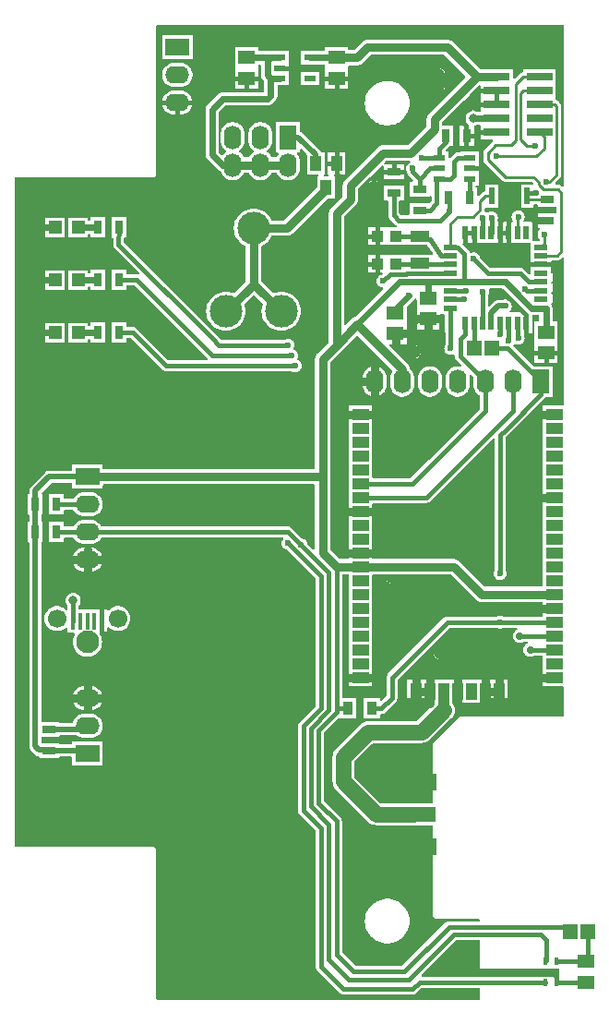
<source format=gbr>
G04 --- HEADER BEGIN --- *
%TF.GenerationSoftware,LibrePCB,LibrePCB,0.1.3*%
%TF.CreationDate,2019-12-13T00:59:46*%
%TF.ProjectId,Gfro?rli Hardware - Board,40295ca7-128f-4c1e-90ec-79de77364cdf,v2*%
%TF.Part,Single*%
%FSLAX66Y66*%
%MOMM*%
G01*
G74*
G04 --- HEADER END --- *
G04 --- APERTURE LIST BEGIN --- *
%ADD10R,1.1X1.0*%
%ADD11C,2.1*%
%ADD12R,0.45X1.5*%
%ADD13C,1.7*%
%ADD14R,0.55X1.5*%
%ADD15R,1.25X0.75*%
%ADD16R,1.6X0.7*%
%ADD17R,0.35X0.7*%
%ADD18R,4.1X1.415*%
%ADD19R,4.2X1.6*%
%ADD20R,1.5X1.3*%
%ADD21O,1.587X2.19*%
%ADD22R,1.587X2.19*%
%ADD23O,2.19X1.587*%
%ADD24R,2.19X1.587*%
%ADD25R,1.2X1.2*%
%ADD26R,0.75X1.25*%
%ADD27R,1.4X1.4*%
%ADD28R,1.0X1.4*%
%ADD29R,1.1X0.6*%
%ADD30R,1.016X1.524*%
%ADD31R,1.524X1.016*%
%ADD32R,1.3X0.47*%
%ADD33R,0.47X1.3*%
%ADD34R,2.4X0.76*%
%ADD35R,1.8X1.0*%
%ADD36R,0.95X1.3*%
%ADD37C,3.0*%
%ADD38C,0.6*%
%ADD39C,0.8*%
%ADD40C,0.7*%
%ADD41C,0.3*%
%ADD42C,0.4*%
%ADD43C,0.25*%
%ADD44C,1.4*%
%ADD45C,0.5*%
%ADD46C,1.2*%
%ADD47C,1.25*%
%ADD48C,1.415*%
%ADD49C,1.0*%
%ADD50C,1.5*%
%ADD51C,1.05*%
%ADD52C,0.0*%
G04 --- APERTURE LIST END --- *
G04 --- BOARD BEGIN --- *
D10*
X33598750Y70326254D03*
X35298750Y70326254D03*
D11*
X6985000Y33088500D03*
D12*
X7635000Y34988500D03*
D13*
X4185000Y35238500D03*
D12*
X5685000Y34988500D03*
D13*
X9785000Y35238500D03*
D12*
X8285000Y34988500D03*
X6335000Y34988500D03*
X6985000Y34988500D03*
D14*
X44095000Y73977500D03*
X47345000Y73977500D03*
D15*
X37465000Y74635000D03*
X37465000Y72685000D03*
D16*
X49530000Y2846250D03*
D17*
X49030000Y3846250D03*
X49030000Y1846250D03*
X50030000Y3846250D03*
X50030000Y1846250D03*
D18*
X36900000Y17300000D03*
D19*
X36900000Y20265000D03*
X36900000Y14335000D03*
D20*
X35242500Y61359375D03*
X35242500Y63259375D03*
D21*
X40957500Y56980000D03*
X35877500Y56980000D03*
X33337500Y56980000D03*
X46037500Y56980000D03*
D22*
X48577500Y56980000D03*
D21*
X43497500Y56980000D03*
X38417500Y56980000D03*
D20*
X52705000Y3796250D03*
X52705000Y1896250D03*
D23*
X6985000Y43180000D03*
X6985000Y45720000D03*
X6985000Y40640000D03*
D24*
X6985000Y48260000D03*
D25*
X6130000Y71120000D03*
X4030000Y71120000D03*
D26*
X2200000Y43180000D03*
X4150000Y43180000D03*
D24*
X6985000Y22860000D03*
D23*
X6985000Y27940000D03*
X6985000Y25400000D03*
D15*
X35084670Y74274324D03*
X35084670Y76224324D03*
D27*
X44059375Y60007500D03*
X42459375Y60007500D03*
D26*
X2200000Y45720000D03*
X4150000Y45720000D03*
X9865000Y71120000D03*
X7915000Y71120000D03*
D28*
X27942448Y76982572D03*
X28892448Y74782572D03*
X29842448Y76982572D03*
D26*
X42091250Y73818750D03*
X40141250Y73818750D03*
D20*
X38258750Y62708750D03*
X38258750Y64608750D03*
D29*
X42040000Y76517500D03*
X39240000Y76517500D03*
X42040000Y77467500D03*
X39240000Y77467500D03*
X39240000Y75567500D03*
X42040000Y75567500D03*
D27*
X52870000Y6508750D03*
X51270000Y6508750D03*
D30*
X37147500Y28575000D03*
D31*
X49847500Y33655000D03*
X32067500Y53975000D03*
X32067500Y38735000D03*
X49847500Y31115000D03*
X32067500Y46355000D03*
X49847500Y38735000D03*
D30*
X43497500Y28575000D03*
D31*
X32067500Y45085000D03*
X49847500Y45085000D03*
X32067500Y34925000D03*
D30*
X44767500Y28575000D03*
D31*
X49847500Y50165000D03*
X49847500Y40005000D03*
X32067500Y29845000D03*
X49847500Y47625000D03*
X32067500Y50165000D03*
X49847500Y42545000D03*
X32067500Y40005000D03*
X49847500Y53975000D03*
X49847500Y48895000D03*
X32067500Y47625000D03*
X49847500Y46355000D03*
X32067500Y48895000D03*
X49847500Y37465000D03*
D30*
X39687500Y28575000D03*
D31*
X32067500Y43815000D03*
X32067500Y41275000D03*
X32067500Y52705000D03*
D30*
X40957500Y28575000D03*
D31*
X49847500Y34925000D03*
X32067500Y33655000D03*
X49847500Y52705000D03*
X49847500Y51435000D03*
X32067500Y36195000D03*
X32067500Y31115000D03*
X32067500Y51435000D03*
X49847500Y43815000D03*
X32067500Y42545000D03*
X32067500Y37465000D03*
X49847500Y29845000D03*
D30*
X38417500Y28575000D03*
X42227500Y28575000D03*
D31*
X49847500Y36195000D03*
X49847500Y41275000D03*
X32067500Y32385000D03*
X49847500Y32385000D03*
D32*
X48600000Y66105000D03*
X48600000Y69305000D03*
X48600000Y65305000D03*
D33*
X45650000Y70655000D03*
X47250000Y70655000D03*
D32*
X40300000Y64505000D03*
D33*
X41650000Y70655000D03*
X43250000Y70655000D03*
D32*
X48600000Y63705000D03*
X40300000Y67705000D03*
D33*
X44050000Y62355000D03*
D32*
X48600000Y64505000D03*
D33*
X43250000Y62355000D03*
D32*
X40300000Y63705000D03*
X40300000Y69305000D03*
D33*
X45650000Y62355000D03*
X42450000Y62355000D03*
X44850000Y62355000D03*
X46450000Y70655000D03*
D32*
X40300000Y66905000D03*
D33*
X44850000Y70655000D03*
D32*
X48600000Y68505000D03*
X40300000Y65305000D03*
D33*
X42450000Y70655000D03*
D32*
X40300000Y68505000D03*
D33*
X47250000Y62355000D03*
D32*
X48600000Y67705000D03*
D33*
X41650000Y62355000D03*
X44050000Y70655000D03*
D32*
X48600000Y66905000D03*
D33*
X46450000Y62355000D03*
D32*
X40300000Y66105000D03*
D26*
X39823750Y79533750D03*
X41773750Y79533750D03*
D20*
X49053750Y61513125D03*
X49053750Y59613125D03*
D15*
X49212500Y73682500D03*
X49212500Y71732500D03*
D34*
X44558750Y84920000D03*
X44558750Y82380000D03*
X48468750Y79840000D03*
X48468750Y81110000D03*
X44558750Y81110000D03*
X48468750Y82380000D03*
X44558750Y79840000D03*
X48468750Y84920000D03*
X44558750Y83650000D03*
X48468750Y83650000D03*
D25*
X6130000Y61468000D03*
X4030000Y61468000D03*
D35*
X37464148Y70306716D03*
X37464148Y67806716D03*
D36*
X30913125Y27019250D03*
X33063125Y27019250D03*
D37*
X24765000Y12430000D03*
X22225000Y4810000D03*
X19685000Y12430000D03*
X22225000Y71050000D03*
X24765000Y63430000D03*
X19685000Y63430000D03*
D26*
X9865000Y66294000D03*
X7915000Y66294000D03*
D10*
X33598750Y67786246D03*
X35298750Y67786246D03*
D20*
X29845000Y86675000D03*
X29845000Y84775000D03*
D21*
X20320000Y79375000D03*
X22860000Y76835000D03*
X22860000Y79375000D03*
D22*
X25400000Y79375000D03*
D21*
X20320000Y76835000D03*
X25400000Y76835000D03*
D15*
X3492500Y23155000D03*
X3492500Y25105000D03*
D29*
X27435000Y86675000D03*
X24635000Y84775000D03*
X24635000Y85725000D03*
X24635000Y86675000D03*
X27435000Y84775000D03*
D20*
X21590000Y86675000D03*
X21590000Y84775000D03*
D25*
X6130000Y66294000D03*
X4030000Y66294000D03*
D23*
X15240000Y82550000D03*
D24*
X15240000Y87630000D03*
D23*
X15240000Y85090000D03*
D26*
X9865000Y61468000D03*
X7915000Y61468000D03*
D38*
X35242500Y23495000D03*
X45720000Y26828750D03*
D39*
X42386250Y81121250D03*
D38*
X43259375Y71993125D03*
X29527500Y23495000D03*
X26035000Y58420000D03*
X44846875Y61277500D03*
X41751776Y65326448D03*
X48180625Y74295000D03*
X39687500Y3810000D03*
X39052500Y952500D03*
X37782500Y26987500D03*
X25400000Y42148125D03*
X42426472Y68223672D03*
X32067500Y20637500D03*
X32067500Y22225000D03*
D40*
X46672500Y33655000D03*
D38*
X32702500Y20002500D03*
X32702500Y22860000D03*
X35242500Y26193750D03*
X31750000Y25717500D03*
D40*
X47625000Y32385000D03*
D38*
X38100000Y952500D03*
X29527500Y19367500D03*
X34290000Y23495000D03*
X44767500Y26828750D03*
X29051250Y21431250D03*
X30162500Y18732500D03*
X36000000Y15700000D03*
X39052980Y3175050D03*
X34396250Y14530000D03*
X38100000Y11271250D03*
X48895000Y70485000D03*
X48101250Y78581250D03*
D39*
X25400000Y73660000D03*
X24130000Y73660000D03*
D38*
X31432500Y17462500D03*
X31908750Y3810000D03*
X45640625Y60721875D03*
X25717500Y59372500D03*
X29051250Y20478750D03*
X36512500Y64849375D03*
X34131250Y66198750D03*
X44529372Y77628750D03*
X36195000Y23495000D03*
X38000000Y13100000D03*
X42862500Y26828750D03*
X37000000Y18900000D03*
X40163750Y72548750D03*
X41582576Y64502110D03*
X39211250Y84137500D03*
X39211250Y85090000D03*
X32067500Y16827500D03*
X49530000Y26828750D03*
X34290000Y26193750D03*
X37000000Y15700000D03*
X44053125Y71993125D03*
X26511250Y36830000D03*
X26511250Y38100000D03*
X44846875Y34925000D03*
X44846875Y39370000D03*
X33337500Y19367500D03*
X36195000Y26193750D03*
D39*
X5675384Y36893984D03*
D38*
X47148750Y65420875D03*
X26590625Y41989375D03*
X42227500Y82550000D03*
X43249455Y65206561D03*
X37663912Y77470976D03*
X36988750Y59690000D03*
X32702500Y16192500D03*
X43180000Y32067500D03*
X40640000Y32067500D03*
X39370000Y32067500D03*
X41910000Y32067500D03*
X29051250Y22383750D03*
X40322500Y60007500D03*
X37000000Y21500000D03*
X30797500Y24765000D03*
X31908750Y21431250D03*
X36830000Y76517500D03*
X30797500Y18097500D03*
D39*
X27622500Y80803750D03*
D38*
X38000000Y18900000D03*
X35000000Y15700000D03*
X38893750Y7302500D03*
X45323125Y63896875D03*
X34290000Y38100000D03*
X34290000Y35560000D03*
X34290000Y34290000D03*
X34290000Y36830000D03*
X34290000Y33020000D03*
X50165000Y65563750D03*
X50165000Y66516250D03*
X50165000Y64611250D03*
X36000000Y21500000D03*
X46672500Y26828750D03*
X37147500Y23495000D03*
X41910000Y26828750D03*
X35000000Y13100000D03*
X37147500Y26352500D03*
X33337500Y23495000D03*
X40322996Y4445066D03*
X38000000Y15700000D03*
X49053750Y75247500D03*
X46513750Y72072500D03*
X38100000Y9842500D03*
X34100000Y18900000D03*
X34396250Y20070000D03*
X25400000Y60325000D03*
X46513750Y60960000D03*
X38000000Y21500000D03*
X36000000Y18900000D03*
X36000000Y13100000D03*
X43815000Y26828750D03*
X47625000Y26828750D03*
D39*
X33258125Y74691875D03*
D38*
X30162500Y24130000D03*
X37000000Y13100000D03*
X35000000Y21500000D03*
X33900000Y15800000D03*
X48577500Y26828750D03*
X35000000Y18900000D03*
D41*
X38576250Y24130000D02*
X41354375Y26749375D01*
D38*
X4030000Y61468000D02*
X2540000Y61468000D01*
X44558750Y81110000D02*
X42397500Y81110000D01*
X42397500Y81110000D02*
X42386250Y81121250D01*
D42*
X43259375Y71993125D02*
X43259375Y70643750D01*
X43250000Y70655000D02*
X43259375Y70643750D01*
X29842448Y78102572D02*
X29844948Y78105072D01*
X29842448Y76982572D02*
X29842448Y76043822D01*
X29842448Y76982572D02*
X29842448Y78102572D01*
X29062448Y76982572D02*
X29051198Y76993822D01*
X29842448Y76982572D02*
X29062448Y76982572D01*
X29842448Y76043822D02*
X30003698Y75882572D01*
X44850000Y62355000D02*
X44850000Y61280625D01*
X44850000Y61280625D02*
X44846875Y61277500D01*
X9865000Y61468000D02*
X11176000Y61468000D01*
X14224000Y58420000D02*
X11176000Y61468000D01*
X14224000Y58420000D02*
X26035000Y58420000D01*
X48180625Y74295000D02*
X47307500Y74295000D01*
D43*
X48181232Y73680772D02*
X49212500Y73682500D01*
D42*
X40300000Y65305000D02*
X40321448Y65326448D01*
D43*
X48181232Y73680772D02*
X47821250Y73679844D01*
X48180625Y73681379D02*
X48181232Y73680772D01*
D42*
X40321448Y65326448D02*
X41751776Y65326448D01*
D43*
X47446406Y73679844D02*
X47345000Y73977500D01*
X47821250Y73679844D02*
X47446406Y73679844D01*
D42*
X47345000Y73977500D02*
X47307500Y74295000D01*
D38*
X4030000Y66294000D02*
X2540000Y66294000D01*
D42*
X33575625Y70326254D02*
X33575625Y71199375D01*
X33598750Y70326254D02*
X33575625Y70326254D01*
X32543750Y70326254D02*
X32543750Y70326250D01*
X32543750Y67786246D02*
X32543750Y67786250D01*
X33575625Y67786246D02*
X33575625Y66913125D01*
X33598750Y67786246D02*
X32543750Y67786246D01*
X33598750Y67786246D02*
X33575625Y67786246D01*
X33575625Y70326254D02*
X32543750Y70326254D01*
X33598750Y67786246D02*
X33575625Y70326254D01*
X48022490Y1905024D02*
X39370496Y1905024D01*
X28416250Y26987500D02*
X26828750Y25400000D01*
X45601512Y66913968D02*
X46692932Y66913968D01*
X28416250Y16033750D02*
X26828750Y17621250D01*
X28416250Y16033750D02*
X28416608Y8413852D01*
X49030000Y1846250D02*
X48994836Y1905024D01*
X36830000Y1270000D02*
X30480000Y1270000D01*
X47506536Y66100364D02*
X46692932Y66913968D01*
X28416250Y39132726D02*
X25400000Y42148125D01*
X28416608Y8413852D02*
X28416608Y3333392D01*
X37465024Y1905024D02*
X36830000Y1270000D01*
X28416250Y32862022D02*
X28416250Y39131875D01*
X48022490Y1905024D02*
X48994836Y1905024D01*
X28416608Y3333392D02*
X30480000Y1270000D01*
X26828750Y17621250D02*
X26828750Y25400000D01*
X47506536Y66100364D02*
X48600000Y66105000D01*
X28416250Y26987500D02*
X28416608Y32861664D01*
X28416250Y39131875D02*
X28416250Y39132726D01*
X45601512Y66913968D02*
X43736176Y66913968D01*
X28416608Y32861664D02*
X28416250Y32862022D01*
X43736176Y66913968D02*
X42426472Y68223672D01*
X6985000Y45720000D02*
X4150000Y45720000D01*
X39370496Y1905024D02*
X37465024Y1905024D01*
D39*
X32067500Y29845000D02*
X30956250Y29845000D01*
X32067500Y29845000D02*
X33178750Y29845000D01*
D42*
X49847500Y33655000D02*
X46672500Y33655000D01*
X8294792Y33877696D02*
X9207616Y33877696D01*
X8294792Y34988500D02*
X8294792Y36655856D01*
X8285000Y34988500D02*
X8294792Y34988500D01*
X8294792Y34988500D02*
X8294792Y33877696D01*
X8285000Y34988500D02*
X8294792Y34988500D01*
X15240000Y82550000D02*
X13652500Y82550000D01*
X15240000Y82550000D02*
X15240000Y80962500D01*
X15240000Y82550000D02*
X16827500Y82550000D01*
D39*
X6985000Y27940000D02*
X5080000Y27940000D01*
X6985000Y27940000D02*
X6985000Y29210000D01*
X6985000Y27940000D02*
X6985000Y26987500D01*
X6985000Y27940000D02*
X8890000Y27940000D01*
D42*
X44558750Y83650000D02*
X44558750Y82600000D01*
X44558750Y83650000D02*
X43032500Y83650000D01*
X44558750Y82380000D02*
X43032500Y82380000D01*
X43032500Y82380000D02*
X43497500Y82391250D01*
X44558750Y82380000D02*
X44558750Y82600000D01*
X43032500Y83650000D02*
X43497500Y83661250D01*
X49847500Y32385000D02*
X47625000Y32385000D01*
D38*
X6130000Y61468000D02*
X7620000Y61468000D01*
X7915000Y61468000D02*
X7620000Y61468000D01*
D42*
X42873750Y79840000D02*
X43338750Y79851250D01*
X44558750Y79840000D02*
X42873750Y79840000D01*
D38*
X4030000Y71120000D02*
X2540000Y71120000D01*
D39*
X49847500Y53975000D02*
X48577500Y53975000D01*
D43*
X48895000Y69600000D02*
X48895000Y70485000D01*
X48101250Y78581250D02*
X47307500Y78581250D01*
X47307500Y78581250D02*
X46751875Y79136875D01*
X48600000Y69305000D02*
X48895000Y69600000D01*
X48468750Y83650000D02*
X46978750Y83650000D01*
X46751875Y79136875D02*
X46751875Y82550000D01*
X46751875Y83423125D02*
X46978750Y83650000D01*
X46751875Y82550000D02*
X46751875Y83423125D01*
D44*
X24130000Y73660000D02*
X23336250Y73660000D01*
X24130000Y73660000D02*
X25400000Y73660000D01*
D42*
X42040000Y76517500D02*
X43180000Y76517500D01*
D39*
X33337500Y56980000D02*
X32237500Y56980000D01*
X32237500Y56980000D02*
X32226250Y56991250D01*
X33337500Y56980000D02*
X33337500Y55403750D01*
X33337500Y56980000D02*
X33337500Y58578750D01*
D42*
X42091250Y73818750D02*
X42091250Y75542500D01*
X42040000Y75567500D02*
X42091250Y75542500D01*
D39*
X49847500Y29845000D02*
X48577500Y29845000D01*
X31750000Y40005000D02*
X32067500Y40005000D01*
D45*
X6985000Y22860000D02*
X6690000Y23155000D01*
D43*
X43021250Y72707500D02*
X43021250Y73501250D01*
D39*
X36671250Y77946250D02*
X38814375Y80089375D01*
D45*
X2540000Y23177500D02*
X3175000Y23177500D01*
D42*
X40300000Y69305000D02*
X40946875Y69305000D01*
D39*
X31115392Y73660928D02*
X29845376Y72390912D01*
D42*
X29845000Y16668750D02*
X28178125Y18335625D01*
D38*
X42956250Y66105000D02*
X45337500Y66105000D01*
D39*
X28575000Y43180000D02*
X28575000Y41275000D01*
X42703750Y84931250D02*
X40005000Y87630000D01*
X31750000Y86677500D02*
X32702500Y87630000D01*
D42*
X40163750Y6985000D02*
X36036250Y2857500D01*
D39*
X28575000Y41275000D02*
X29845000Y40005000D01*
D45*
X3492500Y48260000D02*
X6985000Y48260000D01*
D39*
X35877500Y58102500D02*
X31750000Y62230000D01*
D42*
X29845000Y27019250D02*
X29845000Y26670000D01*
X40946875Y69305000D02*
X41592500Y68659375D01*
D38*
X48600000Y63705000D02*
X49053750Y63705000D01*
D39*
X38814375Y81041875D02*
X42703750Y84931250D01*
X32702500Y87630000D02*
X40005000Y87630000D01*
X43122500Y37465000D02*
X40587500Y40000000D01*
D38*
X38258750Y66099882D02*
X38259232Y66100364D01*
D39*
X42703750Y84931250D02*
X44558750Y84920000D01*
D42*
X41592500Y68659375D02*
X41592500Y66119375D01*
D45*
X2200000Y45720000D02*
X2200000Y43202500D01*
D42*
X48895000Y6985000D02*
X40163750Y6985000D01*
X29845000Y27019250D02*
X29845000Y40005000D01*
D38*
X38258750Y64608750D02*
X38258750Y66099882D01*
X38259232Y66100364D02*
X40300000Y66105000D01*
D42*
X29845000Y26670000D02*
X28178125Y25003125D01*
D39*
X49847500Y37465000D02*
X43122500Y37465000D01*
D45*
X2200000Y23517500D02*
X2540000Y23177500D01*
X2200000Y46967500D02*
X3492500Y48260000D01*
D39*
X6985000Y48260000D02*
X28575000Y48260000D01*
D45*
X3175000Y23177500D02*
X3492500Y23155000D01*
D43*
X40957500Y72072500D02*
X40322500Y71437500D01*
D39*
X31115392Y74930944D02*
X31115392Y73660928D01*
X31750000Y62230000D02*
X31750000Y62230384D01*
X29845376Y60325760D02*
X31750000Y62230000D01*
X40587500Y40000000D02*
X35587500Y40000000D01*
D42*
X29845000Y16668750D02*
X29845000Y7620000D01*
D45*
X2200000Y45720000D02*
X2200000Y46967500D01*
D39*
X35582500Y40005000D02*
X35587500Y40000000D01*
D43*
X40322500Y71278750D02*
X40300000Y69305000D01*
X43497500Y73977500D02*
X44132500Y73977500D01*
D38*
X38259232Y66100364D02*
X35624616Y66105000D01*
X41592500Y66119375D02*
X40300000Y66105000D01*
X35624616Y66105000D02*
X31750000Y62230000D01*
X47737500Y63705000D02*
X46672500Y64770000D01*
D42*
X28178125Y18335625D02*
X28178125Y25003125D01*
D38*
X27435000Y86675000D02*
X30165000Y86675000D01*
D39*
X29845376Y72390912D02*
X29845376Y60325760D01*
X38814375Y81041875D02*
X38814375Y80089375D01*
D43*
X42386250Y72072500D02*
X40957500Y72072500D01*
D45*
X2200000Y43180000D02*
X2200000Y43202500D01*
D39*
X34131250Y77946250D02*
X32385408Y76200960D01*
D43*
X43021250Y73501250D02*
X43497500Y73977500D01*
D38*
X41592500Y66119375D02*
X42956250Y66105000D01*
D42*
X31432500Y2857500D02*
X29845000Y4445000D01*
D39*
X29845000Y40005000D02*
X31750000Y40005000D01*
D38*
X49053750Y63705000D02*
X49053750Y63182500D01*
D39*
X32385408Y76200960D02*
X31115392Y74930944D01*
D38*
X45337500Y66105000D02*
X46672500Y64770000D01*
D42*
X51270000Y6508750D02*
X51276250Y6985000D01*
D43*
X40322500Y71437500D02*
X40322500Y71278750D01*
D39*
X28575000Y48260000D02*
X28575000Y59055000D01*
X34131250Y77946250D02*
X36671250Y77946250D01*
D38*
X35625000Y66105000D02*
X35624616Y66105000D01*
X48600000Y63705000D02*
X47737500Y63705000D01*
D39*
X35877500Y56980000D02*
X35877500Y58102500D01*
D43*
X43021250Y72707500D02*
X42386250Y72072500D01*
D39*
X28575000Y48260000D02*
X28575000Y43180000D01*
X32067500Y40005000D02*
X35582500Y40005000D01*
D38*
X35624616Y66105000D02*
X35625000Y66105000D01*
D43*
X44095000Y73977500D02*
X44132500Y73977500D01*
D38*
X49053750Y61513125D02*
X49053750Y63182500D01*
D42*
X30913125Y27019250D02*
X29845000Y27019250D01*
X48895000Y6985000D02*
X51276250Y6985000D01*
D45*
X3492500Y23155000D02*
X6690000Y23155000D01*
D38*
X30165000Y86675000D02*
X29845000Y86675000D01*
D42*
X36036250Y2857500D02*
X31432500Y2857500D01*
D39*
X31750000Y86677500D02*
X29845000Y86675000D01*
D42*
X29845000Y4445000D02*
X29845000Y7620000D01*
D45*
X2200000Y43180000D02*
X2200000Y23517500D01*
D39*
X29845376Y60325760D02*
X28575000Y59055000D01*
D42*
X25717500Y59372500D02*
X18415000Y59372500D01*
X9865000Y66294000D02*
X11493500Y66294000D01*
X18415000Y59372500D02*
X11493500Y66294000D01*
X45650000Y62355000D02*
X45650000Y60731250D01*
X45650000Y60731250D02*
X45640625Y60721875D01*
X36195456Y66834592D02*
X34766688Y66834592D01*
D43*
X48895000Y78343125D02*
X48895000Y79454375D01*
D42*
X40300000Y66905000D02*
X39060625Y66905000D01*
D43*
X48468750Y79840000D02*
X48480000Y79851250D01*
X48895000Y79454375D02*
X48480000Y79851250D01*
X48180625Y77628750D02*
X48895000Y78343125D01*
X48468750Y79840000D02*
X48480000Y79851250D01*
X48468750Y79840000D02*
X48480000Y79851250D01*
D42*
X34766688Y66834592D02*
X34131250Y66198750D01*
X37076250Y66905000D02*
X36265864Y66905000D01*
D43*
X44529372Y77628750D02*
X48180625Y77628750D01*
D38*
X35242500Y63259375D02*
X35242500Y63579375D01*
D42*
X36265864Y66905000D02*
X36195456Y66834592D01*
D43*
X48468750Y79840000D02*
X48480000Y79851250D01*
D38*
X36512500Y64849375D02*
X35242500Y63579375D01*
D42*
X39060625Y66905000D02*
X37076250Y66905000D01*
X44850000Y70655000D02*
X44850000Y69615000D01*
X45650000Y70655000D02*
X45650000Y69602500D01*
X45550000Y70655000D02*
X45650000Y70655000D01*
X45650000Y70655000D02*
X45650000Y71685000D01*
X44850000Y70655000D02*
X44850000Y71678750D01*
X44850000Y71678750D02*
X44926250Y71755000D01*
X45650000Y71685000D02*
X45720000Y71755000D01*
X45650000Y69602500D02*
X45720000Y69532500D01*
X44850000Y69615000D02*
X44767500Y69532500D01*
X44850000Y70655000D02*
X45550000Y70655000D01*
D43*
X50482500Y71596250D02*
X50482500Y68897500D01*
X48418750Y75247500D02*
X48418750Y74993500D01*
X48468750Y84920000D02*
X46978750Y84920000D01*
X50090000Y68505000D02*
X50482500Y68897500D01*
X47941546Y75724704D02*
X48418750Y75247500D01*
X47546224Y75724704D02*
X47941546Y75724704D01*
X45323696Y75724704D02*
X47546224Y75724704D01*
X44450000Y78660625D02*
X43735625Y77946250D01*
X50482500Y71596250D02*
X50482500Y74295000D01*
X48418750Y74993500D02*
X48799750Y74612500D01*
X45878750Y78660625D02*
X44450000Y78660625D01*
X46978750Y84920000D02*
X46275625Y84216875D01*
X46275625Y79057500D02*
X46275625Y84216875D01*
X46275625Y79057500D02*
X45878750Y78660625D01*
X50165000Y74612500D02*
X48799750Y74612500D01*
X50482500Y74295000D02*
X50165000Y74612500D01*
X48600000Y68505000D02*
X48736250Y68421250D01*
X43735625Y77946250D02*
X43735625Y77311250D01*
X45323696Y75724704D02*
X43735625Y77311250D01*
X48600000Y68505000D02*
X50090000Y68505000D01*
D42*
X40163342Y72548750D02*
X39370496Y71755904D01*
X40163750Y72548750D02*
X40163342Y72548750D01*
X39370496Y71755904D02*
X35560448Y71755904D01*
X35084670Y72231682D02*
X35560448Y71755904D01*
X40300000Y64505000D02*
X41581024Y64505000D01*
X35084670Y74274324D02*
X35084670Y72231682D01*
X41581024Y64505000D02*
X41582576Y64502110D01*
X40141250Y73818750D02*
X40163750Y73818750D01*
X40163750Y72548750D02*
X40163750Y73818750D01*
D39*
X32067500Y41275000D02*
X33337500Y41275000D01*
X32067500Y41275000D02*
X30956250Y41275000D01*
D46*
X39211250Y85090000D02*
X39211250Y84137500D01*
X39211250Y84137500D02*
X38893750Y83343750D01*
D42*
X35298750Y70326254D02*
X35341409Y70306716D01*
X38417980Y70009626D02*
X39446356Y68505000D01*
X37464148Y70306716D02*
X35341409Y70306716D01*
X40300000Y68505000D02*
X39446356Y68505000D01*
X38417980Y70009626D02*
X37464148Y70306716D01*
D39*
X49847500Y46355000D02*
X48736250Y46355000D01*
X22225000Y71050000D02*
X22225000Y65870000D01*
X25329424Y71050000D02*
X28892448Y74612572D01*
X19685000Y63430000D02*
X22225000Y65870000D01*
X22225000Y71050000D02*
X25329424Y71050000D01*
X28892448Y74782572D02*
X28892448Y74612572D01*
X24765000Y63430000D02*
X22225000Y65870000D01*
D42*
X44053125Y71993125D02*
X44053125Y70643750D01*
X44050000Y70655000D02*
X44053125Y70643750D01*
X33678788Y76224324D02*
X33655424Y76200960D01*
X35084670Y76224324D02*
X36013340Y76224324D01*
X35084670Y76224324D02*
X35084670Y76995198D01*
X35084670Y76224324D02*
X33678788Y76224324D01*
X36013340Y76224324D02*
X36036704Y76200960D01*
X38395000Y72685000D02*
X39052500Y73342500D01*
X40955000Y77467500D02*
X40640000Y77152500D01*
X37465000Y72685000D02*
X38395000Y72685000D01*
X40325000Y75567500D02*
X40640000Y75882500D01*
X39052500Y75565000D02*
X39329856Y75565000D01*
X39329856Y75565000D02*
X39240000Y75567500D01*
X42040000Y77467500D02*
X40955000Y77467500D01*
X39052500Y73342500D02*
X39052500Y75565000D01*
X40640000Y77152500D02*
X40640000Y75882500D01*
X39240000Y75567500D02*
X40325000Y75567500D01*
D47*
X26511250Y36830000D02*
X26511250Y36036250D01*
X26511250Y38100000D02*
X26511250Y36830000D01*
D42*
X42450000Y70655000D02*
X42450000Y69596250D01*
X42450000Y69596250D02*
X42386250Y69532500D01*
X41650000Y69633750D02*
X41751250Y69532500D01*
X42450000Y70655000D02*
X41762500Y70655000D01*
X41762500Y70655000D02*
X41650000Y70655000D01*
X41650000Y70655000D02*
X41650000Y69633750D01*
X42450000Y62355000D02*
X42465625Y60013750D01*
X42459375Y60007500D02*
X42465625Y60013750D01*
X48577500Y55800625D02*
X45323125Y52546250D01*
X33063125Y27019250D02*
X33968000Y26983000D01*
X48577500Y56980000D02*
X48577500Y56991250D01*
X48577500Y56980000D02*
X48577500Y55800625D01*
X49847500Y34925000D02*
X44846875Y34925000D01*
X44059375Y60007500D02*
X45561250Y60007500D01*
X44926250Y34925000D02*
X44846875Y34925000D01*
X40005000Y34925000D02*
X44926250Y34925000D01*
X34925000Y29845000D02*
X40005000Y34925000D01*
X45323125Y52546250D02*
X44846875Y52070000D01*
X44846875Y52070000D02*
X44846875Y39370000D01*
X33968000Y26983000D02*
X34925000Y27940000D01*
X45561250Y60007500D02*
X48577500Y56991250D01*
X34925000Y27940000D02*
X34925000Y29845000D01*
X5675384Y34988500D02*
X5675384Y36893984D01*
X5685000Y34988500D02*
X5675384Y34988500D01*
X47148750Y65420875D02*
X47307500Y65325625D01*
X4150000Y43180000D02*
X4127500Y43180000D01*
X29130625Y39449375D02*
X26590625Y41989375D01*
X48577500Y6270625D02*
X42941875Y6270625D01*
X49053750Y3870000D02*
X49053750Y5794375D01*
X26590625Y41989375D02*
X25400000Y43180000D01*
X27463750Y18018125D02*
X27463750Y25161875D01*
X30956250Y2143125D02*
X29130625Y3968750D01*
X6985000Y43180000D02*
X4127500Y43180000D01*
X29130625Y16351250D02*
X29130625Y12303125D01*
X42941875Y6270625D02*
X40640000Y6270625D01*
X49053750Y5794375D02*
X48577500Y6270625D01*
X40640000Y6270625D02*
X36512500Y2143125D01*
X49030000Y3846250D02*
X49053750Y3870000D01*
X29130625Y32940625D02*
X29130625Y39449375D01*
X29130625Y26828750D02*
X29130625Y32940625D01*
X29130625Y26828750D02*
X27463750Y25161875D01*
X25400000Y43180000D02*
X6985000Y43180000D01*
X29130625Y16351250D02*
X27463750Y18018125D01*
X36512500Y2143125D02*
X30956250Y2143125D01*
X48600000Y65305000D02*
X47307500Y65325625D01*
X29130625Y3968750D02*
X29130625Y12303125D01*
D38*
X42068750Y82073750D02*
X41910000Y82073750D01*
X42545000Y83026250D02*
X42703750Y83185000D01*
X42545000Y82708750D02*
X42545000Y83026250D01*
X42545000Y82708750D02*
X42545000Y82232500D01*
X41910000Y82073750D02*
X41751250Y82232500D01*
X41751250Y82550000D02*
X42227500Y83026250D01*
X41592500Y82232500D02*
X41433750Y82073750D01*
X41751250Y82232500D02*
X41592500Y82232500D01*
X42227500Y82550000D02*
X41751250Y82550000D01*
X42227500Y82232500D02*
X42068750Y82073750D01*
X42545000Y82232500D02*
X42227500Y82232500D01*
X42227500Y83026250D02*
X42545000Y82708750D01*
D42*
X39240000Y77467500D02*
X37663912Y77470976D01*
X43250000Y65177616D02*
X43249455Y65206561D01*
X39823750Y79533750D02*
X39846250Y78899242D01*
X39240000Y78292992D02*
X39846250Y78899242D01*
X43250000Y62355000D02*
X43250000Y63668125D01*
X43250000Y63668125D02*
X43250000Y65177616D01*
X39240000Y77467500D02*
X39240000Y78292992D01*
D48*
X33496250Y17303750D02*
X30480000Y20320000D01*
X37623750Y24844375D02*
X39687500Y26828750D01*
D49*
X39687500Y28575000D02*
X39687500Y26828750D01*
D48*
X33496250Y17303750D02*
X36900000Y17303750D01*
X37623750Y24844375D02*
X32781875Y24844375D01*
X30480000Y20320000D02*
X30480000Y22542500D01*
X36900000Y17300000D02*
X36900000Y17303750D01*
X30480000Y22542500D02*
X32385000Y24447500D01*
X32781875Y24844375D02*
X32385000Y24447500D01*
D46*
X36988750Y59690000D02*
X36353750Y59690000D01*
D42*
X21590000Y84775000D02*
X21590000Y83820000D01*
X20322500Y84775000D02*
X20320000Y84772500D01*
X21590000Y84775000D02*
X20322500Y84775000D01*
X22540000Y84775000D02*
X22542500Y84772500D01*
X21590000Y84775000D02*
X22540000Y84775000D01*
D46*
X43180000Y32067500D02*
X41910000Y32067500D01*
X43180000Y32067500D02*
X44132500Y32067500D01*
X40640000Y32067500D02*
X39370000Y32067500D01*
X41910000Y32067500D02*
X40640000Y32067500D01*
D42*
X46037500Y56980000D02*
X46037500Y54292500D01*
X40300000Y62570000D02*
X40322500Y60007500D01*
X32067500Y46355000D02*
X36830000Y46355000D01*
X38100000Y46355000D02*
X36830000Y46355000D01*
X46037500Y54292500D02*
X38100000Y46355000D01*
X40300000Y63705000D02*
X40300000Y62570000D01*
D39*
X37150000Y62708750D02*
X37147500Y62706250D01*
X39367500Y62708750D02*
X39370000Y62706250D01*
X38258750Y62708750D02*
X39367500Y62708750D01*
X38258750Y62708750D02*
X38258750Y61753750D01*
X38258750Y62708750D02*
X37150000Y62708750D01*
D42*
X36830000Y76517500D02*
X36830000Y76200000D01*
X39240000Y76517500D02*
X39370000Y76517500D01*
D45*
X25400320Y79376000D02*
X25400000Y79375000D01*
X27942448Y76982572D02*
X27942448Y77786384D01*
D42*
X38417500Y76517500D02*
X39370000Y76517500D01*
X37465000Y74635000D02*
X37465000Y75565000D01*
D45*
X26352832Y79376000D02*
X25400320Y79376000D01*
D42*
X37465000Y75565000D02*
X38417500Y76517500D01*
X36830000Y76200000D02*
X37465000Y75565000D01*
D45*
X27942448Y77786384D02*
X26352832Y79376000D01*
D39*
X32067500Y53975000D02*
X30956250Y53975000D01*
X32067500Y53975000D02*
X33337500Y53975000D01*
D50*
X27622500Y80803750D02*
X29368750Y81280000D01*
D42*
X24635000Y85725000D02*
X26035000Y85725000D01*
D39*
X35245000Y61356875D02*
X36433125Y61356875D01*
X35245000Y61356875D02*
X35321875Y61280000D01*
X35321875Y61280000D02*
X35321875Y60245625D01*
X35242500Y61359375D02*
X35245000Y61356875D01*
D42*
X37464996Y67786246D02*
X37542120Y67705000D01*
X40300000Y67705000D02*
X37542120Y67705000D01*
X35298750Y67786246D02*
X37464996Y67786246D01*
X37542120Y67705000D02*
X37464148Y67806716D01*
X48600000Y67705000D02*
X49611250Y67705000D01*
X48600000Y67705000D02*
X47543750Y67705000D01*
X47543750Y67705000D02*
X47466250Y67627500D01*
X49611250Y67705000D02*
X49688750Y67627500D01*
D39*
X38417500Y28575000D02*
X37147500Y28575000D01*
X37147500Y28575000D02*
X37147500Y27463750D01*
X38417500Y28575000D02*
X38417500Y27463750D01*
X38417500Y28575000D02*
X38417500Y29686250D01*
X37147500Y28575000D02*
X37147500Y29686250D01*
D42*
X52705000Y3846250D02*
X52863750Y3846250D01*
X52705000Y3796250D02*
X52705000Y3846250D01*
X52870000Y6508750D02*
X52863750Y3846250D01*
X50030000Y3846250D02*
X52705000Y3846250D01*
X49053750Y59613125D02*
X49053750Y58578750D01*
X49053750Y59613125D02*
X47704375Y59613125D01*
X50403125Y59613125D02*
X50403125Y59610625D01*
X47704375Y59613125D02*
X47704375Y59610625D01*
X49053750Y59613125D02*
X50403125Y59613125D01*
D45*
X3492500Y25105000D02*
X6690000Y25105000D01*
X44688125Y63896875D02*
X45323125Y63896875D01*
X44050000Y63258750D02*
X44688125Y63896875D01*
X44050000Y62355000D02*
X44050000Y63258750D01*
X6985000Y25400000D02*
X6690000Y25105000D01*
D38*
X7915000Y71120000D02*
X7620000Y71120000D01*
X6130000Y71120000D02*
X7620000Y71120000D01*
D46*
X34290000Y34290000D02*
X34290000Y33020000D01*
X34290000Y38100000D02*
X34290000Y36830000D01*
X34290000Y35560000D02*
X34290000Y34290000D01*
X34290000Y33020000D02*
X34290000Y32067500D01*
X34290000Y36830000D02*
X34290000Y35560000D01*
D51*
X50165000Y66516250D02*
X50165000Y67183000D01*
X50165000Y65563750D02*
X50165000Y64611250D01*
X50165000Y64611250D02*
X50165000Y63881000D01*
X50165000Y66516250D02*
X50165000Y65563750D01*
D39*
X32067500Y45085000D02*
X33178750Y45085000D01*
X32067500Y45085000D02*
X30956250Y45085000D01*
X6985000Y40640000D02*
X5397500Y40640000D01*
X6985000Y40640000D02*
X6985000Y39370000D01*
X6985000Y40640000D02*
X8572500Y40640000D01*
X6985000Y40640000D02*
X6985000Y41592500D01*
D42*
X31112500Y84775000D02*
X31115000Y84772500D01*
X29845000Y84775000D02*
X31112500Y84775000D01*
X29845000Y84775000D02*
X29845000Y83820000D01*
X29845000Y84775000D02*
X28577500Y84775000D01*
X28577500Y84775000D02*
X28575000Y84772500D01*
D40*
X49190000Y71755000D02*
X48101250Y71755000D01*
X49212500Y71732500D02*
X49190000Y71755000D01*
D38*
X21590000Y86675000D02*
X21905000Y86675000D01*
X18415000Y80645000D02*
X18415000Y80327500D01*
D39*
X22860000Y76835000D02*
X25400000Y76835000D01*
D38*
X19367500Y76835000D02*
X20320000Y76835000D01*
X23495000Y85090000D02*
X23495000Y86360000D01*
X24635000Y84775000D02*
X23810000Y84775000D01*
X24635000Y86675000D02*
X21905000Y86675000D01*
X23495000Y82867500D02*
X19367500Y82867500D01*
X23810000Y84775000D02*
X23495000Y85090000D01*
X24635000Y86675000D02*
X23810000Y86675000D01*
X23810000Y86675000D02*
X23495000Y86360000D01*
X23810000Y84775000D02*
X23812500Y84772500D01*
D39*
X20320000Y76835000D02*
X22860000Y76835000D01*
D38*
X18415000Y77787500D02*
X19367500Y76835000D01*
X23812500Y83185000D02*
X23495000Y82867500D01*
X23812500Y84772500D02*
X23812500Y83185000D01*
X19367500Y82867500D02*
X18415000Y81915000D01*
X18415000Y81915000D02*
X18415000Y80645000D01*
X18415000Y80327500D02*
X18415000Y77787500D01*
D42*
X47250000Y62355000D02*
X47250000Y63062796D01*
X47250000Y62355000D02*
X47250000Y61335000D01*
X47250000Y61335000D02*
X47307500Y61277500D01*
X47250000Y63062796D02*
X46673088Y63639708D01*
D39*
X44767500Y28575000D02*
X44767500Y27463750D01*
X43497500Y28575000D02*
X43497500Y27463750D01*
X44767500Y28575000D02*
X44767500Y29686250D01*
X44767500Y28575000D02*
X43497500Y28575000D01*
X43497500Y28575000D02*
X43497500Y29686250D01*
D43*
X50006250Y82232500D02*
X50006250Y78581250D01*
X49371250Y75247500D02*
X49053750Y75247500D01*
X46450000Y72008750D02*
X46513750Y72072500D01*
X50006250Y75882500D02*
X49371250Y75247500D01*
X49847500Y82391250D02*
X50006250Y82232500D01*
X46450000Y70655000D02*
X46450000Y72008750D01*
X50006250Y78581250D02*
X50006250Y75882500D01*
X48468750Y82380000D02*
X48480000Y82391250D01*
X48480000Y82391250D02*
X49847500Y82391250D01*
D42*
X46450000Y61023750D02*
X46513750Y60960000D01*
X9865000Y71120000D02*
X9842500Y69532500D01*
X25400000Y60325000D02*
X19050000Y60325000D01*
X18415000Y60960000D02*
X9842500Y69532500D01*
X46450000Y62355000D02*
X46450000Y61023750D01*
X19050000Y60325000D02*
X18415000Y60960000D01*
X41751250Y79556250D02*
X41751250Y80486250D01*
X41773750Y79533750D02*
X41751250Y79511250D01*
X41773750Y79533750D02*
X42703750Y79533750D01*
X41751250Y80486250D02*
X41592500Y80645000D01*
X41751250Y79511250D02*
X41751250Y78422500D01*
X41751250Y80486250D02*
X41592500Y80645000D01*
X41773750Y79533750D02*
X41751250Y79556250D01*
D39*
X49847500Y36195000D02*
X48736250Y36195000D01*
D42*
X19685000Y12430000D02*
X19685000Y17185152D01*
X19685000Y17185152D02*
X18177104Y18693048D01*
D44*
X33258125Y74691875D02*
X32861250Y74056875D01*
D39*
X49530000Y2846250D02*
X42000000Y2846250D01*
D42*
X50030000Y2357500D02*
X49530000Y2846250D01*
X50030000Y1846250D02*
X50030000Y2357500D01*
X52705000Y1896250D02*
X52646250Y1846250D01*
X50030000Y1846250D02*
X52646250Y1846250D01*
D38*
X6130000Y66294000D02*
X7620000Y66294000D01*
X7915000Y66294000D02*
X7620000Y66294000D01*
D42*
X41650000Y61335000D02*
X41179750Y60864750D01*
X43497500Y56991250D02*
X41179750Y59309000D01*
X43497500Y56832500D02*
X43497500Y56991250D01*
X43497500Y56980000D02*
X43497500Y54292500D01*
X41650000Y62355000D02*
X41650000Y61335000D01*
X32067500Y47625000D02*
X36830000Y47625000D01*
X43497500Y54292500D02*
X36830000Y47625000D01*
X43497500Y56832500D02*
X43497500Y56980000D01*
X41179750Y59309000D02*
X41179750Y60864750D01*
D39*
X40957500Y28575000D02*
X40957500Y27463750D01*
X40957500Y28575000D02*
X40957500Y29686250D01*
D52*
G36*
X35858432Y3386789D02*
X39807884Y7336241D01*
X39812795Y7340547D01*
X39908547Y7414020D01*
X39919806Y7420521D01*
X40028281Y7465453D01*
X40040841Y7468818D01*
X40046910Y7469617D01*
X40160494Y7484571D01*
X40167031Y7485000D01*
X42900000Y7485000D01*
X42959327Y7504500D01*
X43000000Y7585000D01*
X43000000Y7600000D01*
X42980500Y7659327D01*
X42900000Y7700000D01*
X39004572Y7700000D01*
X38995502Y7700832D01*
X38901747Y7718166D01*
X38884907Y7724613D01*
X38807469Y7771930D01*
X38794048Y7783973D01*
X38739480Y7854770D01*
X38730579Y7873349D01*
X38701391Y7994240D01*
X38700000Y8005926D01*
X38700000Y16192500D01*
X38680500Y16251827D01*
X38600000Y16292500D01*
X34562010Y16292500D01*
X34538591Y16296250D01*
X33498707Y16296250D01*
X33493810Y16296490D01*
X33304580Y16315127D01*
X33294998Y16317033D01*
X33115399Y16371514D01*
X33106361Y16375258D01*
X32940842Y16463729D01*
X32932715Y16469160D01*
X32787670Y16588195D01*
X32784226Y16591644D01*
X32782829Y16592351D01*
X29768232Y19606948D01*
X29767894Y19607976D01*
X29764445Y19611420D01*
X29645410Y19756465D01*
X29639979Y19764592D01*
X29551508Y19930111D01*
X29547764Y19939149D01*
X29493283Y20118748D01*
X29491377Y20128330D01*
X29472740Y20317560D01*
X29472500Y20322457D01*
X29472500Y22540043D01*
X29472740Y22544940D01*
X29491377Y22734169D01*
X29493283Y22743751D01*
X29547764Y22923350D01*
X29551508Y22932388D01*
X29639979Y23097907D01*
X29645410Y23106034D01*
X29764594Y23251260D01*
X29768178Y23254872D01*
X29768805Y23256125D01*
X31672578Y25159898D01*
X31672601Y25159920D01*
X32068823Y25556142D01*
X32069851Y25556480D01*
X32073295Y25559929D01*
X32218340Y25678964D01*
X32226467Y25684395D01*
X32391986Y25772866D01*
X32401024Y25776610D01*
X32580619Y25831090D01*
X32590214Y25832998D01*
X32779432Y25851634D01*
X32784325Y25851875D01*
X37177677Y25851875D01*
X37246988Y25879792D01*
X38855922Y27426843D01*
X38885171Y27482019D01*
X38879500Y27519803D01*
X38879500Y27835000D01*
X38860000Y27894327D01*
X38779500Y27935000D01*
X36100000Y27935000D01*
X36040673Y27915500D01*
X36000000Y27835000D01*
X36000000Y27151013D01*
X35998434Y27146248D01*
X35976172Y27135000D01*
X34868529Y27135000D01*
X34797818Y27105711D01*
X34323870Y26631763D01*
X34316500Y26625300D01*
X34316541Y26625253D01*
X34314234Y26623310D01*
X34301767Y26611805D01*
X34263576Y26584857D01*
X34260354Y26582485D01*
X34223204Y26553979D01*
X34208942Y26545746D01*
X34194316Y26538065D01*
X34150425Y26521911D01*
X34146697Y26520453D01*
X34103464Y26502546D01*
X34087524Y26498274D01*
X34071450Y26494650D01*
X34024843Y26490404D01*
X34020861Y26489960D01*
X33974500Y26483856D01*
X33957520Y26483856D01*
X33954516Y26483720D01*
X33954514Y26483782D01*
X33944715Y26483532D01*
X33942135Y26483636D01*
X33941483Y26483450D01*
X33941436Y26483449D01*
X33941436Y26483437D01*
X33882073Y26466530D01*
X33843872Y26417127D01*
X33838125Y26383716D01*
X33838125Y26085263D01*
X33836559Y26080498D01*
X33814297Y26069250D01*
X32304138Y26069250D01*
X32299373Y26070816D01*
X32288125Y26093078D01*
X32288125Y27035000D01*
X32268625Y27094327D01*
X32188125Y27135000D01*
X31788125Y27135000D01*
X31728798Y27115500D01*
X31688125Y27035000D01*
X31688125Y26085263D01*
X31686559Y26080498D01*
X31664297Y26069250D01*
X30154138Y26069250D01*
X30149373Y26070816D01*
X30145724Y26078038D01*
X30101565Y26122196D01*
X30039819Y26131545D01*
X29985759Y26103652D01*
X28707414Y24825307D01*
X28678125Y24754596D01*
X28678125Y18584153D01*
X28707414Y18513442D01*
X30196241Y17024615D01*
X30200547Y17019704D01*
X30274020Y16923952D01*
X30280521Y16912693D01*
X30325453Y16804217D01*
X30328818Y16791657D01*
X30344571Y16672006D01*
X30345000Y16665469D01*
X30345000Y4693529D01*
X30374289Y4622818D01*
X31610318Y3386789D01*
X31681029Y3357500D01*
X34363517Y3357500D01*
X34363517Y5454779D01*
X34356723Y5455244D01*
X34086302Y5492412D01*
X34079624Y5493799D01*
X33816787Y5567443D01*
X33810358Y5569728D01*
X33560004Y5678472D01*
X33553943Y5681612D01*
X33320728Y5823433D01*
X33315152Y5827369D01*
X33103416Y5999630D01*
X33098434Y6004283D01*
X32912123Y6203772D01*
X32907821Y6209060D01*
X32750412Y6432058D01*
X32746866Y6437889D01*
X32621293Y6680233D01*
X32618568Y6686506D01*
X32527163Y6943698D01*
X32525324Y6950261D01*
X32469788Y7217512D01*
X32468860Y7224264D01*
X32450233Y7496594D01*
X32450233Y7503406D01*
X32468860Y7775735D01*
X32469788Y7782487D01*
X32525324Y8049738D01*
X32527163Y8056301D01*
X32618568Y8313493D01*
X32621293Y8319766D01*
X32746866Y8562110D01*
X32750412Y8567941D01*
X32907821Y8790939D01*
X32912123Y8796227D01*
X33098434Y8995716D01*
X33103416Y9000369D01*
X33315152Y9172630D01*
X33320728Y9176566D01*
X33553943Y9318387D01*
X33560004Y9321527D01*
X33810358Y9430271D01*
X33816787Y9432556D01*
X34079624Y9506200D01*
X34086302Y9507587D01*
X34356723Y9544755D01*
X34363517Y9545220D01*
X34636482Y9545220D01*
X34643276Y9544755D01*
X34913697Y9507587D01*
X34920375Y9506200D01*
X35183212Y9432556D01*
X35189641Y9430271D01*
X35439995Y9321527D01*
X35446056Y9318387D01*
X35679271Y9176566D01*
X35684847Y9172630D01*
X35896583Y9000369D01*
X35901565Y8995716D01*
X36087876Y8796227D01*
X36092178Y8790939D01*
X36249587Y8567941D01*
X36253133Y8562110D01*
X36378706Y8319766D01*
X36381431Y8313493D01*
X36472836Y8056301D01*
X36474675Y8049738D01*
X36530211Y7782487D01*
X36531139Y7775734D01*
X36549767Y7503406D01*
X36549767Y7496594D01*
X36531139Y7224265D01*
X36530211Y7217512D01*
X36474675Y6950261D01*
X36472836Y6943698D01*
X36381431Y6686506D01*
X36378706Y6680233D01*
X36253133Y6437889D01*
X36249587Y6432058D01*
X36092178Y6209060D01*
X36087876Y6203772D01*
X35901565Y6004283D01*
X35896583Y5999630D01*
X35684847Y5827369D01*
X35679271Y5823433D01*
X35446056Y5681612D01*
X35439995Y5678472D01*
X35189641Y5569728D01*
X35183212Y5567443D01*
X34920375Y5493799D01*
X34913697Y5492412D01*
X34643276Y5455244D01*
X34636482Y5454779D01*
X34363517Y5454779D01*
X34363517Y3357500D01*
X35787721Y3357500D01*
X35858432Y3386789D01*
G37*
G36*
X38659327Y18327000D02*
X38700000Y18407500D01*
X38700000Y23695428D01*
X38700832Y23704498D01*
X38718042Y23797581D01*
X38725195Y23815534D01*
X38785009Y23907726D01*
X38791580Y23915844D01*
X41084633Y26208897D01*
X41091641Y26214727D01*
X41169629Y26268376D01*
X41187374Y26276009D01*
X41294866Y26298906D01*
X41305250Y26300000D01*
X50600000Y26300000D01*
X50659327Y26319500D01*
X50700000Y26400000D01*
X50700000Y27835000D01*
X50680500Y27894327D01*
X50600000Y27935000D01*
X43135500Y27935000D01*
X43076173Y27915500D01*
X43035500Y27835000D01*
X43035500Y27529013D01*
X43033934Y27524248D01*
X43011672Y27513000D01*
X41435513Y27513000D01*
X41430748Y27514566D01*
X41419500Y27536828D01*
X41419500Y27835000D01*
X41400000Y27894327D01*
X41319500Y27935000D01*
X40595500Y27935000D01*
X40536173Y27915500D01*
X40495500Y27835000D01*
X40495500Y27529014D01*
X40492500Y27519887D01*
X40487500Y27488661D01*
X40487500Y27468173D01*
X40508970Y27406262D01*
X40532972Y27375817D01*
X40538249Y27367574D01*
X40623453Y27200362D01*
X40627020Y27191250D01*
X40677969Y27010622D01*
X40679689Y27000990D01*
X40694419Y26813902D01*
X40694227Y26804115D01*
X40672173Y26617741D01*
X40670079Y26608190D01*
X40612086Y26429689D01*
X40608172Y26420739D01*
X40516468Y26256979D01*
X40510882Y26248965D01*
X40387402Y26104377D01*
X40384034Y26100805D01*
X38323834Y24119844D01*
X38320130Y24116617D01*
X38252980Y24063677D01*
X38251453Y24062448D01*
X38187285Y24009787D01*
X38175067Y24001623D01*
X38175229Y24001380D01*
X38175114Y24001305D01*
X38174957Y24001550D01*
X38162583Y23993629D01*
X38088612Y23955937D01*
X38086873Y23955029D01*
X38013629Y23915879D01*
X38000063Y23910259D01*
X38000173Y23909992D01*
X38000035Y23909937D01*
X37999930Y23910206D01*
X37986260Y23904855D01*
X37906334Y23882311D01*
X37904452Y23881760D01*
X37825007Y23857660D01*
X37810597Y23854794D01*
X37810655Y23854504D01*
X37810508Y23854476D01*
X37810456Y23854767D01*
X37795998Y23852185D01*
X37713186Y23845665D01*
X37711233Y23845492D01*
X37626174Y23837115D01*
X37621299Y23836875D01*
X33240616Y23836875D01*
X33169905Y23807586D01*
X33097414Y23735095D01*
X33097409Y23735089D01*
X31516789Y22154469D01*
X31487500Y22083758D01*
X31487500Y20778742D01*
X31516789Y20708031D01*
X33884281Y18340539D01*
X33954992Y18311250D01*
X36897550Y18311250D01*
X36902443Y18311009D01*
X36933180Y18307982D01*
X36942982Y18307500D01*
X38600000Y18307500D01*
X38659327Y18327000D01*
G37*
G36*
X42959327Y319500D02*
X43000000Y400000D01*
X43000000Y1305024D01*
X42980500Y1364351D01*
X42900000Y1405024D01*
X37713551Y1405024D01*
X37642840Y1375735D01*
X37184924Y917819D01*
X37183220Y917262D01*
X37178481Y912554D01*
X37085202Y840979D01*
X37073943Y834478D01*
X36965467Y789546D01*
X36952907Y786181D01*
X36833256Y770429D01*
X36826719Y770000D01*
X30483279Y770000D01*
X30476742Y770429D01*
X30445924Y774486D01*
X30357092Y786181D01*
X30344532Y789546D01*
X30235191Y834837D01*
X30228349Y839768D01*
X30224986Y840834D01*
X30132972Y911438D01*
X30129670Y914968D01*
X30125811Y917082D01*
X28063976Y2978917D01*
X28063326Y2980876D01*
X28058897Y2985256D01*
X28057631Y2986907D01*
X28057628Y2986910D01*
X27987587Y3078189D01*
X27981086Y3089448D01*
X27936849Y3196247D01*
X27936848Y3196250D01*
X27936154Y3197926D01*
X27932790Y3210479D01*
X27917034Y3330155D01*
X27916608Y3336661D01*
X27916608Y8413852D01*
X27916609Y8413873D01*
X27916262Y15785214D01*
X27886973Y15855920D01*
X26476114Y17266779D01*
X26475464Y17268738D01*
X26471036Y17273117D01*
X26430236Y17326289D01*
X26405789Y17358149D01*
X26402757Y17367080D01*
X26390975Y17382746D01*
X26348295Y17485786D01*
X26344932Y17498335D01*
X26329176Y17618013D01*
X26328750Y17624519D01*
X26328750Y25396732D01*
X26329176Y25403238D01*
X26331333Y25419621D01*
X26344932Y25522914D01*
X26348295Y25535464D01*
X26391969Y25640903D01*
X26400907Y25654280D01*
X26401980Y25658136D01*
X26473203Y25750955D01*
X26477509Y25755866D01*
X27685932Y26964289D01*
X27714094Y27020029D01*
X27703696Y27081607D01*
X27658792Y27125008D01*
X27615221Y27135000D01*
X20100000Y27135000D01*
X20040673Y27115500D01*
X20000000Y27035000D01*
X20000000Y18016013D01*
X19998434Y18011248D01*
X19976172Y18000000D01*
X400000Y18000000D01*
X340673Y17980500D01*
X300000Y17900000D01*
X300000Y14400000D01*
X319500Y14340673D01*
X400000Y14300000D01*
X12995428Y14300000D01*
X13004498Y14299168D01*
X13098253Y14281834D01*
X13115093Y14275387D01*
X13192531Y14228070D01*
X13205952Y14216027D01*
X13260520Y14145230D01*
X13269421Y14126651D01*
X13298609Y14005760D01*
X13300000Y13994074D01*
X13300000Y400000D01*
X13319500Y340673D01*
X13400000Y300000D01*
X42900000Y300000D01*
X42959327Y319500D01*
G37*
G36*
X42959327Y2424524D02*
X43000000Y2505024D01*
X43000000Y5670625D01*
X42980500Y5729952D01*
X42900000Y5770625D01*
X40888529Y5770625D01*
X40817818Y5741336D01*
X37652217Y2575735D01*
X37624055Y2519995D01*
X37634453Y2458417D01*
X37679357Y2415016D01*
X37722928Y2405024D01*
X42900000Y2405024D01*
X42959327Y2424524D01*
G37*
G36*
X19959327Y18019500D02*
X20000000Y18100000D01*
X20000000Y24983987D01*
X20001566Y24988752D01*
X20023828Y25000000D01*
X26228750Y25000000D01*
X26288077Y25019500D01*
X26328750Y25100000D01*
X26328750Y25396732D01*
X26329176Y25403238D01*
X26331333Y25419621D01*
X26344932Y25522914D01*
X26348295Y25535464D01*
X26391969Y25640903D01*
X26400907Y25654280D01*
X26401980Y25658136D01*
X26444978Y25714171D01*
X26444978Y36234374D01*
X26433053Y36235822D01*
X26304358Y36267543D01*
X26293134Y36271800D01*
X26175771Y36333396D01*
X26165879Y36340224D01*
X26066670Y36428116D01*
X26058709Y36437102D01*
X25983412Y36546188D01*
X25977830Y36556824D01*
X25930831Y36680750D01*
X25927955Y36692417D01*
X25911979Y36823996D01*
X25911979Y36836004D01*
X25927955Y36967582D01*
X25930831Y36979249D01*
X25977830Y37103175D01*
X25983412Y37113811D01*
X26058709Y37222897D01*
X26066670Y37231883D01*
X26165879Y37319775D01*
X26175771Y37326603D01*
X26270754Y37376454D01*
X26314224Y37421292D01*
X26322616Y37483175D01*
X26270754Y37553546D01*
X26175770Y37603396D01*
X26165879Y37610224D01*
X26066670Y37698116D01*
X26058709Y37707102D01*
X25983412Y37816188D01*
X25977830Y37826824D01*
X25930831Y37950750D01*
X25927955Y37962417D01*
X25911979Y38093996D01*
X25911979Y38106004D01*
X25927955Y38237582D01*
X25930831Y38249249D01*
X25977830Y38373175D01*
X25983412Y38383811D01*
X26058709Y38492897D01*
X26066670Y38501883D01*
X26165879Y38589775D01*
X26175771Y38596603D01*
X26293134Y38658199D01*
X26304358Y38662456D01*
X26433052Y38694177D01*
X26444977Y38695625D01*
X26577521Y38695625D01*
X26589446Y38694177D01*
X26718141Y38662456D01*
X26729365Y38658199D01*
X26846728Y38596603D01*
X26856620Y38589775D01*
X26955829Y38501883D01*
X26963790Y38492897D01*
X27039087Y38383811D01*
X27044669Y38373175D01*
X27091668Y38249250D01*
X27094545Y38237581D01*
X27110521Y38106004D01*
X27110521Y38093996D01*
X27094544Y37962418D01*
X27091668Y37950749D01*
X27044669Y37826824D01*
X27039087Y37816188D01*
X26963790Y37707102D01*
X26955829Y37698116D01*
X26856620Y37610224D01*
X26846729Y37603396D01*
X26751745Y37553546D01*
X26708275Y37508709D01*
X26699882Y37446826D01*
X26751745Y37376454D01*
X26846728Y37326603D01*
X26856620Y37319775D01*
X26955829Y37231883D01*
X26963790Y37222897D01*
X27039087Y37113811D01*
X27044669Y37103175D01*
X27091668Y36979250D01*
X27094545Y36967581D01*
X27110521Y36836004D01*
X27110521Y36823996D01*
X27094544Y36692418D01*
X27091668Y36680749D01*
X27044669Y36556824D01*
X27039087Y36546188D01*
X26963790Y36437102D01*
X26955829Y36428116D01*
X26856620Y36340224D01*
X26846728Y36333396D01*
X26729365Y36271800D01*
X26718141Y36267543D01*
X26589447Y36235822D01*
X26577522Y36234374D01*
X26444978Y36234374D01*
X26444978Y25714171D01*
X26473203Y25750955D01*
X26477509Y25755866D01*
X27886977Y27165334D01*
X27916266Y27236039D01*
X27916609Y32856543D01*
X27916395Y32863094D01*
X27916250Y32865305D01*
X27916250Y38884147D01*
X27886951Y38954868D01*
X25295505Y41545584D01*
X25248735Y41571957D01*
X25193110Y41585667D01*
X25181884Y41589925D01*
X25064521Y41651521D01*
X25054629Y41658349D01*
X24955420Y41746241D01*
X24947459Y41755227D01*
X24872162Y41864313D01*
X24866580Y41874949D01*
X24819581Y41998875D01*
X24816705Y42010542D01*
X24800729Y42142121D01*
X24800729Y42154129D01*
X24816705Y42285707D01*
X24819581Y42297374D01*
X24866580Y42421300D01*
X24872163Y42431938D01*
X24935152Y42523193D01*
X24952806Y42583096D01*
X24931478Y42641792D01*
X24852854Y42680000D01*
X8313268Y42680000D01*
X8253941Y42660500D01*
X8228247Y42632644D01*
X8161564Y42524949D01*
X8156016Y42517602D01*
X8026305Y42375314D01*
X8019493Y42369104D01*
X7865840Y42253071D01*
X7858017Y42248227D01*
X7685653Y42162400D01*
X7677078Y42159078D01*
X7491869Y42106381D01*
X7482828Y42104692D01*
X7288806Y42086714D01*
X7284189Y42086500D01*
X6685811Y42086500D01*
X6681194Y42086714D01*
X6487171Y42104692D01*
X6478130Y42106381D01*
X6292921Y42159078D01*
X6284346Y42162400D01*
X6111982Y42248227D01*
X6104159Y42253071D01*
X5950506Y42369104D01*
X5943694Y42375314D01*
X5813983Y42517602D01*
X5808435Y42524949D01*
X5741752Y42632644D01*
X5693941Y42672819D01*
X5656731Y42680000D01*
X4925000Y42680000D01*
X4865673Y42660500D01*
X4825000Y42580000D01*
X4825000Y42271013D01*
X4823434Y42266248D01*
X4801172Y42255000D01*
X3491013Y42255000D01*
X3486248Y42256566D01*
X3475000Y42278828D01*
X3475000Y44088987D01*
X3476566Y44093752D01*
X3498828Y44105000D01*
X4808987Y44105000D01*
X4813752Y44103434D01*
X4825000Y44081172D01*
X4825000Y43780000D01*
X4844500Y43720673D01*
X4925000Y43680000D01*
X5656731Y43680000D01*
X5716058Y43699500D01*
X5741753Y43727357D01*
X5808430Y43835044D01*
X5813987Y43842401D01*
X5943694Y43984685D01*
X5950506Y43990895D01*
X6104159Y44106928D01*
X6111982Y44111772D01*
X6284346Y44197599D01*
X6292921Y44200921D01*
X6478128Y44253617D01*
X6487172Y44255307D01*
X6681195Y44273286D01*
X6685811Y44273500D01*
X6685811Y44273500D01*
X6685811Y44626500D01*
X6681194Y44626714D01*
X6487171Y44644692D01*
X6478130Y44646381D01*
X6292921Y44699078D01*
X6284346Y44702400D01*
X6111982Y44788227D01*
X6104159Y44793071D01*
X5950506Y44909104D01*
X5943694Y44915314D01*
X5813983Y45057602D01*
X5808435Y45064949D01*
X5741752Y45172644D01*
X5693941Y45212819D01*
X5656731Y45220000D01*
X4925000Y45220000D01*
X4865673Y45200500D01*
X4825000Y45120000D01*
X4825000Y44811013D01*
X4823434Y44806248D01*
X4801172Y44795000D01*
X3491013Y44795000D01*
X3486248Y44796566D01*
X3475000Y44818828D01*
X3475000Y46628987D01*
X3476566Y46633752D01*
X3498828Y46645000D01*
X4808987Y46645000D01*
X4813752Y46643434D01*
X4825000Y46621172D01*
X4825000Y46320000D01*
X4844500Y46260673D01*
X4925000Y46220000D01*
X5656731Y46220000D01*
X5716058Y46239500D01*
X5741753Y46267357D01*
X5808430Y46375044D01*
X5813987Y46382401D01*
X5943694Y46524685D01*
X5950506Y46530895D01*
X6104159Y46646928D01*
X6111982Y46651772D01*
X6284346Y46737599D01*
X6292921Y46740921D01*
X6478128Y46793617D01*
X6487172Y46795307D01*
X6681195Y46813286D01*
X6685811Y46813500D01*
X7284189Y46813500D01*
X7288805Y46813286D01*
X7482827Y46795308D01*
X7491871Y46793617D01*
X7677078Y46740921D01*
X7685653Y46737599D01*
X7858017Y46651772D01*
X7865840Y46646928D01*
X8019493Y46530895D01*
X8026305Y46524685D01*
X8156012Y46382401D01*
X8161566Y46375048D01*
X8262931Y46211339D01*
X8267030Y46203105D01*
X8336584Y46023567D01*
X8339107Y46014699D01*
X8374486Y45825439D01*
X8375335Y45816274D01*
X8375335Y45623725D01*
X8374486Y45614560D01*
X8339107Y45425300D01*
X8336584Y45416432D01*
X8267030Y45236894D01*
X8262931Y45228660D01*
X8161566Y45064951D01*
X8156012Y45057598D01*
X8026305Y44915314D01*
X8019493Y44909104D01*
X7865840Y44793071D01*
X7858017Y44788227D01*
X7685653Y44702400D01*
X7677078Y44699078D01*
X7491869Y44646381D01*
X7482828Y44644692D01*
X7288806Y44626714D01*
X7284189Y44626500D01*
X6685811Y44626500D01*
X6685811Y44273500D01*
X7284189Y44273500D01*
X7288805Y44273286D01*
X7482827Y44255308D01*
X7491871Y44253617D01*
X7677078Y44200921D01*
X7685653Y44197599D01*
X7858017Y44111772D01*
X7865840Y44106928D01*
X8019493Y43990895D01*
X8026305Y43984685D01*
X8156012Y43842401D01*
X8161569Y43835044D01*
X8228246Y43727357D01*
X8276058Y43687181D01*
X8313268Y43680000D01*
X25396719Y43680000D01*
X25403256Y43679571D01*
X25522907Y43663818D01*
X25535467Y43660453D01*
X25643943Y43615521D01*
X25655202Y43609020D01*
X25748132Y43537713D01*
X25752511Y43533285D01*
X25755195Y43531910D01*
X26695203Y42591902D01*
X26741982Y42565519D01*
X26797516Y42551831D01*
X26808740Y42547574D01*
X26926103Y42485978D01*
X26935995Y42479150D01*
X27035204Y42391258D01*
X27043165Y42382272D01*
X27118462Y42273186D01*
X27124044Y42262550D01*
X27171045Y42138619D01*
X27171753Y42135748D01*
X27172917Y42133685D01*
X27173190Y42132964D01*
X27173300Y42133006D01*
X27198135Y42088972D01*
X27704289Y41582818D01*
X27760029Y41554656D01*
X27821607Y41565054D01*
X27865008Y41609958D01*
X27875000Y41653529D01*
X27875000Y47460000D01*
X27855500Y47519327D01*
X27775000Y47560000D01*
X8480000Y47560000D01*
X8420673Y47540500D01*
X8380000Y47460000D01*
X8380000Y47182513D01*
X8378434Y47177748D01*
X8356172Y47166500D01*
X5606013Y47166500D01*
X5601248Y47168066D01*
X5590000Y47190328D01*
X5590000Y47610000D01*
X5570500Y47669327D01*
X5490000Y47710000D01*
X3761740Y47710000D01*
X3691029Y47680711D01*
X2820651Y46810333D01*
X2792489Y46754593D01*
X2802887Y46693015D01*
X2860137Y46644622D01*
X2863752Y46643434D01*
X2875000Y46621172D01*
X2875000Y44811013D01*
X2873434Y44806248D01*
X2851172Y44795000D01*
X2850000Y44795000D01*
X2790673Y44775500D01*
X2750000Y44695000D01*
X2750000Y44205000D01*
X2769500Y44145673D01*
X2850000Y44105000D01*
X2858987Y44105000D01*
X2863752Y44103434D01*
X2875000Y44081172D01*
X2875000Y42271013D01*
X2873434Y42266248D01*
X2851172Y42255000D01*
X2850000Y42255000D01*
X2790673Y42235500D01*
X2750000Y42155000D01*
X2750000Y25880000D01*
X2769500Y25820673D01*
X2850000Y25780000D01*
X4401487Y25780000D01*
X4406252Y25778434D01*
X4417500Y25756172D01*
X4417500Y25755000D01*
X4437000Y25695673D01*
X4517500Y25655000D01*
X5546099Y25655000D01*
X5605426Y25674500D01*
X5639346Y25718876D01*
X5702969Y25883105D01*
X5707068Y25891339D01*
X5808433Y26055048D01*
X5813987Y26062401D01*
X5943694Y26204685D01*
X5950506Y26210895D01*
X6104159Y26326928D01*
X6111982Y26331772D01*
X6284346Y26417599D01*
X6292921Y26420921D01*
X6478128Y26473617D01*
X6487172Y26475307D01*
X6681195Y26493286D01*
X6685811Y26493500D01*
X6685811Y26493500D01*
X6685811Y26846500D01*
X6681194Y26846714D01*
X6487171Y26864692D01*
X6478130Y26866381D01*
X6292921Y26919078D01*
X6284346Y26922400D01*
X6111982Y27008227D01*
X6104159Y27013071D01*
X5950506Y27129104D01*
X5943694Y27135314D01*
X5813987Y27277598D01*
X5808433Y27284951D01*
X5707068Y27448660D01*
X5702969Y27456894D01*
X5633415Y27636432D01*
X5630892Y27645300D01*
X5595513Y27834560D01*
X5594664Y27843725D01*
X5594664Y28036274D01*
X5595513Y28045439D01*
X5630892Y28234699D01*
X5633415Y28243567D01*
X5702969Y28423105D01*
X5707068Y28431339D01*
X5808433Y28595048D01*
X5813987Y28602401D01*
X5943694Y28744685D01*
X5950506Y28750895D01*
X6104159Y28866928D01*
X6111982Y28871772D01*
X6284346Y28957599D01*
X6292921Y28960921D01*
X6478128Y29013617D01*
X6487172Y29015307D01*
X6681195Y29033286D01*
X6685811Y29033500D01*
X6877648Y29033500D01*
X6877648Y31743110D01*
X6869442Y31743790D01*
X6657668Y31779129D01*
X6649689Y31781149D01*
X6446619Y31850864D01*
X6439075Y31854174D01*
X6250264Y31956353D01*
X6243350Y31960870D01*
X6073938Y32092728D01*
X6067863Y32098320D01*
X5922462Y32256268D01*
X5917400Y32262771D01*
X5799971Y32442510D01*
X5796048Y32449760D01*
X5709810Y32646362D01*
X5707129Y32654170D01*
X5654427Y32862289D01*
X5653070Y32870419D01*
X5635342Y33084373D01*
X5635342Y33092627D01*
X5653070Y33306580D01*
X5654427Y33314710D01*
X5707129Y33522829D01*
X5709810Y33530637D01*
X5796048Y33727239D01*
X5799971Y33734489D01*
X5832191Y33783805D01*
X5848315Y33844138D01*
X5825501Y33902271D01*
X5748474Y33938500D01*
X5176013Y33938500D01*
X5171248Y33940066D01*
X5160000Y33962328D01*
X5160000Y34351352D01*
X5140500Y34410679D01*
X5089605Y34446869D01*
X5027164Y34445807D01*
X4992631Y34425253D01*
X4881450Y34323899D01*
X4874095Y34318344D01*
X4701527Y34211494D01*
X4693288Y34207392D01*
X4504029Y34134072D01*
X4495161Y34131549D01*
X4295652Y34094254D01*
X4286487Y34093405D01*
X4083512Y34093405D01*
X4074347Y34094254D01*
X3874838Y34131549D01*
X3865970Y34134072D01*
X3676711Y34207392D01*
X3668472Y34211494D01*
X3495904Y34318344D01*
X3488549Y34323899D01*
X3338560Y34460630D01*
X3332350Y34467442D01*
X3210034Y34629416D01*
X3205190Y34637239D01*
X3114717Y34818934D01*
X3111392Y34827516D01*
X3055844Y35022745D01*
X3054153Y35031792D01*
X3035427Y35233892D01*
X3035427Y35243108D01*
X3054153Y35445207D01*
X3055844Y35454254D01*
X3111392Y35649483D01*
X3114717Y35658065D01*
X3205190Y35839760D01*
X3210034Y35847583D01*
X3332350Y36009555D01*
X3338560Y36016368D01*
X3488549Y36153101D01*
X3495904Y36158655D01*
X3668472Y36265505D01*
X3676711Y36269607D01*
X3865970Y36342927D01*
X3874838Y36345450D01*
X4074347Y36382745D01*
X4083512Y36383594D01*
X4286487Y36383594D01*
X4295652Y36382745D01*
X4495161Y36345450D01*
X4504029Y36342927D01*
X4693288Y36269607D01*
X4701527Y36265505D01*
X4874095Y36158655D01*
X4881450Y36153100D01*
X5008015Y36037722D01*
X5064995Y36012164D01*
X5126028Y36025395D01*
X5167309Y36072255D01*
X5175384Y36111623D01*
X5175384Y36368836D01*
X5146095Y36439547D01*
X5132073Y36453569D01*
X5125110Y36462301D01*
X5047692Y36585511D01*
X5042851Y36595564D01*
X4994790Y36732914D01*
X4992305Y36743804D01*
X4976013Y36888401D01*
X4976013Y36899567D01*
X4992305Y37044163D01*
X4994790Y37055053D01*
X5042851Y37192403D01*
X5047692Y37202456D01*
X5125110Y37325666D01*
X5132073Y37334398D01*
X5234969Y37437294D01*
X5243701Y37444257D01*
X5366911Y37521675D01*
X5376964Y37526516D01*
X5514313Y37574576D01*
X5525205Y37577062D01*
X5669802Y37593355D01*
X5680966Y37593355D01*
X5825562Y37577062D01*
X5836454Y37574576D01*
X5973803Y37526516D01*
X5983856Y37521675D01*
X6107066Y37444257D01*
X6115798Y37437294D01*
X6218694Y37334398D01*
X6225657Y37325666D01*
X6303075Y37202456D01*
X6307916Y37192403D01*
X6355976Y37055054D01*
X6358462Y37044162D01*
X6374755Y36899566D01*
X6374755Y36888402D01*
X6358462Y36743805D01*
X6355976Y36732913D01*
X6307916Y36595564D01*
X6303075Y36585511D01*
X6225657Y36462301D01*
X6218694Y36453569D01*
X6204673Y36439548D01*
X6175384Y36368837D01*
X6175384Y36138500D01*
X6194884Y36079173D01*
X6275384Y36038500D01*
X6685811Y36038500D01*
X6685811Y39546500D01*
X6681194Y39546714D01*
X6487171Y39564692D01*
X6478130Y39566381D01*
X6292921Y39619078D01*
X6284346Y39622400D01*
X6111982Y39708227D01*
X6104159Y39713071D01*
X5950506Y39829104D01*
X5943694Y39835314D01*
X5813987Y39977598D01*
X5808433Y39984951D01*
X5707068Y40148660D01*
X5702969Y40156894D01*
X5633415Y40336432D01*
X5630892Y40345300D01*
X5595513Y40534560D01*
X5594664Y40543725D01*
X5594664Y40736274D01*
X5595513Y40745439D01*
X5630892Y40934699D01*
X5633415Y40943567D01*
X5702969Y41123105D01*
X5707068Y41131339D01*
X5808433Y41295048D01*
X5813987Y41302401D01*
X5943694Y41444685D01*
X5950506Y41450895D01*
X6104159Y41566928D01*
X6111982Y41571772D01*
X6284346Y41657599D01*
X6292921Y41660921D01*
X6478128Y41713617D01*
X6487172Y41715307D01*
X6681195Y41733286D01*
X6685811Y41733500D01*
X7284189Y41733500D01*
X7288805Y41733286D01*
X7482827Y41715308D01*
X7491871Y41713617D01*
X7677078Y41660921D01*
X7685653Y41657599D01*
X7858017Y41571772D01*
X7865840Y41566928D01*
X8019493Y41450895D01*
X8026305Y41444685D01*
X8156012Y41302401D01*
X8161566Y41295048D01*
X8262931Y41131339D01*
X8267030Y41123105D01*
X8336584Y40943567D01*
X8339107Y40934699D01*
X8374486Y40745439D01*
X8375335Y40736274D01*
X8375335Y40543725D01*
X8374486Y40534560D01*
X8339107Y40345300D01*
X8336584Y40336432D01*
X8267030Y40156894D01*
X8262931Y40148660D01*
X8161566Y39984951D01*
X8156012Y39977598D01*
X8026305Y39835314D01*
X8019493Y39829104D01*
X7865840Y39713071D01*
X7858017Y39708227D01*
X7685653Y39622400D01*
X7677078Y39619078D01*
X7491869Y39566381D01*
X7482828Y39564692D01*
X7288806Y39546714D01*
X7284189Y39546500D01*
X6685811Y39546500D01*
X6685811Y36038500D01*
X8793987Y36038500D01*
X8810645Y36033025D01*
X8834760Y36008910D01*
X8896507Y35999562D01*
X8947223Y36024265D01*
X9088549Y36153101D01*
X9095904Y36158655D01*
X9268472Y36265505D01*
X9276711Y36269607D01*
X9465970Y36342927D01*
X9474838Y36345450D01*
X9674347Y36382745D01*
X9683512Y36383594D01*
X9886487Y36383594D01*
X9895652Y36382745D01*
X10095161Y36345450D01*
X10104029Y36342927D01*
X10293288Y36269607D01*
X10301527Y36265505D01*
X10474095Y36158655D01*
X10481450Y36153100D01*
X10631439Y36016369D01*
X10637649Y36009557D01*
X10759965Y35847583D01*
X10764809Y35839760D01*
X10855282Y35658065D01*
X10858607Y35649483D01*
X10914154Y35454255D01*
X10915846Y35445206D01*
X10934573Y35243108D01*
X10934573Y35233892D01*
X10915846Y35031793D01*
X10914154Y35022744D01*
X10858607Y34827516D01*
X10855282Y34818934D01*
X10764809Y34637239D01*
X10759965Y34629416D01*
X10637649Y34467444D01*
X10631439Y34460631D01*
X10481450Y34323898D01*
X10474095Y34318344D01*
X10301527Y34211494D01*
X10293288Y34207392D01*
X10104029Y34134072D01*
X10095161Y34131549D01*
X9895652Y34094254D01*
X9886487Y34093405D01*
X9683512Y34093405D01*
X9674347Y34094254D01*
X9474838Y34131549D01*
X9465970Y34134072D01*
X9276711Y34207392D01*
X9268472Y34211494D01*
X9095904Y34318344D01*
X9088549Y34323899D01*
X8977369Y34425252D01*
X8920389Y34450810D01*
X8859356Y34437579D01*
X8818075Y34390719D01*
X8810000Y34351351D01*
X8810000Y33954513D01*
X8808434Y33949748D01*
X8786172Y33938500D01*
X8221525Y33938500D01*
X8162198Y33919000D01*
X8126008Y33868105D01*
X8137808Y33783805D01*
X8170028Y33734489D01*
X8173951Y33727239D01*
X8260189Y33530637D01*
X8262870Y33522829D01*
X8315572Y33314710D01*
X8316929Y33306580D01*
X8334658Y33092627D01*
X8334658Y33084373D01*
X8316929Y32870419D01*
X8315572Y32862289D01*
X8262870Y32654170D01*
X8260189Y32646362D01*
X8173951Y32449760D01*
X8170028Y32442510D01*
X8052599Y32262771D01*
X8047537Y32256268D01*
X7902136Y32098320D01*
X7896061Y32092728D01*
X7726644Y31960866D01*
X7719747Y31956359D01*
X7530915Y31854169D01*
X7523385Y31850866D01*
X7320310Y31781149D01*
X7312331Y31779129D01*
X7100557Y31743790D01*
X7092351Y31743110D01*
X6877648Y31743110D01*
X6877648Y29033500D01*
X7284189Y29033500D01*
X7288805Y29033286D01*
X7482827Y29015308D01*
X7491871Y29013617D01*
X7677078Y28960921D01*
X7685653Y28957599D01*
X7858017Y28871772D01*
X7865840Y28866928D01*
X8019493Y28750895D01*
X8026305Y28744685D01*
X8156012Y28602401D01*
X8161566Y28595048D01*
X8262931Y28431339D01*
X8267030Y28423105D01*
X8336584Y28243567D01*
X8339107Y28234699D01*
X8374486Y28045439D01*
X8375335Y28036274D01*
X8375335Y27843725D01*
X8374486Y27834560D01*
X8339107Y27645300D01*
X8336584Y27636432D01*
X8267030Y27456894D01*
X8262931Y27448660D01*
X8161566Y27284951D01*
X8156012Y27277598D01*
X8026305Y27135314D01*
X8019493Y27129104D01*
X7865840Y27013071D01*
X7858017Y27008227D01*
X7685653Y26922400D01*
X7677078Y26919078D01*
X7491869Y26866381D01*
X7482828Y26864692D01*
X7288806Y26846714D01*
X7284189Y26846500D01*
X6685811Y26846500D01*
X6685811Y26493500D01*
X7284189Y26493500D01*
X7288805Y26493286D01*
X7482827Y26475308D01*
X7491871Y26473617D01*
X7677078Y26420921D01*
X7685653Y26417599D01*
X7858017Y26331772D01*
X7865840Y26326928D01*
X8019493Y26210895D01*
X8026305Y26204685D01*
X8156012Y26062401D01*
X8161566Y26055048D01*
X8262931Y25891339D01*
X8267030Y25883105D01*
X8336584Y25703567D01*
X8339107Y25694699D01*
X8374486Y25505439D01*
X8375335Y25496274D01*
X8375335Y25303725D01*
X8374486Y25294560D01*
X8339107Y25105300D01*
X8336584Y25096432D01*
X8267030Y24916894D01*
X8262931Y24908660D01*
X8161566Y24744951D01*
X8156012Y24737598D01*
X8026305Y24595314D01*
X8019493Y24589104D01*
X7865840Y24473071D01*
X7858017Y24468227D01*
X7685653Y24382400D01*
X7677078Y24379078D01*
X7491869Y24326381D01*
X7482828Y24324692D01*
X7288806Y24306714D01*
X7284189Y24306500D01*
X6685811Y24306500D01*
X6681194Y24306714D01*
X6487171Y24324692D01*
X6478130Y24326381D01*
X6292921Y24379078D01*
X6284346Y24382400D01*
X6111982Y24468227D01*
X6104159Y24473071D01*
X6022414Y24534802D01*
X5962151Y24555000D01*
X4517500Y24555000D01*
X4458173Y24535500D01*
X4417500Y24455000D01*
X4417500Y24446013D01*
X4415934Y24441248D01*
X4393672Y24430000D01*
X2850000Y24430000D01*
X2790673Y24410500D01*
X2750000Y24330000D01*
X2750000Y23930000D01*
X2769500Y23870673D01*
X2850000Y23830000D01*
X4401487Y23830000D01*
X4406252Y23828434D01*
X4417500Y23806172D01*
X4417500Y23805000D01*
X4437000Y23745673D01*
X4517500Y23705000D01*
X5490000Y23705000D01*
X5549327Y23724500D01*
X5590000Y23805000D01*
X5590000Y23937487D01*
X5591566Y23942252D01*
X5613828Y23953500D01*
X8363987Y23953500D01*
X8368752Y23951934D01*
X8380000Y23929672D01*
X8380000Y21782513D01*
X8378434Y21777748D01*
X8356172Y21766500D01*
X5606013Y21766500D01*
X5601248Y21768066D01*
X5590000Y21790328D01*
X5590000Y22505000D01*
X5570500Y22564327D01*
X5490000Y22605000D01*
X4517500Y22605000D01*
X4458173Y22585500D01*
X4417500Y22505000D01*
X4417500Y22496013D01*
X4415934Y22491248D01*
X4393672Y22480000D01*
X2583513Y22480000D01*
X2578748Y22481566D01*
X2567500Y22503828D01*
X2567500Y22536181D01*
X2548000Y22595508D01*
X2480552Y22635326D01*
X2404141Y22645385D01*
X2391599Y22648746D01*
X2271052Y22698679D01*
X2259801Y22705175D01*
X2156163Y22784699D01*
X2151424Y22789407D01*
X2149125Y22790559D01*
X1812464Y23127220D01*
X1811907Y23128924D01*
X1807199Y23133663D01*
X1727675Y23237301D01*
X1721179Y23248552D01*
X1671246Y23369099D01*
X1667885Y23381641D01*
X1650426Y23514261D01*
X1650000Y23520770D01*
X1650000Y42155000D01*
X1630500Y42214327D01*
X1550000Y42255000D01*
X1541013Y42255000D01*
X1536248Y42256566D01*
X1525000Y42278828D01*
X1525000Y44088987D01*
X1526566Y44093752D01*
X1548828Y44105000D01*
X1550000Y44105000D01*
X1609327Y44124500D01*
X1650000Y44205000D01*
X1650000Y44695000D01*
X1630500Y44754327D01*
X1550000Y44795000D01*
X1541013Y44795000D01*
X1536248Y44796566D01*
X1525000Y44818828D01*
X1525000Y46628987D01*
X1526566Y46633752D01*
X1548828Y46645000D01*
X1550000Y46645000D01*
X1609327Y46664500D01*
X1650000Y46745000D01*
X1650000Y46964230D01*
X1650426Y46970739D01*
X1667885Y47103358D01*
X1671246Y47115899D01*
X1700927Y47187554D01*
X1700927Y47187555D01*
X1721177Y47236444D01*
X1727678Y47247703D01*
X1809098Y47353811D01*
X1813404Y47358722D01*
X3101278Y48646596D01*
X3106189Y48650902D01*
X3146013Y48681460D01*
X3146013Y60568000D01*
X3141248Y60569566D01*
X3130000Y60591828D01*
X3130000Y62351987D01*
X3131566Y62356752D01*
X3146013Y62364051D01*
X3146013Y65394000D01*
X3141248Y65395566D01*
X3130000Y65417828D01*
X3130000Y67177987D01*
X3131566Y67182752D01*
X3146013Y67190051D01*
X3146013Y70220000D01*
X3141248Y70221566D01*
X3130000Y70243828D01*
X3130000Y72003987D01*
X3131566Y72008752D01*
X3153828Y72020000D01*
X4913987Y72020000D01*
X4918752Y72018434D01*
X4930000Y71996172D01*
X4930000Y70236013D01*
X4928434Y70231248D01*
X4906172Y70220000D01*
X3146013Y70220000D01*
X3146013Y67190051D01*
X3153828Y67194000D01*
X4913987Y67194000D01*
X4918752Y67192434D01*
X4930000Y67170172D01*
X4930000Y65410013D01*
X4928434Y65405248D01*
X4906172Y65394000D01*
X3146013Y65394000D01*
X3146013Y62364051D01*
X3153828Y62368000D01*
X4913987Y62368000D01*
X4918752Y62366434D01*
X4930000Y62344172D01*
X4930000Y60584013D01*
X4928434Y60579248D01*
X4906172Y60568000D01*
X3146013Y60568000D01*
X3146013Y48681460D01*
X3212296Y48732321D01*
X3223554Y48738821D01*
X3295202Y48768498D01*
X3295204Y48768499D01*
X3344095Y48788751D01*
X3356646Y48792114D01*
X3489244Y48809571D01*
X3495781Y48810000D01*
X5490000Y48810000D01*
X5549327Y48829500D01*
X5590000Y48910000D01*
X5590000Y49337487D01*
X5591566Y49342252D01*
X5613828Y49353500D01*
X7256013Y49353500D01*
X7256013Y60543000D01*
X7251248Y60544566D01*
X7240000Y60566828D01*
X7240000Y60768000D01*
X7220500Y60827327D01*
X7140000Y60868000D01*
X7130000Y60868000D01*
X7070673Y60848500D01*
X7030000Y60768000D01*
X7030000Y60584013D01*
X7028434Y60579248D01*
X7006172Y60568000D01*
X5246013Y60568000D01*
X5241248Y60569566D01*
X5230000Y60591828D01*
X5230000Y62351987D01*
X5231566Y62356752D01*
X5253828Y62368000D01*
X7013987Y62368000D01*
X7018752Y62366434D01*
X7030000Y62344172D01*
X7030000Y62168000D01*
X7049500Y62108673D01*
X7130000Y62068000D01*
X7140000Y62068000D01*
X7199327Y62087500D01*
X7240000Y62168000D01*
X7240000Y62376987D01*
X7241566Y62381752D01*
X7256013Y62389051D01*
X7256013Y65369000D01*
X7251248Y65370566D01*
X7240000Y65392828D01*
X7240000Y65594000D01*
X7220500Y65653327D01*
X7140000Y65694000D01*
X7130000Y65694000D01*
X7070673Y65674500D01*
X7030000Y65594000D01*
X7030000Y65410013D01*
X7028434Y65405248D01*
X7006172Y65394000D01*
X5246013Y65394000D01*
X5241248Y65395566D01*
X5230000Y65417828D01*
X5230000Y67177987D01*
X5231566Y67182752D01*
X5253828Y67194000D01*
X7013987Y67194000D01*
X7018752Y67192434D01*
X7030000Y67170172D01*
X7030000Y66994000D01*
X7049500Y66934673D01*
X7130000Y66894000D01*
X7140000Y66894000D01*
X7199327Y66913500D01*
X7240000Y66994000D01*
X7240000Y67202987D01*
X7241566Y67207752D01*
X7256013Y67215051D01*
X7256013Y70195000D01*
X7251248Y70196566D01*
X7240000Y70218828D01*
X7240000Y70420000D01*
X7220500Y70479327D01*
X7140000Y70520000D01*
X7130000Y70520000D01*
X7070673Y70500500D01*
X7030000Y70420000D01*
X7030000Y70236013D01*
X7028434Y70231248D01*
X7006172Y70220000D01*
X5246013Y70220000D01*
X5241248Y70221566D01*
X5230000Y70243828D01*
X5230000Y72003987D01*
X5231566Y72008752D01*
X5253828Y72020000D01*
X7013987Y72020000D01*
X7018752Y72018434D01*
X7030000Y71996172D01*
X7030000Y71820000D01*
X7049500Y71760673D01*
X7130000Y71720000D01*
X7140000Y71720000D01*
X7199327Y71739500D01*
X7240000Y71820000D01*
X7240000Y72028987D01*
X7241566Y72033752D01*
X7263828Y72045000D01*
X8573987Y72045000D01*
X8578752Y72043434D01*
X8590000Y72021172D01*
X8590000Y70211013D01*
X8588434Y70206248D01*
X8566172Y70195000D01*
X7256013Y70195000D01*
X7256013Y67215051D01*
X7263828Y67219000D01*
X8573987Y67219000D01*
X8578752Y67217434D01*
X8590000Y67195172D01*
X8590000Y65385013D01*
X8588434Y65380248D01*
X8566172Y65369000D01*
X7256013Y65369000D01*
X7256013Y62389051D01*
X7263828Y62393000D01*
X8573987Y62393000D01*
X8578752Y62391434D01*
X8590000Y62369172D01*
X8590000Y60559013D01*
X8588434Y60554248D01*
X8566172Y60543000D01*
X7256013Y60543000D01*
X7256013Y49353500D01*
X8363987Y49353500D01*
X8368752Y49351934D01*
X8380000Y49329672D01*
X8380000Y49060000D01*
X8399500Y49000673D01*
X8480000Y48960000D01*
X25968728Y48960000D01*
X25968728Y57824374D01*
X25956803Y57825822D01*
X25828108Y57857543D01*
X25816883Y57861800D01*
X25727815Y57908546D01*
X25681343Y57920000D01*
X14227269Y57920000D01*
X14220763Y57920426D01*
X14101085Y57936182D01*
X14088536Y57939545D01*
X13980057Y57984478D01*
X13968800Y57990977D01*
X13875861Y58062291D01*
X13871483Y58066717D01*
X13868804Y58068089D01*
X10998182Y60938711D01*
X10927471Y60968000D01*
X10640000Y60968000D01*
X10580673Y60948500D01*
X10540000Y60868000D01*
X10540000Y60559013D01*
X10538434Y60554248D01*
X10516172Y60543000D01*
X9206013Y60543000D01*
X9201248Y60544566D01*
X9190000Y60566828D01*
X9190000Y62376987D01*
X9191566Y62381752D01*
X9213828Y62393000D01*
X10523987Y62393000D01*
X10528752Y62391434D01*
X10540000Y62369172D01*
X10540000Y62068000D01*
X10559500Y62008673D01*
X10640000Y61968000D01*
X11172720Y61968000D01*
X11179257Y61967571D01*
X11298908Y61951819D01*
X11311468Y61948454D01*
X11419946Y61903521D01*
X11431200Y61897024D01*
X11526956Y61823546D01*
X11531868Y61819239D01*
X14401818Y58949289D01*
X14472529Y58920000D01*
X17918972Y58920000D01*
X17978299Y58939500D01*
X18014489Y58990395D01*
X18013427Y59052836D01*
X17989683Y59090711D01*
X11315683Y65764711D01*
X11244972Y65794000D01*
X10640000Y65794000D01*
X10580673Y65774500D01*
X10540000Y65694000D01*
X10540000Y65385013D01*
X10538434Y65380248D01*
X10516172Y65369000D01*
X9206013Y65369000D01*
X9201248Y65370566D01*
X9190000Y65392828D01*
X9190000Y67202987D01*
X9191566Y67207752D01*
X9213828Y67219000D01*
X10523987Y67219000D01*
X10528752Y67217434D01*
X10540000Y67195172D01*
X10540000Y66894000D01*
X10559500Y66834673D01*
X10640000Y66794000D01*
X11490219Y66794000D01*
X11496756Y66793571D01*
X11616411Y66777817D01*
X11629755Y66774242D01*
X11692108Y66777722D01*
X11740237Y66817516D01*
X11755372Y66878104D01*
X11726348Y66941545D01*
X9491253Y69176640D01*
X9484800Y69183998D01*
X9484722Y69183930D01*
X9480662Y69188627D01*
X9480055Y69189252D01*
X9447565Y69232859D01*
X9446710Y69233990D01*
X9413477Y69277300D01*
X9413028Y69278077D01*
X9412042Y69279575D01*
X9408849Y69285292D01*
X9408145Y69286533D01*
X9404787Y69292349D01*
X9403993Y69293987D01*
X9403566Y69294751D01*
X9383426Y69345392D01*
X9382893Y69346705D01*
X9362045Y69397036D01*
X9361818Y69397885D01*
X9361261Y69399567D01*
X9359629Y69406020D01*
X9359272Y69407392D01*
X9357535Y69413875D01*
X9357200Y69415623D01*
X9356989Y69416458D01*
X9350635Y69470644D01*
X9350460Y69472050D01*
X9343357Y69526004D01*
X9343357Y69526870D01*
X9342994Y69533060D01*
X9343100Y69533065D01*
X9342597Y69542863D01*
X9350403Y70093583D01*
X9331746Y70153181D01*
X9250413Y70195000D01*
X9206013Y70195000D01*
X9201248Y70196566D01*
X9190000Y70218828D01*
X9190000Y72028987D01*
X9191566Y72033752D01*
X9213828Y72045000D01*
X10523987Y72045000D01*
X10528752Y72043434D01*
X10540000Y72021172D01*
X10540000Y70211013D01*
X10538434Y70206248D01*
X10516172Y70195000D01*
X10450532Y70195000D01*
X10391205Y70175500D01*
X10350542Y70096417D01*
X10346042Y69778914D01*
X10375321Y69706786D01*
X14940811Y65141296D01*
X14940811Y81456500D01*
X14936194Y81456714D01*
X14742171Y81474692D01*
X14733130Y81476381D01*
X14547921Y81529078D01*
X14539346Y81532400D01*
X14366982Y81618227D01*
X14359159Y81623071D01*
X14205506Y81739104D01*
X14198694Y81745314D01*
X14068987Y81887598D01*
X14063433Y81894951D01*
X13962068Y82058660D01*
X13957969Y82066894D01*
X13888415Y82246432D01*
X13885892Y82255300D01*
X13850513Y82444560D01*
X13849664Y82453725D01*
X13849664Y82646274D01*
X13850513Y82655439D01*
X13885892Y82844699D01*
X13888415Y82853567D01*
X13957969Y83033105D01*
X13962068Y83041339D01*
X14063433Y83205048D01*
X14068987Y83212401D01*
X14198694Y83354685D01*
X14205506Y83360895D01*
X14359159Y83476928D01*
X14366982Y83481772D01*
X14539346Y83567599D01*
X14547921Y83570921D01*
X14733128Y83623617D01*
X14742172Y83625307D01*
X14936195Y83643286D01*
X14940811Y83643500D01*
X14940811Y83643500D01*
X14940811Y83996500D01*
X14936194Y83996714D01*
X14742171Y84014692D01*
X14733130Y84016381D01*
X14547921Y84069078D01*
X14539346Y84072400D01*
X14366982Y84158227D01*
X14359159Y84163071D01*
X14205506Y84279104D01*
X14198694Y84285314D01*
X14068987Y84427598D01*
X14063433Y84434951D01*
X13962068Y84598660D01*
X13957969Y84606894D01*
X13888415Y84786432D01*
X13885892Y84795300D01*
X13850513Y84984560D01*
X13849664Y84993725D01*
X13849664Y85186274D01*
X13850513Y85195439D01*
X13861013Y85251608D01*
X13861013Y86536500D01*
X13856248Y86538066D01*
X13845000Y86560328D01*
X13845000Y88707487D01*
X13846566Y88712252D01*
X13868828Y88723500D01*
X16618987Y88723500D01*
X16623752Y88721934D01*
X16635000Y88699672D01*
X16635000Y86552513D01*
X16633434Y86547748D01*
X16611172Y86536500D01*
X13861013Y86536500D01*
X13861013Y85251608D01*
X13885892Y85384699D01*
X13888415Y85393567D01*
X13957969Y85573105D01*
X13962068Y85581339D01*
X14063433Y85745048D01*
X14068987Y85752401D01*
X14198694Y85894685D01*
X14205506Y85900895D01*
X14359159Y86016928D01*
X14366982Y86021772D01*
X14539346Y86107599D01*
X14547921Y86110921D01*
X14733128Y86163617D01*
X14742172Y86165307D01*
X14936195Y86183286D01*
X14940811Y86183500D01*
X15539189Y86183500D01*
X15543805Y86183286D01*
X15737827Y86165308D01*
X15746871Y86163617D01*
X15932078Y86110921D01*
X15940653Y86107599D01*
X16113017Y86021772D01*
X16120840Y86016928D01*
X16274493Y85900895D01*
X16281305Y85894685D01*
X16411012Y85752401D01*
X16416566Y85745048D01*
X16517931Y85581339D01*
X16522030Y85573105D01*
X16591584Y85393567D01*
X16594107Y85384699D01*
X16629486Y85195439D01*
X16630335Y85186274D01*
X16630335Y84993725D01*
X16629486Y84984560D01*
X16594107Y84795300D01*
X16591584Y84786432D01*
X16522030Y84606894D01*
X16517931Y84598660D01*
X16416566Y84434951D01*
X16411012Y84427598D01*
X16281305Y84285314D01*
X16274493Y84279104D01*
X16120840Y84163071D01*
X16113017Y84158227D01*
X15940653Y84072400D01*
X15932078Y84069078D01*
X15746869Y84016381D01*
X15737828Y84014692D01*
X15543806Y83996714D01*
X15539189Y83996500D01*
X14940811Y83996500D01*
X14940811Y83643500D01*
X15539189Y83643500D01*
X15543805Y83643286D01*
X15737827Y83625308D01*
X15746871Y83623617D01*
X15932078Y83570921D01*
X15940653Y83567599D01*
X16113017Y83481772D01*
X16120840Y83476928D01*
X16274493Y83360895D01*
X16281305Y83354685D01*
X16411012Y83212401D01*
X16416566Y83205048D01*
X16517931Y83041339D01*
X16522030Y83033105D01*
X16591584Y82853567D01*
X16594107Y82844699D01*
X16629486Y82655439D01*
X16630335Y82646274D01*
X16630335Y82453725D01*
X16629486Y82444560D01*
X16594107Y82255300D01*
X16591584Y82246432D01*
X16522030Y82066894D01*
X16517931Y82058660D01*
X16416566Y81894951D01*
X16411012Y81887598D01*
X16281305Y81745314D01*
X16274493Y81739104D01*
X16120840Y81623071D01*
X16113017Y81618227D01*
X15940653Y81532400D01*
X15932078Y81529078D01*
X15746869Y81476381D01*
X15737828Y81474692D01*
X15543806Y81456714D01*
X15539189Y81456500D01*
X14940811Y81456500D01*
X14940811Y65141296D01*
X18768536Y61313571D01*
X18768567Y61313538D01*
X19227816Y60854289D01*
X19298527Y60825000D01*
X19681435Y60825000D01*
X19681435Y61630255D01*
X19432401Y61648066D01*
X19425340Y61649081D01*
X19181372Y61702152D01*
X19174532Y61704161D01*
X18940601Y61791413D01*
X18934117Y61794374D01*
X18714982Y61914031D01*
X18708985Y61917885D01*
X18509109Y62067509D01*
X18503726Y62072174D01*
X18327174Y62248726D01*
X18322509Y62254109D01*
X18172885Y62453985D01*
X18169031Y62459982D01*
X18049374Y62679117D01*
X18046413Y62685601D01*
X17959161Y62919532D01*
X17957152Y62926372D01*
X17904081Y63170340D01*
X17903066Y63177401D01*
X17885255Y63426435D01*
X17885255Y63433565D01*
X17903066Y63682597D01*
X17904081Y63689659D01*
X17957152Y63933627D01*
X17959161Y63940467D01*
X18046413Y64174398D01*
X18049374Y64180882D01*
X18169031Y64400017D01*
X18172885Y64406014D01*
X18322509Y64605890D01*
X18327174Y64611273D01*
X18503726Y64787825D01*
X18509109Y64792490D01*
X18708985Y64942114D01*
X18714982Y64945968D01*
X18934117Y65065625D01*
X18940601Y65068586D01*
X19174532Y65155838D01*
X19181372Y65157847D01*
X19425340Y65210918D01*
X19432402Y65211933D01*
X19681435Y65229745D01*
X19688565Y65229745D01*
X19937597Y65211933D01*
X19944659Y65210918D01*
X20188635Y65157845D01*
X20195457Y65155842D01*
X20335139Y65103742D01*
X20397540Y65101280D01*
X20439363Y65125321D01*
X21494277Y66138704D01*
X21525000Y66210820D01*
X21525000Y69327257D01*
X21505500Y69386584D01*
X21472925Y69415025D01*
X21254982Y69534031D01*
X21248985Y69537885D01*
X21049109Y69687509D01*
X21043726Y69692174D01*
X20867174Y69868726D01*
X20862509Y69874109D01*
X20712885Y70073985D01*
X20709031Y70079982D01*
X20589374Y70299117D01*
X20586413Y70305601D01*
X20499161Y70539532D01*
X20497152Y70546372D01*
X20444081Y70790340D01*
X20443066Y70797401D01*
X20425255Y71046435D01*
X20425255Y71053565D01*
X20443066Y71302597D01*
X20444081Y71309659D01*
X20497152Y71553627D01*
X20499161Y71560467D01*
X20586413Y71794398D01*
X20589374Y71800882D01*
X20709031Y72020017D01*
X20712885Y72026014D01*
X20862509Y72225890D01*
X20867174Y72231273D01*
X21043726Y72407825D01*
X21049109Y72412490D01*
X21248985Y72562114D01*
X21254982Y72565968D01*
X21474117Y72685625D01*
X21480601Y72688586D01*
X21714532Y72775838D01*
X21721372Y72777847D01*
X21965340Y72830918D01*
X21972402Y72831933D01*
X22221435Y72849745D01*
X22228565Y72849745D01*
X22477597Y72831933D01*
X22484659Y72830918D01*
X22728627Y72777847D01*
X22735467Y72775838D01*
X22969398Y72688586D01*
X22975882Y72685625D01*
X23195017Y72565968D01*
X23201014Y72562114D01*
X23400890Y72412490D01*
X23406273Y72407825D01*
X23582825Y72231273D01*
X23587490Y72225890D01*
X23737114Y72026014D01*
X23740968Y72020017D01*
X23859974Y71802075D01*
X23905522Y71759350D01*
X23947742Y71750000D01*
X24124417Y71750000D01*
X24124417Y72960629D01*
X23979820Y72976921D01*
X23968930Y72979406D01*
X23831580Y73027467D01*
X23821527Y73032308D01*
X23698317Y73109726D01*
X23689585Y73116689D01*
X23586689Y73219585D01*
X23579726Y73228317D01*
X23502308Y73351527D01*
X23497467Y73361580D01*
X23449406Y73498930D01*
X23446921Y73509820D01*
X23430629Y73654417D01*
X23430629Y73665583D01*
X23446921Y73810179D01*
X23449406Y73821069D01*
X23497467Y73958419D01*
X23502308Y73968472D01*
X23579726Y74091682D01*
X23586689Y74100414D01*
X23689585Y74203310D01*
X23698317Y74210273D01*
X23821527Y74287691D01*
X23831580Y74292532D01*
X23968929Y74340592D01*
X23979821Y74343078D01*
X24124418Y74359371D01*
X24135582Y74359371D01*
X24280178Y74343078D01*
X24291070Y74340592D01*
X24428419Y74292532D01*
X24438472Y74287691D01*
X24561682Y74210273D01*
X24570414Y74203310D01*
X24673310Y74100414D01*
X24680271Y74091684D01*
X24680331Y74091589D01*
X24680379Y74091550D01*
X24683768Y74087299D01*
X24684654Y74088005D01*
X24728409Y74051733D01*
X24790757Y74048172D01*
X24845082Y74088215D01*
X24846231Y74087299D01*
X24849641Y74091576D01*
X24849677Y74091602D01*
X24849732Y74091689D01*
X24856689Y74100414D01*
X24959585Y74203310D01*
X24968317Y74210273D01*
X25091527Y74287691D01*
X25101580Y74292532D01*
X25238929Y74340592D01*
X25249821Y74343078D01*
X25394418Y74359371D01*
X25405582Y74359371D01*
X25550178Y74343078D01*
X25561070Y74340592D01*
X25698419Y74292532D01*
X25708472Y74287691D01*
X25831682Y74210273D01*
X25840414Y74203310D01*
X25943310Y74100414D01*
X25950273Y74091682D01*
X26027691Y73968472D01*
X26032532Y73958419D01*
X26080592Y73821070D01*
X26083078Y73810178D01*
X26099371Y73665582D01*
X26099371Y73654418D01*
X26083078Y73509821D01*
X26080592Y73498929D01*
X26032532Y73361580D01*
X26027691Y73351527D01*
X25950273Y73228317D01*
X25943310Y73219585D01*
X25840414Y73116689D01*
X25831682Y73109726D01*
X25708472Y73032308D01*
X25698419Y73027467D01*
X25561069Y72979406D01*
X25550179Y72976921D01*
X25405583Y72960629D01*
X25394417Y72960629D01*
X25249820Y72976921D01*
X25238930Y72979406D01*
X25101580Y73027467D01*
X25091527Y73032308D01*
X24968317Y73109726D01*
X24959585Y73116689D01*
X24856689Y73219585D01*
X24849732Y73228310D01*
X24849677Y73228397D01*
X24849633Y73228433D01*
X24846231Y73232700D01*
X24845342Y73231991D01*
X24801605Y73268260D01*
X24739257Y73271831D01*
X24684913Y73231787D01*
X24683768Y73232700D01*
X24680370Y73228439D01*
X24680331Y73228410D01*
X24680271Y73228315D01*
X24673310Y73219585D01*
X24570414Y73116689D01*
X24561682Y73109726D01*
X24438472Y73032308D01*
X24428419Y73027467D01*
X24291069Y72979406D01*
X24280179Y72976921D01*
X24135583Y72960629D01*
X24124417Y72960629D01*
X24124417Y71750000D01*
X24998084Y71750000D01*
X25068790Y71779285D01*
X28063154Y74773270D01*
X28092448Y74843985D01*
X28092448Y75766559D01*
X28094014Y75771324D01*
X28137544Y75793318D01*
X28181703Y75837477D01*
X28191052Y75899223D01*
X28161946Y75954475D01*
X28092448Y75982572D01*
X27158461Y75982572D01*
X27153696Y75984138D01*
X27142448Y76006400D01*
X27142448Y77767145D01*
X27113159Y77837856D01*
X26664211Y78286804D01*
X26608471Y78314966D01*
X26546893Y78304568D01*
X26503492Y78259664D01*
X26493500Y78216093D01*
X26493500Y77996013D01*
X26491934Y77991248D01*
X26469672Y77980000D01*
X26328271Y77980000D01*
X26268944Y77960500D01*
X26232754Y77909605D01*
X26248469Y77819737D01*
X26326928Y77715840D01*
X26331772Y77708017D01*
X26417599Y77535653D01*
X26420921Y77527078D01*
X26473617Y77341871D01*
X26475308Y77332827D01*
X26493286Y77138805D01*
X26493500Y77134189D01*
X26493500Y76535811D01*
X26493286Y76531195D01*
X26475307Y76337172D01*
X26473617Y76328128D01*
X26420921Y76142921D01*
X26417599Y76134346D01*
X26331772Y75961982D01*
X26326928Y75954159D01*
X26210895Y75800506D01*
X26204685Y75793694D01*
X26062401Y75663987D01*
X26055048Y75658433D01*
X25891339Y75557068D01*
X25883105Y75552969D01*
X25703567Y75483415D01*
X25694699Y75480892D01*
X25505439Y75445513D01*
X25496274Y75444664D01*
X25303725Y75444664D01*
X25294560Y75445513D01*
X25105300Y75480892D01*
X25096432Y75483415D01*
X24916894Y75552969D01*
X24908660Y75557068D01*
X24744951Y75658433D01*
X24737598Y75663987D01*
X24595314Y75793694D01*
X24589104Y75800506D01*
X24473071Y75954159D01*
X24468227Y75961982D01*
X24409674Y76079574D01*
X24365774Y76123990D01*
X24320158Y76135000D01*
X23939841Y76135000D01*
X23880514Y76115500D01*
X23850325Y76079574D01*
X23791772Y75961982D01*
X23786928Y75954159D01*
X23670895Y75800506D01*
X23664685Y75793694D01*
X23522401Y75663987D01*
X23515048Y75658433D01*
X23351339Y75557068D01*
X23343105Y75552969D01*
X23163567Y75483415D01*
X23154699Y75480892D01*
X22965439Y75445513D01*
X22956274Y75444664D01*
X22763725Y75444664D01*
X22754560Y75445513D01*
X22565300Y75480892D01*
X22556432Y75483415D01*
X22376894Y75552969D01*
X22368660Y75557068D01*
X22204951Y75658433D01*
X22197598Y75663987D01*
X22055314Y75793694D01*
X22049104Y75800506D01*
X21933071Y75954159D01*
X21928227Y75961982D01*
X21869674Y76079574D01*
X21825774Y76123990D01*
X21780158Y76135000D01*
X21399841Y76135000D01*
X21340514Y76115500D01*
X21310325Y76079574D01*
X21251772Y75961982D01*
X21246928Y75954159D01*
X21130895Y75800506D01*
X21124685Y75793694D01*
X20982401Y75663987D01*
X20975048Y75658433D01*
X20811339Y75557068D01*
X20803105Y75552969D01*
X20623567Y75483415D01*
X20614699Y75480892D01*
X20425439Y75445513D01*
X20416274Y75444664D01*
X20223725Y75444664D01*
X20214560Y75445513D01*
X20025300Y75480892D01*
X20016432Y75483415D01*
X19836894Y75552969D01*
X19828660Y75557068D01*
X19664951Y75658433D01*
X19657598Y75663987D01*
X19515314Y75793694D01*
X19509104Y75800506D01*
X19393071Y75954159D01*
X19388227Y75961982D01*
X19302402Y76134344D01*
X19299076Y76142929D01*
X19286894Y76185742D01*
X19251903Y76237468D01*
X19223451Y76251215D01*
X19223913Y76252433D01*
X19215392Y76255665D01*
X19197951Y76260527D01*
X19194953Y76261076D01*
X19183479Y76264652D01*
X19142216Y76283223D01*
X19136634Y76285535D01*
X19094319Y76301583D01*
X19083692Y76307160D01*
X19081175Y76308898D01*
X19065396Y76317797D01*
X19062611Y76319050D01*
X19052335Y76325262D01*
X19016719Y76353165D01*
X19011855Y76356744D01*
X18974602Y76382458D01*
X18965612Y76390423D01*
X18963579Y76392717D01*
X18950403Y76405120D01*
X18945615Y76408871D01*
X18941106Y76412866D01*
X17992866Y77361106D01*
X17988871Y77365615D01*
X17985120Y77370403D01*
X17972717Y77383579D01*
X17970423Y77385612D01*
X17962458Y77394602D01*
X17936744Y77431855D01*
X17933165Y77436719D01*
X17905262Y77472335D01*
X17899050Y77482611D01*
X17897797Y77485396D01*
X17888898Y77501175D01*
X17887160Y77503692D01*
X17881583Y77514319D01*
X17865535Y77556634D01*
X17863223Y77562216D01*
X17844652Y77603479D01*
X17841076Y77614953D01*
X17840527Y77617951D01*
X17835665Y77635392D01*
X17834580Y77638253D01*
X17831705Y77649917D01*
X17826249Y77694849D01*
X17825340Y77700821D01*
X17817186Y77745316D01*
X17816461Y77757311D01*
X17816645Y77760355D01*
X17816098Y77778455D01*
X17815365Y77784489D01*
X17815000Y77790526D01*
X17815000Y81911974D01*
X17815365Y81918011D01*
X17816098Y81924045D01*
X17816645Y81942146D01*
X17816461Y81945188D01*
X17817186Y81957181D01*
X17825340Y82001676D01*
X17826249Y82007649D01*
X17831705Y82052582D01*
X17834580Y82064246D01*
X17835665Y82067107D01*
X17840527Y82084548D01*
X17841076Y82087546D01*
X17844652Y82099020D01*
X17863223Y82140283D01*
X17865535Y82145865D01*
X17881583Y82188180D01*
X17887160Y82198807D01*
X17888898Y82201324D01*
X17897797Y82217103D01*
X17899049Y82219886D01*
X17905261Y82230161D01*
X17933163Y82265775D01*
X17936744Y82270643D01*
X17962456Y82307894D01*
X17970415Y82316878D01*
X17972712Y82318913D01*
X17985119Y82332094D01*
X17988874Y82336887D01*
X17992870Y82341398D01*
X18941102Y83289630D01*
X18945613Y83293626D01*
X18950406Y83297381D01*
X18963587Y83309789D01*
X18965617Y83312080D01*
X18974602Y83320041D01*
X19011851Y83345752D01*
X19016715Y83349331D01*
X19052335Y83377237D01*
X19062611Y83383449D01*
X19065396Y83384702D01*
X19081175Y83393601D01*
X19083692Y83395339D01*
X19094319Y83400916D01*
X19136634Y83416964D01*
X19142216Y83419276D01*
X19183479Y83437847D01*
X19194953Y83441423D01*
X19197951Y83441972D01*
X19215392Y83446834D01*
X19218253Y83447919D01*
X19229917Y83450794D01*
X19274855Y83456251D01*
X19280826Y83457160D01*
X19325324Y83465314D01*
X19337308Y83466040D01*
X19340359Y83465855D01*
X19358453Y83466401D01*
X19364500Y83467135D01*
X19370529Y83467500D01*
X23112500Y83467500D01*
X23171827Y83487000D01*
X23212500Y83567500D01*
X23212500Y84482551D01*
X23183211Y84553262D01*
X23072866Y84663607D01*
X23068872Y84668115D01*
X23065119Y84672905D01*
X23052722Y84686075D01*
X23050420Y84688115D01*
X23042456Y84697104D01*
X23016742Y84734359D01*
X23013160Y84739227D01*
X22985264Y84774833D01*
X22979052Y84785109D01*
X22977798Y84787895D01*
X22968902Y84803668D01*
X22967160Y84806191D01*
X22961582Y84816819D01*
X22945529Y84859149D01*
X22943216Y84864732D01*
X22924651Y84905980D01*
X22921077Y84917450D01*
X22920527Y84920450D01*
X22915666Y84937890D01*
X22914577Y84940760D01*
X22911705Y84952414D01*
X22906248Y84997357D01*
X22905339Y85003329D01*
X22897186Y85047818D01*
X22896461Y85059812D01*
X22896645Y85062854D01*
X22896098Y85080955D01*
X22895365Y85086989D01*
X22895000Y85093026D01*
X22895000Y85975000D01*
X22875500Y86034327D01*
X22795000Y86075000D01*
X22740000Y86075000D01*
X22680673Y86055500D01*
X22640000Y85975000D01*
X22640000Y83841013D01*
X22638434Y83836248D01*
X22616172Y83825000D01*
X20556013Y83825000D01*
X20551248Y83826566D01*
X20540000Y83848828D01*
X20540000Y87608987D01*
X20541566Y87613752D01*
X20563828Y87625000D01*
X22623987Y87625000D01*
X22628752Y87623434D01*
X22640000Y87601172D01*
X22640000Y87375000D01*
X22659500Y87315673D01*
X22740000Y87275000D01*
X25468987Y87275000D01*
X25473752Y87273434D01*
X25485000Y87251172D01*
X25485000Y84191013D01*
X25483434Y84186248D01*
X25461172Y84175000D01*
X24512500Y84175000D01*
X24453173Y84155500D01*
X24412500Y84075000D01*
X24412500Y83188029D01*
X24412135Y83182002D01*
X24411401Y83175955D01*
X24410855Y83157859D01*
X24411040Y83154810D01*
X24410314Y83142826D01*
X24402161Y83098334D01*
X24401252Y83092363D01*
X24395794Y83047416D01*
X24392919Y83035750D01*
X24391831Y83032882D01*
X24386971Y83015451D01*
X24386420Y83012446D01*
X24382849Y83000984D01*
X24364284Y82959735D01*
X24361972Y82954155D01*
X24345915Y82911816D01*
X24340339Y82901192D01*
X24338601Y82898675D01*
X24329701Y82882895D01*
X24328447Y82880109D01*
X24322238Y82869837D01*
X24294336Y82834222D01*
X24290757Y82829358D01*
X24265044Y82792107D01*
X24257073Y82783109D01*
X24254782Y82781080D01*
X24242377Y82767903D01*
X24238617Y82763104D01*
X24234633Y82758606D01*
X23921393Y82445366D01*
X23916884Y82441371D01*
X23912096Y82437620D01*
X23898920Y82425217D01*
X23896887Y82422923D01*
X23887895Y82414956D01*
X23850634Y82389238D01*
X23845766Y82385656D01*
X23810166Y82357764D01*
X23799888Y82351551D01*
X23797104Y82350298D01*
X23781331Y82341402D01*
X23778811Y82339663D01*
X23768180Y82334083D01*
X23725836Y82318024D01*
X23720256Y82315712D01*
X23679016Y82297151D01*
X23667551Y82293578D01*
X23664553Y82293029D01*
X23647119Y82288169D01*
X23644241Y82287077D01*
X23632588Y82284205D01*
X23587625Y82278746D01*
X23581652Y82277837D01*
X23537171Y82269685D01*
X23525190Y82268960D01*
X23522141Y82269145D01*
X23504045Y82268599D01*
X23497998Y82267865D01*
X23491971Y82267500D01*
X19657450Y82267500D01*
X19586739Y82238211D01*
X19044289Y81695761D01*
X19015000Y81625050D01*
X19015000Y78077450D01*
X19044289Y78006739D01*
X19286908Y77764120D01*
X19342648Y77735958D01*
X19404226Y77746356D01*
X19437421Y77774568D01*
X19509104Y77869493D01*
X19515314Y77876305D01*
X19657602Y78006016D01*
X19664950Y78011565D01*
X19678536Y78019977D01*
X19718713Y78067787D01*
X19722690Y78130110D01*
X19678538Y78190020D01*
X19664956Y78198430D01*
X19657598Y78203987D01*
X19515314Y78333694D01*
X19509104Y78340506D01*
X19393071Y78494159D01*
X19388227Y78501982D01*
X19302400Y78674346D01*
X19299078Y78682921D01*
X19246381Y78868130D01*
X19244692Y78877171D01*
X19226714Y79071194D01*
X19226500Y79075811D01*
X19226500Y79674189D01*
X19226714Y79678806D01*
X19244692Y79872828D01*
X19246381Y79881869D01*
X19299078Y80067078D01*
X19302400Y80075653D01*
X19388227Y80248017D01*
X19393071Y80255840D01*
X19509104Y80409493D01*
X19515314Y80416305D01*
X19657598Y80546012D01*
X19664951Y80551566D01*
X19828660Y80652931D01*
X19836894Y80657030D01*
X20016432Y80726584D01*
X20025300Y80729107D01*
X20214560Y80764486D01*
X20223725Y80765335D01*
X20416274Y80765335D01*
X20425439Y80764486D01*
X20614699Y80729107D01*
X20623567Y80726584D01*
X20803105Y80657030D01*
X20811339Y80652931D01*
X20975048Y80551566D01*
X20982401Y80546012D01*
X21124685Y80416305D01*
X21130895Y80409493D01*
X21246928Y80255840D01*
X21251772Y80248017D01*
X21337599Y80075653D01*
X21340921Y80067078D01*
X21393617Y79881871D01*
X21395308Y79872827D01*
X21413286Y79678805D01*
X21413500Y79674189D01*
X21413500Y79075811D01*
X21413286Y79071195D01*
X21395307Y78877172D01*
X21393617Y78868128D01*
X21340921Y78682921D01*
X21337599Y78674346D01*
X21251772Y78501982D01*
X21246928Y78494159D01*
X21130895Y78340506D01*
X21124685Y78333694D01*
X20982401Y78203987D01*
X20975043Y78198430D01*
X20961461Y78190020D01*
X20921285Y78142208D01*
X20917310Y78079885D01*
X20961463Y78019977D01*
X20975049Y78011565D01*
X20982397Y78006016D01*
X21124685Y77876305D01*
X21130895Y77869493D01*
X21246928Y77715840D01*
X21251772Y77708017D01*
X21310325Y77590426D01*
X21354225Y77546010D01*
X21399841Y77535000D01*
X21780158Y77535000D01*
X21839485Y77554500D01*
X21869674Y77590426D01*
X21928227Y77708017D01*
X21933071Y77715840D01*
X22049104Y77869493D01*
X22055314Y77876305D01*
X22197602Y78006016D01*
X22204950Y78011565D01*
X22218536Y78019977D01*
X22258713Y78067787D01*
X22262690Y78130110D01*
X22218538Y78190020D01*
X22204956Y78198430D01*
X22197598Y78203987D01*
X22055314Y78333694D01*
X22049104Y78340506D01*
X21933071Y78494159D01*
X21928227Y78501982D01*
X21842400Y78674346D01*
X21839078Y78682921D01*
X21786381Y78868130D01*
X21784692Y78877171D01*
X21766714Y79071194D01*
X21766500Y79075811D01*
X21766500Y79674189D01*
X21766714Y79678806D01*
X21784692Y79872828D01*
X21786381Y79881869D01*
X21839078Y80067078D01*
X21842400Y80075653D01*
X21928227Y80248017D01*
X21933071Y80255840D01*
X22049104Y80409493D01*
X22055314Y80416305D01*
X22197598Y80546012D01*
X22204951Y80551566D01*
X22368660Y80652931D01*
X22376894Y80657030D01*
X22556432Y80726584D01*
X22565300Y80729107D01*
X22754560Y80764486D01*
X22763725Y80765335D01*
X22956274Y80765335D01*
X22965439Y80764486D01*
X23154699Y80729107D01*
X23163567Y80726584D01*
X23343105Y80657030D01*
X23351339Y80652931D01*
X23515048Y80551566D01*
X23522401Y80546012D01*
X23664685Y80416305D01*
X23670895Y80409493D01*
X23786928Y80255840D01*
X23791772Y80248017D01*
X23877599Y80075653D01*
X23880921Y80067078D01*
X23933617Y79881871D01*
X23935308Y79872827D01*
X23953286Y79678805D01*
X23953500Y79674189D01*
X23953500Y79075811D01*
X23953286Y79071195D01*
X23935307Y78877172D01*
X23933617Y78868128D01*
X23880921Y78682921D01*
X23877599Y78674346D01*
X23791772Y78501982D01*
X23786928Y78494159D01*
X23670895Y78340506D01*
X23664685Y78333694D01*
X23522401Y78203987D01*
X23515043Y78198430D01*
X23501461Y78190020D01*
X23461285Y78142208D01*
X23457310Y78079885D01*
X23501463Y78019977D01*
X23515049Y78011565D01*
X23522397Y78006016D01*
X23664685Y77876305D01*
X23670895Y77869493D01*
X23786928Y77715840D01*
X23791772Y77708017D01*
X23850325Y77590426D01*
X23894225Y77546010D01*
X23939841Y77535000D01*
X24320158Y77535000D01*
X24379485Y77554500D01*
X24409674Y77590426D01*
X24468227Y77708017D01*
X24473071Y77715840D01*
X24551530Y77819737D01*
X24571721Y77878833D01*
X24552915Y77938384D01*
X24471728Y77980000D01*
X24322513Y77980000D01*
X24317748Y77981566D01*
X24306500Y78003828D01*
X24306500Y80753987D01*
X24308066Y80758752D01*
X24330328Y80770000D01*
X26477487Y80770000D01*
X26482252Y80768434D01*
X26493500Y80746172D01*
X26493500Y79974774D01*
X26513000Y79915447D01*
X26555231Y79882386D01*
X26597363Y79864934D01*
X26597364Y79864934D01*
X26601013Y79863422D01*
X26601013Y84175000D01*
X26596248Y84176566D01*
X26585000Y84198828D01*
X26585000Y85358987D01*
X26586566Y85363752D01*
X26608828Y85375000D01*
X28268987Y85375000D01*
X28273752Y85373434D01*
X28285000Y85351172D01*
X28285000Y84191013D01*
X28283434Y84186248D01*
X28261172Y84175000D01*
X26601013Y84175000D01*
X26601013Y79863422D01*
X26621777Y79854822D01*
X26633030Y79848325D01*
X26739142Y79766902D01*
X26744053Y79762596D01*
X27616917Y78889732D01*
X27616917Y80104379D01*
X27472320Y80120671D01*
X27461430Y80123156D01*
X27324080Y80171217D01*
X27314027Y80176058D01*
X27190817Y80253476D01*
X27182085Y80260439D01*
X27079189Y80363335D01*
X27072226Y80372067D01*
X26994808Y80495277D01*
X26989967Y80505330D01*
X26941906Y80642680D01*
X26939421Y80653570D01*
X26923129Y80798167D01*
X26923129Y80809333D01*
X26939421Y80953929D01*
X26941906Y80964819D01*
X26989967Y81102169D01*
X26994808Y81112222D01*
X27072226Y81235432D01*
X27079189Y81244164D01*
X27182085Y81347060D01*
X27190817Y81354023D01*
X27314027Y81431441D01*
X27324080Y81436282D01*
X27461429Y81484342D01*
X27472321Y81486828D01*
X27616918Y81503121D01*
X27628082Y81503121D01*
X27772678Y81486828D01*
X27783570Y81484342D01*
X27920919Y81436282D01*
X27930972Y81431441D01*
X28054182Y81354023D01*
X28062914Y81347060D01*
X28165810Y81244164D01*
X28172773Y81235432D01*
X28250191Y81112222D01*
X28255032Y81102169D01*
X28303092Y80964820D01*
X28305578Y80953928D01*
X28321871Y80809332D01*
X28321871Y80798168D01*
X28305578Y80653571D01*
X28303092Y80642679D01*
X28255032Y80505330D01*
X28250191Y80495277D01*
X28172773Y80372067D01*
X28165810Y80363335D01*
X28062914Y80260439D01*
X28054182Y80253476D01*
X27930972Y80176058D01*
X27920919Y80171217D01*
X27783569Y80123156D01*
X27772679Y80120671D01*
X27628083Y80104379D01*
X27616917Y80104379D01*
X27616917Y78889732D01*
X28329044Y78177605D01*
X28333350Y78172694D01*
X28414769Y78066586D01*
X28421269Y78055329D01*
X28425836Y78044303D01*
X28466556Y77996954D01*
X28518224Y77982572D01*
X28726435Y77982572D01*
X28731200Y77981006D01*
X28742448Y77958744D01*
X28742448Y75998585D01*
X28740882Y75993820D01*
X28697352Y75971826D01*
X28653193Y75927667D01*
X28643844Y75865921D01*
X28672950Y75810669D01*
X28742448Y75782572D01*
X29042448Y75782572D01*
X29101775Y75802072D01*
X29137965Y75852967D01*
X29136903Y75915408D01*
X29073673Y75977572D01*
X29053696Y75984138D01*
X29042448Y76006400D01*
X29042448Y77966559D01*
X29044014Y77971324D01*
X29066276Y77982572D01*
X30626435Y77982572D01*
X30631200Y77981006D01*
X30642448Y77958744D01*
X30642448Y75998585D01*
X30640882Y75993820D01*
X30618620Y75982572D01*
X29692448Y75982572D01*
X29633121Y75963072D01*
X29596931Y75912177D01*
X29597993Y75849736D01*
X29661223Y75787572D01*
X29681200Y75781006D01*
X29692448Y75758744D01*
X29692448Y73798585D01*
X29690882Y73793820D01*
X29668620Y73782572D01*
X29093771Y73782572D01*
X29023065Y73753287D01*
X25826350Y70556977D01*
X25822177Y70553248D01*
X25798049Y70534009D01*
X25789682Y70526533D01*
X25769833Y70506684D01*
X25761117Y70499734D01*
X25737315Y70484778D01*
X25728174Y70478292D01*
X25706202Y70460772D01*
X25696752Y70454835D01*
X25671483Y70442669D01*
X25661661Y70437241D01*
X25637894Y70422307D01*
X25627849Y70417470D01*
X25601309Y70408183D01*
X25590953Y70403894D01*
X25565631Y70391701D01*
X25555105Y70388019D01*
X25527761Y70381780D01*
X25516979Y70378674D01*
X25490494Y70369407D01*
X25479603Y70366921D01*
X25451669Y70363773D01*
X25440622Y70361897D01*
X25413226Y70355646D01*
X25402137Y70354398D01*
X25374092Y70354400D01*
X25362884Y70353771D01*
X25332217Y70350315D01*
X25326610Y70350000D01*
X23947742Y70350000D01*
X23888415Y70330500D01*
X23859974Y70297925D01*
X23740968Y70079982D01*
X23737114Y70073985D01*
X23587490Y69874109D01*
X23582825Y69868726D01*
X23406273Y69692174D01*
X23400890Y69687509D01*
X23201014Y69537885D01*
X23195017Y69534031D01*
X22977075Y69415025D01*
X22934350Y69369477D01*
X22925000Y69327257D01*
X22925000Y66210820D01*
X22955723Y66138704D01*
X24010636Y65125322D01*
X24066930Y65098284D01*
X24114859Y65103743D01*
X24254531Y65155838D01*
X24261372Y65157847D01*
X24505340Y65210918D01*
X24512402Y65211933D01*
X24761435Y65229745D01*
X24768565Y65229745D01*
X25017597Y65211933D01*
X25024659Y65210918D01*
X25268627Y65157847D01*
X25275467Y65155838D01*
X25509398Y65068586D01*
X25515882Y65065625D01*
X25735017Y64945968D01*
X25741014Y64942114D01*
X25940890Y64792490D01*
X25946273Y64787825D01*
X26122825Y64611273D01*
X26127490Y64605890D01*
X26277114Y64406014D01*
X26280968Y64400017D01*
X26400625Y64180882D01*
X26403586Y64174398D01*
X26490838Y63940467D01*
X26492847Y63933627D01*
X26545918Y63689659D01*
X26546933Y63682597D01*
X26564745Y63433565D01*
X26564745Y63426435D01*
X26546933Y63177402D01*
X26545918Y63170340D01*
X26492847Y62926372D01*
X26490838Y62919532D01*
X26403586Y62685601D01*
X26400625Y62679117D01*
X26280968Y62459982D01*
X26277114Y62453985D01*
X26127490Y62254109D01*
X26122825Y62248726D01*
X25946273Y62072174D01*
X25940890Y62067509D01*
X25741014Y61917885D01*
X25735017Y61914031D01*
X25515882Y61794374D01*
X25509398Y61791413D01*
X25275467Y61704161D01*
X25268627Y61702152D01*
X25024659Y61649081D01*
X25017597Y61648066D01*
X24768565Y61630255D01*
X24761435Y61630255D01*
X24512401Y61648066D01*
X24505340Y61649081D01*
X24261372Y61702152D01*
X24254532Y61704161D01*
X24020601Y61791413D01*
X24014117Y61794374D01*
X23794982Y61914031D01*
X23788985Y61917885D01*
X23589109Y62067509D01*
X23583726Y62072174D01*
X23407174Y62248726D01*
X23402509Y62254109D01*
X23252885Y62453985D01*
X23249031Y62459982D01*
X23129374Y62679117D01*
X23126413Y62685601D01*
X23039161Y62919532D01*
X23037152Y62926372D01*
X22984081Y63170340D01*
X22983066Y63177401D01*
X22965255Y63426435D01*
X22965255Y63433565D01*
X22983066Y63682597D01*
X22984081Y63689659D01*
X23037154Y63933635D01*
X23039157Y63940457D01*
X23064743Y64009054D01*
X23067205Y64071456D01*
X23040325Y64116117D01*
X22294277Y64832792D01*
X22237983Y64859830D01*
X22155723Y64832792D01*
X21409675Y64116115D01*
X21380400Y64060952D01*
X21385257Y64009053D01*
X21410838Y63940468D01*
X21412847Y63933627D01*
X21465918Y63689659D01*
X21466933Y63682597D01*
X21484745Y63433565D01*
X21484745Y63426435D01*
X21466933Y63177402D01*
X21465918Y63170340D01*
X21412847Y62926372D01*
X21410838Y62919532D01*
X21323586Y62685601D01*
X21320625Y62679117D01*
X21200968Y62459982D01*
X21197114Y62453985D01*
X21047490Y62254109D01*
X21042825Y62248726D01*
X20866273Y62072174D01*
X20860890Y62067509D01*
X20661014Y61917885D01*
X20655017Y61914031D01*
X20435882Y61794374D01*
X20429398Y61791413D01*
X20195467Y61704161D01*
X20188627Y61702152D01*
X19944659Y61649081D01*
X19937597Y61648066D01*
X19688565Y61630255D01*
X19681435Y61630255D01*
X19681435Y60825000D01*
X25046345Y60825000D01*
X25092817Y60836454D01*
X25181883Y60883199D01*
X25193108Y60887456D01*
X25321802Y60919177D01*
X25333727Y60920625D01*
X25466271Y60920625D01*
X25478196Y60919177D01*
X25606891Y60887456D01*
X25618115Y60883199D01*
X25735478Y60821603D01*
X25745370Y60814775D01*
X25844579Y60726883D01*
X25852540Y60717897D01*
X25927837Y60608811D01*
X25933419Y60598175D01*
X25980418Y60474250D01*
X25983295Y60462581D01*
X25999271Y60331004D01*
X25999271Y60318996D01*
X25983294Y60187418D01*
X25980418Y60175749D01*
X25933421Y60051828D01*
X25930525Y60046312D01*
X25920218Y59984718D01*
X25972597Y59911290D01*
X26052978Y59869103D01*
X26062870Y59862275D01*
X26162079Y59774383D01*
X26170040Y59765397D01*
X26245337Y59656311D01*
X26250919Y59645675D01*
X26297918Y59521750D01*
X26300795Y59510081D01*
X26316771Y59378504D01*
X26316771Y59366496D01*
X26300794Y59234918D01*
X26297918Y59223249D01*
X26250921Y59099328D01*
X26248025Y59093812D01*
X26237718Y59032218D01*
X26290097Y58958790D01*
X26370478Y58916603D01*
X26380370Y58909775D01*
X26479579Y58821883D01*
X26487540Y58812897D01*
X26562837Y58703811D01*
X26568419Y58693175D01*
X26615418Y58569250D01*
X26618295Y58557581D01*
X26634271Y58426004D01*
X26634271Y58413996D01*
X26618294Y58282418D01*
X26615418Y58270749D01*
X26568419Y58146824D01*
X26562837Y58136188D01*
X26487540Y58027102D01*
X26479579Y58018116D01*
X26380370Y57930224D01*
X26370478Y57923396D01*
X26253115Y57861800D01*
X26241891Y57857543D01*
X26113197Y57825822D01*
X26101272Y57824374D01*
X25968728Y57824374D01*
X25968728Y48960000D01*
X27775000Y48960000D01*
X27834327Y48979500D01*
X27875000Y49060000D01*
X27875000Y59052186D01*
X27875315Y59057800D01*
X27878767Y59088434D01*
X27879396Y59099645D01*
X27879392Y59127652D01*
X27880641Y59138749D01*
X27886894Y59166166D01*
X27888769Y59177207D01*
X27891921Y59205180D01*
X27894405Y59216063D01*
X27903665Y59242526D01*
X27906774Y59253321D01*
X27913000Y59280621D01*
X27916687Y59291163D01*
X27928884Y59316502D01*
X27933168Y59326846D01*
X27942468Y59353423D01*
X27947308Y59363473D01*
X27962224Y59387212D01*
X27967656Y59397041D01*
X27979803Y59422274D01*
X27985740Y59431727D01*
X28003277Y59453724D01*
X28009758Y59462859D01*
X28024734Y59486693D01*
X28031684Y59495409D01*
X28051503Y59515228D01*
X28058985Y59523602D01*
X28078204Y59547709D01*
X28081936Y59551887D01*
X29116097Y60586359D01*
X29145376Y60657059D01*
X29145376Y72388098D01*
X29145691Y72393711D01*
X29149149Y72424399D01*
X29149778Y72435595D01*
X29149778Y72463675D01*
X29151027Y72474758D01*
X29157275Y72502134D01*
X29159153Y72513190D01*
X29162297Y72541097D01*
X29164780Y72551976D01*
X29174056Y72578487D01*
X29177159Y72589259D01*
X29183405Y72616624D01*
X29187096Y72627169D01*
X29199274Y72652456D01*
X29203567Y72662820D01*
X29212842Y72689329D01*
X29217685Y72699385D01*
X29232625Y72723162D01*
X29238050Y72732978D01*
X29250232Y72758274D01*
X29256170Y72767724D01*
X29273678Y72789679D01*
X29280168Y72798826D01*
X29295104Y72822597D01*
X29302066Y72831327D01*
X29321923Y72851184D01*
X29329395Y72859546D01*
X29348657Y72883700D01*
X29352377Y72887863D01*
X30386103Y73921589D01*
X30415392Y73992300D01*
X30415392Y74928130D01*
X30415707Y74933743D01*
X30419165Y74964431D01*
X30419794Y74975627D01*
X30419794Y75003707D01*
X30421043Y75014790D01*
X30427291Y75042166D01*
X30429169Y75053222D01*
X30432313Y75081129D01*
X30434796Y75092008D01*
X30444072Y75118519D01*
X30447175Y75129291D01*
X30453421Y75156656D01*
X30457112Y75167201D01*
X30469290Y75192488D01*
X30473583Y75202852D01*
X30482858Y75229361D01*
X30487701Y75239417D01*
X30502641Y75263194D01*
X30508066Y75273010D01*
X30520248Y75298306D01*
X30526186Y75307756D01*
X30543694Y75329711D01*
X30550184Y75338858D01*
X30565120Y75362629D01*
X30572082Y75371359D01*
X30591939Y75391216D01*
X30599411Y75399578D01*
X30618673Y75423732D01*
X30622393Y75427895D01*
X31890432Y76695934D01*
X31890349Y76696017D01*
X31890429Y76696097D01*
X31890512Y76696014D01*
X33634361Y78439310D01*
X33638557Y78443059D01*
X33662641Y78462259D01*
X33671016Y78469741D01*
X33690835Y78489560D01*
X33699567Y78496523D01*
X33723395Y78511495D01*
X33732528Y78517974D01*
X33754525Y78535510D01*
X33763985Y78541452D01*
X33789213Y78553596D01*
X33799044Y78559028D01*
X33822779Y78573942D01*
X33832827Y78578781D01*
X33859401Y78588080D01*
X33869744Y78592363D01*
X33895100Y78604568D01*
X33905627Y78608250D01*
X33932932Y78614477D01*
X33943726Y78617586D01*
X33970180Y78626843D01*
X33981070Y78629328D01*
X34009043Y78632480D01*
X34020083Y78634355D01*
X34047506Y78640610D01*
X34058602Y78641858D01*
X34086603Y78641854D01*
X34097813Y78642483D01*
X34128449Y78645934D01*
X34134064Y78646250D01*
X34363517Y78646250D01*
X34363517Y80454779D01*
X34356723Y80455244D01*
X34086302Y80492412D01*
X34079624Y80493799D01*
X33816787Y80567443D01*
X33810358Y80569728D01*
X33560004Y80678472D01*
X33553943Y80681612D01*
X33320728Y80823433D01*
X33315152Y80827369D01*
X33103416Y80999630D01*
X33098434Y81004283D01*
X32912123Y81203772D01*
X32907821Y81209060D01*
X32750412Y81432058D01*
X32746866Y81437889D01*
X32621293Y81680233D01*
X32618568Y81686506D01*
X32527163Y81943698D01*
X32525324Y81950261D01*
X32469788Y82217512D01*
X32468860Y82224264D01*
X32450233Y82496594D01*
X32450233Y82503406D01*
X32468860Y82775735D01*
X32469788Y82782487D01*
X32525324Y83049738D01*
X32527163Y83056301D01*
X32618568Y83313493D01*
X32621293Y83319766D01*
X32746866Y83562110D01*
X32750412Y83567941D01*
X32907821Y83790939D01*
X32912123Y83796227D01*
X33098434Y83995716D01*
X33103416Y84000369D01*
X33315152Y84172630D01*
X33320728Y84176566D01*
X33553943Y84318387D01*
X33560004Y84321527D01*
X33810358Y84430271D01*
X33816787Y84432556D01*
X34079624Y84506200D01*
X34086302Y84507587D01*
X34356723Y84544755D01*
X34363517Y84545220D01*
X34636482Y84545220D01*
X34643276Y84544755D01*
X34913697Y84507587D01*
X34920375Y84506200D01*
X35183212Y84432556D01*
X35189641Y84430271D01*
X35439995Y84321527D01*
X35446056Y84318387D01*
X35679271Y84176566D01*
X35684847Y84172630D01*
X35896583Y84000369D01*
X35901565Y83995716D01*
X36087876Y83796227D01*
X36092178Y83790939D01*
X36249587Y83567941D01*
X36253133Y83562110D01*
X36378706Y83319766D01*
X36381431Y83313493D01*
X36472836Y83056301D01*
X36474675Y83049738D01*
X36530211Y82782487D01*
X36531139Y82775734D01*
X36549767Y82503406D01*
X36549767Y82496594D01*
X36531139Y82224265D01*
X36530211Y82217512D01*
X36474675Y81950261D01*
X36472836Y81943698D01*
X36381431Y81686506D01*
X36378706Y81680233D01*
X36253133Y81437889D01*
X36249587Y81432058D01*
X36092178Y81209060D01*
X36087876Y81203772D01*
X35901565Y81004283D01*
X35896583Y80999630D01*
X35684847Y80827369D01*
X35679271Y80823433D01*
X35446056Y80681612D01*
X35439995Y80678472D01*
X35189641Y80569728D01*
X35183212Y80567443D01*
X34920375Y80493799D01*
X34913697Y80492412D01*
X34643276Y80455244D01*
X34636482Y80454779D01*
X34363517Y80454779D01*
X34363517Y78646250D01*
X36339878Y78646250D01*
X36410589Y78675539D01*
X38085086Y80350036D01*
X38114375Y80420747D01*
X38114375Y81039061D01*
X38114690Y81044674D01*
X38118148Y81075362D01*
X38118777Y81086558D01*
X38118777Y81114639D01*
X38120026Y81125723D01*
X38126274Y81153099D01*
X38128152Y81164154D01*
X38131296Y81192057D01*
X38133780Y81202940D01*
X38143058Y81229454D01*
X38146163Y81240232D01*
X38152408Y81267592D01*
X38156096Y81278134D01*
X38168273Y81303420D01*
X38172564Y81313780D01*
X38181842Y81340294D01*
X38186682Y81350345D01*
X38201627Y81374130D01*
X38207051Y81383943D01*
X38219235Y81409242D01*
X38225169Y81418687D01*
X38242673Y81440637D01*
X38249161Y81449780D01*
X38264107Y81473566D01*
X38271061Y81482286D01*
X38290926Y81502151D01*
X38298398Y81510513D01*
X38317656Y81534662D01*
X38321376Y81538825D01*
X39144978Y82362427D01*
X39144978Y83541874D01*
X39133053Y83543322D01*
X39004358Y83575043D01*
X38993134Y83579300D01*
X38875771Y83640896D01*
X38865879Y83647724D01*
X38766670Y83735616D01*
X38758709Y83744602D01*
X38683412Y83853688D01*
X38677830Y83864324D01*
X38630831Y83988250D01*
X38627955Y83999917D01*
X38611979Y84131496D01*
X38611979Y84143504D01*
X38627955Y84275082D01*
X38630831Y84286749D01*
X38677830Y84410675D01*
X38683412Y84421311D01*
X38758709Y84530397D01*
X38770681Y84543911D01*
X38769607Y84544863D01*
X38797601Y84592849D01*
X38790932Y84654942D01*
X38770158Y84683125D01*
X38770681Y84683588D01*
X38758709Y84697102D01*
X38683412Y84806188D01*
X38677830Y84816824D01*
X38630831Y84940750D01*
X38627955Y84952417D01*
X38611979Y85083996D01*
X38611979Y85096004D01*
X38627955Y85227582D01*
X38630831Y85239249D01*
X38677830Y85363175D01*
X38683412Y85373811D01*
X38758709Y85482897D01*
X38766670Y85491883D01*
X38865879Y85579775D01*
X38875771Y85586603D01*
X38993134Y85648199D01*
X39004358Y85652456D01*
X39133052Y85684177D01*
X39144977Y85685625D01*
X39277521Y85685625D01*
X39289446Y85684177D01*
X39418141Y85652456D01*
X39429365Y85648199D01*
X39546728Y85586603D01*
X39556620Y85579775D01*
X39655829Y85491883D01*
X39663790Y85482897D01*
X39739087Y85373811D01*
X39744669Y85363175D01*
X39791668Y85239250D01*
X39794545Y85227581D01*
X39810521Y85096004D01*
X39810521Y85083996D01*
X39794544Y84952418D01*
X39791668Y84940749D01*
X39744669Y84816824D01*
X39739087Y84806188D01*
X39663790Y84697102D01*
X39651818Y84683588D01*
X39652895Y84682634D01*
X39624901Y84634665D01*
X39631561Y84572571D01*
X39652339Y84544373D01*
X39651818Y84543911D01*
X39663790Y84530397D01*
X39739087Y84421311D01*
X39744669Y84410675D01*
X39791668Y84286750D01*
X39794545Y84275081D01*
X39810521Y84143504D01*
X39810521Y84131496D01*
X39794544Y83999918D01*
X39791668Y83988249D01*
X39744669Y83864324D01*
X39739087Y83853688D01*
X39663790Y83744602D01*
X39655829Y83735616D01*
X39556620Y83647724D01*
X39546728Y83640896D01*
X39429365Y83579300D01*
X39418141Y83575043D01*
X39289447Y83543322D01*
X39277522Y83541874D01*
X39144978Y83541874D01*
X39144978Y82362427D01*
X41643090Y84860539D01*
X41671252Y84916279D01*
X41643090Y85001961D01*
X39744339Y86900711D01*
X39673628Y86930000D01*
X33033870Y86930000D01*
X32963159Y86900711D01*
X32246949Y86184501D01*
X32242783Y86180779D01*
X32219038Y86161842D01*
X32210585Y86154279D01*
X32191121Y86134765D01*
X32182404Y86127794D01*
X32158207Y86112545D01*
X32149175Y86106128D01*
X32126812Y86088294D01*
X32117366Y86082360D01*
X32092536Y86070402D01*
X32082611Y86064908D01*
X32059292Y86050213D01*
X32049249Y86045360D01*
X32022261Y86035877D01*
X32012025Y86031629D01*
X31986259Y86019221D01*
X31975719Y86015532D01*
X31948857Y86009401D01*
X31937959Y86006253D01*
X31911961Y85997118D01*
X31901077Y85994619D01*
X31872660Y85991379D01*
X31861735Y85989516D01*
X31833847Y85983151D01*
X31822762Y85981902D01*
X31795209Y85981902D01*
X31783883Y85981259D01*
X31753690Y85977817D01*
X31748123Y85977497D01*
X30994869Y85976509D01*
X30935567Y85956931D01*
X30895000Y85876509D01*
X30895000Y83841013D01*
X30893434Y83836248D01*
X30871172Y83825000D01*
X28811013Y83825000D01*
X28806248Y83826566D01*
X28795000Y83848828D01*
X28795000Y85975000D01*
X28775500Y86034327D01*
X28695000Y86075000D01*
X26601013Y86075000D01*
X26596248Y86076566D01*
X26585000Y86098828D01*
X26585000Y87258987D01*
X26586566Y87263752D01*
X26608828Y87275000D01*
X28695000Y87275000D01*
X28754327Y87294500D01*
X28795000Y87375000D01*
X28795000Y87608987D01*
X28796566Y87613752D01*
X28818828Y87625000D01*
X30878987Y87625000D01*
X30883752Y87623434D01*
X30895000Y87601172D01*
X30895000Y87476509D01*
X30914500Y87417182D01*
X30995131Y87376509D01*
X31418326Y87377065D01*
X31488906Y87406354D01*
X32205551Y88122999D01*
X32209714Y88126719D01*
X32233858Y88145973D01*
X32242220Y88153445D01*
X32262085Y88173310D01*
X32270814Y88180271D01*
X32294592Y88195211D01*
X32303740Y88201701D01*
X32325690Y88219205D01*
X32335143Y88225145D01*
X32360423Y88237319D01*
X32370240Y88242744D01*
X32394030Y88257692D01*
X32404080Y88262532D01*
X32430591Y88271809D01*
X32440951Y88276100D01*
X32466244Y88288280D01*
X32476780Y88291967D01*
X32504151Y88298214D01*
X32514929Y88301319D01*
X32541439Y88310595D01*
X32552314Y88313078D01*
X32580227Y88316223D01*
X32591282Y88318101D01*
X32618654Y88324348D01*
X32629737Y88325597D01*
X32657808Y88325597D01*
X32669005Y88326226D01*
X32699702Y88329685D01*
X32705314Y88330000D01*
X40002186Y88330000D01*
X40007798Y88329685D01*
X40038494Y88326226D01*
X40049691Y88325597D01*
X40077764Y88325597D01*
X40088848Y88324348D01*
X40116224Y88318100D01*
X40127279Y88316222D01*
X40155179Y88313078D01*
X40166071Y88310593D01*
X40192575Y88301319D01*
X40203347Y88298216D01*
X40230712Y88291970D01*
X40241257Y88288279D01*
X40266544Y88276101D01*
X40276908Y88271808D01*
X40303417Y88262533D01*
X40313473Y88257690D01*
X40337250Y88242750D01*
X40347066Y88237325D01*
X40372366Y88225141D01*
X40381811Y88219207D01*
X40403765Y88201699D01*
X40412911Y88195209D01*
X40436685Y88180271D01*
X40445415Y88173309D01*
X40465267Y88153457D01*
X40473629Y88145985D01*
X40497788Y88126719D01*
X40501951Y88122999D01*
X42966418Y85658532D01*
X43036523Y85629245D01*
X44560179Y85620004D01*
X44565794Y85619654D01*
X44718650Y85601492D01*
X44718681Y85601753D01*
X44733829Y85600000D01*
X46042737Y85600000D01*
X46047502Y85598434D01*
X46058750Y85576172D01*
X46058750Y84842463D01*
X46078250Y84783136D01*
X46129145Y84746946D01*
X46191586Y84748008D01*
X46229461Y84771752D01*
X46675704Y85217995D01*
X46681085Y85222657D01*
X46711764Y85245623D01*
X46717324Y85250104D01*
X46743569Y85272846D01*
X46761500Y85284369D01*
X46761485Y85284393D01*
X46763048Y85285321D01*
X46763061Y85285297D01*
X46781768Y85295512D01*
X46814303Y85307646D01*
X46820900Y85310378D01*
X46852504Y85324812D01*
X46872955Y85330816D01*
X46872947Y85330842D01*
X46874710Y85331292D01*
X46874716Y85331264D01*
X46890006Y85334590D01*
X46943833Y85366255D01*
X46968750Y85432305D01*
X46968750Y85583987D01*
X46970316Y85588752D01*
X46992578Y85600000D01*
X49952737Y85600000D01*
X49957502Y85598434D01*
X49968750Y85576172D01*
X49968750Y82864438D01*
X49988250Y82805111D01*
X50033806Y82770742D01*
X50044478Y82766762D01*
X50063185Y82756548D01*
X50063198Y82756572D01*
X50064764Y82755642D01*
X50064750Y82755620D01*
X50082676Y82744100D01*
X50108933Y82721348D01*
X50114491Y82716869D01*
X50145158Y82693912D01*
X50150548Y82689242D01*
X50304242Y82535548D01*
X50308912Y82530158D01*
X50331869Y82499491D01*
X50336348Y82493933D01*
X50359100Y82467676D01*
X50370620Y82449750D01*
X50370642Y82449764D01*
X50371572Y82448198D01*
X50371548Y82448185D01*
X50381764Y82429474D01*
X50393896Y82396946D01*
X50396628Y82390349D01*
X50411063Y82358741D01*
X50417067Y82338295D01*
X50417093Y82338302D01*
X50417543Y82336538D01*
X50417517Y82336532D01*
X50422046Y82315709D01*
X50424523Y82281077D01*
X50425286Y82273979D01*
X50430742Y82236034D01*
X50431250Y82228930D01*
X50431250Y75886070D01*
X50430742Y75878968D01*
X50425284Y75841010D01*
X50424521Y75833910D01*
X50422045Y75799292D01*
X50417515Y75778468D01*
X50417543Y75778462D01*
X50417092Y75776697D01*
X50417066Y75776705D01*
X50411061Y75756254D01*
X50396627Y75724647D01*
X50393895Y75718051D01*
X50381761Y75685518D01*
X50371548Y75666814D01*
X50371572Y75666801D01*
X50370644Y75665236D01*
X50370621Y75665250D01*
X50359099Y75647323D01*
X50336349Y75621068D01*
X50331869Y75615508D01*
X50308915Y75584845D01*
X50304245Y75579455D01*
X49933001Y75208211D01*
X49904839Y75152471D01*
X49915237Y75090893D01*
X49960141Y75047492D01*
X50003712Y75037500D01*
X50161430Y75037500D01*
X50168534Y75036992D01*
X50206479Y75031536D01*
X50213577Y75030773D01*
X50248209Y75028296D01*
X50269032Y75023767D01*
X50269038Y75023793D01*
X50270802Y75023343D01*
X50270795Y75023317D01*
X50291241Y75017313D01*
X50322849Y75002878D01*
X50329446Y75000146D01*
X50361974Y74988014D01*
X50380685Y74977798D01*
X50380698Y74977822D01*
X50382264Y74976892D01*
X50382250Y74976870D01*
X50400176Y74965350D01*
X50426433Y74942598D01*
X50431991Y74938119D01*
X50462658Y74915162D01*
X50468048Y74910492D01*
X50529289Y74849251D01*
X50585029Y74821089D01*
X50646607Y74831487D01*
X50690008Y74876391D01*
X50700000Y74919962D01*
X50700000Y89600000D01*
X50680500Y89659327D01*
X50600000Y89700000D01*
X13400000Y89700000D01*
X13340673Y89680500D01*
X13300000Y89600000D01*
X13300000Y76004572D01*
X13299168Y75995502D01*
X13281834Y75901747D01*
X13275387Y75884907D01*
X13228070Y75807469D01*
X13216027Y75794048D01*
X13145230Y75739480D01*
X13126651Y75730579D01*
X13005760Y75701391D01*
X12994074Y75700000D01*
X400000Y75700000D01*
X340673Y75680500D01*
X300000Y75600000D01*
X300000Y18100000D01*
X319500Y18040673D01*
X400000Y18000000D01*
X19900000Y18000000D01*
X19959327Y18019500D01*
G37*
G36*
X43018077Y81729500D02*
X43058750Y81810000D01*
X43058750Y84054879D01*
X43039250Y84114206D01*
X42988355Y84150396D01*
X42925914Y84149334D01*
X42888039Y84125590D01*
X42078000Y83315551D01*
X42049838Y83259811D01*
X42060236Y83198233D01*
X42105140Y83154832D01*
X42155177Y83146499D01*
X42155177Y83145625D01*
X42160427Y83145625D01*
X42160763Y83145569D01*
X42161224Y83145625D01*
X42293771Y83145625D01*
X42305696Y83144177D01*
X42434391Y83112456D01*
X42445615Y83108199D01*
X42562978Y83046603D01*
X42572870Y83039775D01*
X42672079Y82951883D01*
X42680040Y82942897D01*
X42755337Y82833811D01*
X42760919Y82823175D01*
X42807918Y82699250D01*
X42810795Y82687581D01*
X42826771Y82556004D01*
X42826771Y82543996D01*
X42810794Y82412418D01*
X42807918Y82400749D01*
X42760919Y82276824D01*
X42755337Y82266188D01*
X42680040Y82157102D01*
X42672079Y82148116D01*
X42572870Y82060224D01*
X42562978Y82053396D01*
X42456131Y81997318D01*
X42412661Y81952480D01*
X42404269Y81890597D01*
X42434227Y81835802D01*
X42491407Y81809401D01*
X42536428Y81804329D01*
X42547320Y81801842D01*
X42684669Y81753782D01*
X42694716Y81748944D01*
X42732302Y81725327D01*
X42785505Y81710000D01*
X42958750Y81710000D01*
X43018077Y81729500D01*
G37*
G36*
X48429327Y69859500D02*
X48470000Y69940000D01*
X48470000Y70023089D01*
X48445752Y70087028D01*
X48445893Y70087126D01*
X48445497Y70087699D01*
X48444852Y70089401D01*
X48442455Y70092106D01*
X48367162Y70201188D01*
X48361580Y70211824D01*
X48314581Y70335750D01*
X48311705Y70347417D01*
X48295729Y70478996D01*
X48295729Y70491004D01*
X48311705Y70622582D01*
X48314581Y70634249D01*
X48361580Y70758175D01*
X48367162Y70768811D01*
X48442455Y70877893D01*
X48454232Y70891185D01*
X48478979Y70948523D01*
X48464884Y71009361D01*
X48417443Y71049974D01*
X48379383Y71057500D01*
X48303513Y71057500D01*
X48298748Y71059066D01*
X48287500Y71081328D01*
X48287500Y72391487D01*
X48289066Y72396252D01*
X48311328Y72407500D01*
X49957500Y72407500D01*
X50016827Y72427000D01*
X50057500Y72507500D01*
X50057500Y72907500D01*
X50038000Y72966827D01*
X49957500Y73007500D01*
X48303513Y73007500D01*
X48298748Y73009066D01*
X48287500Y73031328D01*
X48287500Y73155782D01*
X48268000Y73215109D01*
X48187330Y73255782D01*
X48182033Y73255773D01*
X48181945Y73255773D01*
X48019742Y73255355D01*
X47960465Y73235702D01*
X47920000Y73155355D01*
X47920000Y72943513D01*
X47918434Y72938748D01*
X47896172Y72927500D01*
X46786013Y72927500D01*
X46781248Y72929066D01*
X46770000Y72951328D01*
X46770000Y75011487D01*
X46771566Y75016252D01*
X46793828Y75027500D01*
X47796288Y75027500D01*
X47855615Y75047000D01*
X47891805Y75097895D01*
X47890743Y75160336D01*
X47866999Y75198211D01*
X47794795Y75270415D01*
X47724084Y75299704D01*
X45327266Y75299704D01*
X45320158Y75300212D01*
X45282364Y75305646D01*
X45275220Y75306413D01*
X45240682Y75308867D01*
X45219862Y75313385D01*
X45219860Y75313374D01*
X45217897Y75313875D01*
X45217900Y75313886D01*
X45197453Y75319890D01*
X45165977Y75334265D01*
X45159337Y75337014D01*
X45126889Y75349099D01*
X45108185Y75359301D01*
X45108179Y75359291D01*
X45106440Y75360322D01*
X45106447Y75360333D01*
X45088517Y75371856D01*
X45062365Y75394517D01*
X45056766Y75399027D01*
X45026177Y75421902D01*
X45020793Y75426563D01*
X43437767Y77008069D01*
X43433115Y77013433D01*
X43410055Y77044206D01*
X43405605Y77049725D01*
X43382778Y77076069D01*
X43371255Y77094000D01*
X43371218Y77093976D01*
X43370392Y77095366D01*
X43370431Y77095387D01*
X43360207Y77114089D01*
X43348012Y77146738D01*
X43345297Y77153288D01*
X43330811Y77185008D01*
X43324807Y77205454D01*
X43324765Y77205442D01*
X43324364Y77207013D01*
X43324407Y77207022D01*
X43319867Y77227843D01*
X43317363Y77262620D01*
X43316603Y77269667D01*
X43311134Y77307712D01*
X43310625Y77314822D01*
X43310625Y77942678D01*
X43311133Y77949785D01*
X43316589Y77987730D01*
X43317352Y77994827D01*
X43319829Y78029456D01*
X43324359Y78050279D01*
X43324331Y78050285D01*
X43324782Y78052051D01*
X43324808Y78052043D01*
X43330813Y78072494D01*
X43345247Y78104101D01*
X43347979Y78110697D01*
X43360112Y78143228D01*
X43370326Y78161934D01*
X43370302Y78161947D01*
X43371232Y78163516D01*
X43371255Y78163501D01*
X43382775Y78181427D01*
X43405526Y78207682D01*
X43410007Y78213242D01*
X43432971Y78243919D01*
X43437626Y78249292D01*
X44146954Y78958620D01*
X44152331Y78963279D01*
X44174595Y78979946D01*
X44210402Y79031111D01*
X44208873Y79093542D01*
X44170603Y79142892D01*
X44114666Y79160000D01*
X43074763Y79160000D01*
X43069998Y79161566D01*
X43058750Y79183828D01*
X43058750Y80410000D01*
X43039250Y80469327D01*
X42958750Y80510000D01*
X42749698Y80510000D01*
X42699940Y80495666D01*
X42699782Y80495995D01*
X42697846Y80495063D01*
X42696497Y80494674D01*
X42694718Y80493556D01*
X42684669Y80488717D01*
X42547319Y80440656D01*
X42530958Y80436922D01*
X42531298Y80435433D01*
X42480775Y80412270D01*
X42448750Y80338926D01*
X42448750Y78624763D01*
X42447184Y78619998D01*
X42424922Y78608750D01*
X41114763Y78608750D01*
X41109998Y78610316D01*
X41098750Y78632578D01*
X41098750Y80442737D01*
X41100316Y80447502D01*
X41122578Y80458750D01*
X41823602Y80458750D01*
X41882929Y80478250D01*
X41919119Y80529145D01*
X41918057Y80591586D01*
X41894313Y80629461D01*
X41842939Y80680835D01*
X41835976Y80689567D01*
X41758558Y80812777D01*
X41753717Y80822830D01*
X41705656Y80960180D01*
X41703171Y80971070D01*
X41686879Y81115667D01*
X41686879Y81126833D01*
X41703171Y81271429D01*
X41705656Y81282319D01*
X41753717Y81419669D01*
X41758558Y81429722D01*
X41835976Y81552932D01*
X41842939Y81561664D01*
X41945835Y81664560D01*
X41954567Y81671523D01*
X42077777Y81748941D01*
X42087830Y81753782D01*
X42134698Y81770182D01*
X42184256Y81808182D01*
X42201605Y81868174D01*
X42179980Y81926760D01*
X42125602Y81961664D01*
X42020608Y81987543D01*
X42009384Y81991800D01*
X41892021Y82053396D01*
X41882129Y82060224D01*
X41782920Y82148116D01*
X41774959Y82157102D01*
X41699662Y82266188D01*
X41694080Y82276824D01*
X41647081Y82400750D01*
X41644205Y82412417D01*
X41628229Y82543996D01*
X41628229Y82556004D01*
X41636110Y82620915D01*
X41623903Y82682160D01*
X41577741Y82724221D01*
X41515627Y82730692D01*
X41466128Y82703679D01*
X39543664Y80781215D01*
X39514375Y80710504D01*
X39514375Y80558750D01*
X39533875Y80499423D01*
X39614375Y80458750D01*
X40482737Y80458750D01*
X40487502Y80457184D01*
X40498750Y80434922D01*
X40498750Y78624763D01*
X40497184Y78619998D01*
X40474922Y78608750D01*
X40299491Y78608750D01*
X40220793Y78568193D01*
X40220381Y78568577D01*
X40219314Y78567431D01*
X40218050Y78566780D01*
X40215912Y78563780D01*
X40206528Y78553706D01*
X40203993Y78550711D01*
X40203953Y78550746D01*
X40197496Y78543382D01*
X39892325Y78238211D01*
X39864163Y78182471D01*
X39874561Y78120893D01*
X39919465Y78077492D01*
X39963036Y78067500D01*
X40073987Y78067500D01*
X40078752Y78065934D01*
X40090000Y78043672D01*
X40090000Y77544630D01*
X40109500Y77485303D01*
X40160395Y77449113D01*
X40222836Y77450175D01*
X40269335Y77483753D01*
X40282557Y77500984D01*
X40287262Y77505720D01*
X40288414Y77508019D01*
X40600079Y77819684D01*
X40601783Y77820241D01*
X40606516Y77824943D01*
X40699800Y77896522D01*
X40711057Y77903021D01*
X40819532Y77947953D01*
X40832092Y77951318D01*
X40951744Y77967071D01*
X40958281Y77967500D01*
X41090000Y77967500D01*
X41149327Y77987000D01*
X41185000Y78036275D01*
X41191566Y78056252D01*
X41213828Y78067500D01*
X42873987Y78067500D01*
X42878752Y78065934D01*
X42890000Y78043672D01*
X42890000Y74983513D01*
X42888434Y74978748D01*
X42866172Y74967500D01*
X42691250Y74967500D01*
X42631923Y74948000D01*
X42591250Y74867500D01*
X42591250Y74843750D01*
X42610750Y74784423D01*
X42691250Y74743750D01*
X42750237Y74743750D01*
X42755002Y74742184D01*
X42766250Y74719922D01*
X42766250Y74088711D01*
X42785750Y74029384D01*
X42836645Y73993194D01*
X42899086Y73994256D01*
X42936961Y74018000D01*
X43194457Y74275496D01*
X43199837Y74280158D01*
X43230505Y74303115D01*
X43236065Y74307596D01*
X43262323Y74330349D01*
X43280248Y74341869D01*
X43280233Y74341892D01*
X43281804Y74342823D01*
X43281817Y74342799D01*
X43300521Y74353012D01*
X43333056Y74365147D01*
X43339652Y74367879D01*
X43371260Y74382314D01*
X43391704Y74388317D01*
X43391697Y74388342D01*
X43393461Y74388793D01*
X43393467Y74388766D01*
X43414294Y74393296D01*
X43427131Y74394214D01*
X43484917Y74417895D01*
X43520000Y74493959D01*
X43520000Y75011487D01*
X43521566Y75016252D01*
X43543828Y75027500D01*
X44653987Y75027500D01*
X44658752Y75025934D01*
X44670000Y75003672D01*
X44670000Y72943513D01*
X44668434Y72938748D01*
X44646172Y72927500D01*
X43546250Y72927500D01*
X43486923Y72908000D01*
X43446250Y72827500D01*
X43446250Y72711070D01*
X43445742Y72703968D01*
X43440284Y72666010D01*
X43439521Y72658909D01*
X43438147Y72639692D01*
X43453366Y72579125D01*
X43491420Y72544014D01*
X43594854Y72489727D01*
X43599440Y72486562D01*
X43659342Y72468907D01*
X43713054Y72486560D01*
X43717638Y72489724D01*
X43835009Y72551324D01*
X43846233Y72555581D01*
X43974927Y72587302D01*
X43986852Y72588750D01*
X44119396Y72588750D01*
X44131321Y72587302D01*
X44260016Y72555581D01*
X44271240Y72551324D01*
X44388603Y72489728D01*
X44398495Y72482900D01*
X44497704Y72395008D01*
X44505665Y72386022D01*
X44580962Y72276936D01*
X44586544Y72266300D01*
X44633543Y72142375D01*
X44636420Y72130706D01*
X44652396Y71999129D01*
X44652396Y71987121D01*
X44636419Y71855543D01*
X44633543Y71843874D01*
X44594323Y71740461D01*
X44591517Y71678074D01*
X44626272Y71626188D01*
X44687824Y71605000D01*
X45922168Y71605000D01*
X45981495Y71624500D01*
X46017685Y71675395D01*
X46004467Y71761806D01*
X45985912Y71788688D01*
X45980330Y71799324D01*
X45933331Y71923250D01*
X45930455Y71934917D01*
X45914479Y72066496D01*
X45914479Y72078504D01*
X45930455Y72210082D01*
X45933331Y72221749D01*
X45980330Y72345675D01*
X45985912Y72356311D01*
X46061209Y72465397D01*
X46069170Y72474383D01*
X46168379Y72562275D01*
X46178271Y72569103D01*
X46295634Y72630699D01*
X46306858Y72634956D01*
X46435552Y72666677D01*
X46447477Y72668125D01*
X46580021Y72668125D01*
X46591946Y72666677D01*
X46720641Y72634956D01*
X46731865Y72630699D01*
X46849228Y72569103D01*
X46859120Y72562275D01*
X46958329Y72474383D01*
X46966290Y72465397D01*
X47041587Y72356311D01*
X47047169Y72345675D01*
X47094168Y72221750D01*
X47097045Y72210081D01*
X47113021Y72078504D01*
X47113021Y72066496D01*
X47097044Y71934918D01*
X47094168Y71923249D01*
X47047169Y71799324D01*
X47041587Y71788688D01*
X47023032Y71761806D01*
X47005379Y71701903D01*
X47026707Y71643208D01*
X47105331Y71605000D01*
X47768987Y71605000D01*
X47773752Y71603434D01*
X47785000Y71581172D01*
X47785000Y69940000D01*
X47804500Y69880673D01*
X47885000Y69840000D01*
X48370000Y69840000D01*
X48429327Y69859500D01*
G37*
G36*
X30678212Y62162402D02*
X30716080Y62186139D01*
X31253096Y62723046D01*
X31257262Y62726768D01*
X31279494Y62744494D01*
X31287864Y62751973D01*
X31309588Y62773697D01*
X31318311Y62780653D01*
X31344361Y62797022D01*
X31353505Y62803510D01*
X31374114Y62819945D01*
X31377873Y62822261D01*
X31379239Y62823118D01*
X31381764Y62824730D01*
X31405342Y62836083D01*
X31415162Y62841510D01*
X31441523Y62858073D01*
X31451580Y62862916D01*
X31481004Y62873212D01*
X31491362Y62877503D01*
X31513393Y62888112D01*
X31518180Y62889746D01*
X31519600Y62890243D01*
X31524709Y62892073D01*
X31546894Y62897134D01*
X31595366Y62923922D01*
X34106430Y65435236D01*
X34134590Y65490977D01*
X34124188Y65552554D01*
X34079283Y65595954D01*
X34058653Y65602009D01*
X34058928Y65603124D01*
X33924358Y65636293D01*
X33913134Y65640550D01*
X33795771Y65702146D01*
X33785879Y65708974D01*
X33686670Y65796866D01*
X33678709Y65805852D01*
X33603412Y65914938D01*
X33597830Y65925574D01*
X33550831Y66049500D01*
X33547955Y66061167D01*
X33531979Y66192746D01*
X33531979Y66204754D01*
X33547955Y66336332D01*
X33550831Y66347999D01*
X33597830Y66471925D01*
X33603412Y66482561D01*
X33678709Y66591647D01*
X33686670Y66600633D01*
X33785879Y66688525D01*
X33795771Y66695353D01*
X33913129Y66756947D01*
X33924365Y66761208D01*
X33979683Y66774842D01*
X34026487Y66801250D01*
X34040787Y66815560D01*
X34068930Y66871309D01*
X34058510Y66932884D01*
X34013592Y66976270D01*
X33970052Y66986246D01*
X32764763Y66986246D01*
X32759998Y66987812D01*
X32748750Y67010074D01*
X32748750Y68570233D01*
X32750316Y68574998D01*
X32772578Y68586246D01*
X36132737Y68586246D01*
X36162894Y68576334D01*
X36239215Y68582079D01*
X36287977Y68606716D01*
X38581735Y68606716D01*
X38641062Y68626216D01*
X38677252Y68677111D01*
X38664294Y68763143D01*
X38185861Y69463143D01*
X38136285Y69501120D01*
X38103302Y69506716D01*
X36280161Y69506716D01*
X36264805Y69511763D01*
X36238499Y69538069D01*
X36148307Y69538069D01*
X36124923Y69526254D01*
X32764763Y69526254D01*
X32759998Y69527820D01*
X32748750Y69550082D01*
X32748750Y71110241D01*
X32750316Y71115006D01*
X32772578Y71126254D01*
X33252542Y71126254D01*
X33252542Y73992504D01*
X33107945Y74008796D01*
X33097055Y74011281D01*
X32959705Y74059342D01*
X32949652Y74064183D01*
X32826442Y74141601D01*
X32817710Y74148564D01*
X32714814Y74251460D01*
X32707851Y74260192D01*
X32630433Y74383402D01*
X32625592Y74393455D01*
X32577531Y74530805D01*
X32575046Y74541695D01*
X32558754Y74686292D01*
X32558754Y74697458D01*
X32575046Y74842054D01*
X32577531Y74852944D01*
X32625592Y74990294D01*
X32630433Y75000347D01*
X32707851Y75123557D01*
X32714814Y75132289D01*
X32817710Y75235185D01*
X32826442Y75242148D01*
X32949652Y75319566D01*
X32959705Y75324407D01*
X33097054Y75372467D01*
X33107946Y75374953D01*
X33252543Y75391246D01*
X33263707Y75391246D01*
X33408303Y75374953D01*
X33419195Y75372467D01*
X33556544Y75324407D01*
X33566597Y75319566D01*
X33689807Y75242148D01*
X33698539Y75235185D01*
X33801435Y75132289D01*
X33808398Y75123557D01*
X33885816Y75000347D01*
X33890657Y74990294D01*
X33938717Y74852945D01*
X33941203Y74842053D01*
X33957496Y74697457D01*
X33957496Y74686293D01*
X33941203Y74541696D01*
X33938717Y74530804D01*
X33890657Y74393455D01*
X33885816Y74383402D01*
X33808398Y74260192D01*
X33801435Y74251460D01*
X33698539Y74148564D01*
X33689807Y74141601D01*
X33566597Y74064183D01*
X33556544Y74059342D01*
X33419194Y74011281D01*
X33408304Y74008796D01*
X33263708Y73992504D01*
X33252542Y73992504D01*
X33252542Y71126254D01*
X35282438Y71126254D01*
X35341765Y71145754D01*
X35377955Y71196649D01*
X35376893Y71259090D01*
X35322169Y71317091D01*
X35322178Y71317107D01*
X35322126Y71317137D01*
X35320706Y71318642D01*
X35316505Y71320382D01*
X35305248Y71326881D01*
X35212071Y71398378D01*
X35207440Y71403003D01*
X35205026Y71404221D01*
X34732354Y71876893D01*
X34731769Y71878674D01*
X34727144Y71883305D01*
X34655647Y71976482D01*
X34649148Y71987739D01*
X34604215Y72096218D01*
X34600852Y72108767D01*
X34585096Y72228445D01*
X34584670Y72234951D01*
X34584670Y73499324D01*
X34565170Y73558651D01*
X34484670Y73599324D01*
X34175683Y73599324D01*
X34170918Y73600890D01*
X34159670Y73623152D01*
X34159670Y74933311D01*
X34161236Y74938076D01*
X34183498Y74949324D01*
X35993657Y74949324D01*
X35998422Y74947758D01*
X36009670Y74925496D01*
X36009670Y73615337D01*
X36008104Y73610572D01*
X35985842Y73599324D01*
X35684670Y73599324D01*
X35625343Y73579824D01*
X35584670Y73499324D01*
X35584670Y72480209D01*
X35613959Y72409498D01*
X35738264Y72285193D01*
X35808975Y72255904D01*
X36440000Y72255904D01*
X36499327Y72275404D01*
X36540000Y72355904D01*
X36540000Y73343987D01*
X36541566Y73348752D01*
X36563828Y73360000D01*
X38321473Y73360000D01*
X38392184Y73389289D01*
X38523211Y73520316D01*
X38552500Y73591027D01*
X38552500Y73891578D01*
X38533000Y73950905D01*
X38482105Y73987095D01*
X38407404Y73980833D01*
X38366171Y73960000D01*
X36556013Y73960000D01*
X36551248Y73961566D01*
X36540000Y73983828D01*
X36540000Y75293987D01*
X36541566Y75298752D01*
X36563828Y75310000D01*
X36771473Y75310000D01*
X36830800Y75329500D01*
X36866990Y75380395D01*
X36865928Y75442836D01*
X36842184Y75480711D01*
X36477684Y75845211D01*
X36477099Y75846992D01*
X36472474Y75851623D01*
X36400977Y75944800D01*
X36394478Y75956057D01*
X36349544Y76064537D01*
X36346180Y76077091D01*
X36334227Y76167885D01*
X36317382Y76211638D01*
X36302164Y76233686D01*
X36296580Y76244326D01*
X36249581Y76368250D01*
X36246705Y76379917D01*
X36230729Y76511496D01*
X36230729Y76523504D01*
X36246705Y76655082D01*
X36249581Y76666749D01*
X36296580Y76790675D01*
X36302162Y76801311D01*
X36377459Y76910397D01*
X36385420Y76919383D01*
X36484629Y77007275D01*
X36494521Y77014103D01*
X36577596Y77057704D01*
X36621066Y77102541D01*
X36629458Y77164425D01*
X36599501Y77219220D01*
X36531124Y77246250D01*
X34462547Y77246250D01*
X34391848Y77216972D01*
X34244875Y77070046D01*
X34216703Y77014311D01*
X34227092Y76952731D01*
X34271988Y76909322D01*
X34315574Y76899324D01*
X35993657Y76899324D01*
X35998422Y76897758D01*
X36009670Y76875496D01*
X36009670Y75565337D01*
X36008104Y75560572D01*
X35985842Y75549324D01*
X34175683Y75549324D01*
X34170918Y75550890D01*
X34159670Y75573152D01*
X34159670Y76743501D01*
X34140170Y76802828D01*
X34089275Y76839018D01*
X34026834Y76837956D01*
X33988971Y76814223D01*
X32880411Y75706014D01*
X32880382Y75705984D01*
X31844681Y74670283D01*
X31815392Y74599572D01*
X31815392Y73663742D01*
X31815077Y73658130D01*
X31811618Y73627433D01*
X31810989Y73616236D01*
X31810989Y73588164D01*
X31809740Y73577079D01*
X31803492Y73549704D01*
X31801614Y73538649D01*
X31798470Y73510748D01*
X31795985Y73499856D01*
X31786711Y73473352D01*
X31783608Y73462580D01*
X31777362Y73435215D01*
X31773671Y73424670D01*
X31761493Y73399383D01*
X31757200Y73389019D01*
X31747925Y73362510D01*
X31743082Y73352454D01*
X31728142Y73328677D01*
X31722717Y73318861D01*
X31710534Y73293563D01*
X31704598Y73284115D01*
X31687089Y73262159D01*
X31680601Y73253015D01*
X31665661Y73229239D01*
X31658705Y73220516D01*
X31638845Y73200656D01*
X31631373Y73192294D01*
X31612111Y73168140D01*
X31608391Y73163977D01*
X30574665Y72130251D01*
X30545376Y72059540D01*
X30545376Y62256857D01*
X30564876Y62197530D01*
X30615771Y62161340D01*
X30678212Y62162402D01*
G37*
G36*
X47596607Y66816954D02*
X47640008Y66861858D01*
X47650000Y66905429D01*
X47650000Y69605000D01*
X47630500Y69664327D01*
X47550000Y69705000D01*
X41495402Y69705000D01*
X41436075Y69685500D01*
X41399885Y69634605D01*
X41400947Y69572164D01*
X41424691Y69534289D01*
X41945135Y69013845D01*
X41945785Y69011886D01*
X41950213Y69007507D01*
X42021520Y68914577D01*
X42028021Y68903318D01*
X42059642Y68826978D01*
X42100361Y68779629D01*
X42161231Y68765670D01*
X42198501Y68776700D01*
X42208351Y68781870D01*
X42219580Y68786128D01*
X42348274Y68817849D01*
X42360199Y68819297D01*
X42492743Y68819297D01*
X42504668Y68817849D01*
X42633363Y68786128D01*
X42644587Y68781871D01*
X42761950Y68720275D01*
X42771842Y68713447D01*
X42871051Y68625555D01*
X42879012Y68616569D01*
X42954309Y68507483D01*
X42959891Y68496847D01*
X43006892Y68372916D01*
X43007602Y68370038D01*
X43008767Y68367972D01*
X43009037Y68367261D01*
X43009145Y68367302D01*
X43033983Y68323267D01*
X43913993Y67443257D01*
X43984704Y67413968D01*
X46689651Y67413968D01*
X46696188Y67413539D01*
X46815839Y67397786D01*
X46828399Y67394421D01*
X46933834Y67350748D01*
X46947212Y67341810D01*
X46951068Y67340737D01*
X47043900Y67269505D01*
X47048793Y67265214D01*
X47479289Y66834718D01*
X47535029Y66806556D01*
X47596607Y66816954D01*
G37*
G36*
X49682836Y66894890D02*
X49716312Y66914494D01*
X49819629Y67006025D01*
X49829521Y67012853D01*
X49946884Y67074449D01*
X49958108Y67078706D01*
X50086802Y67110427D01*
X50098727Y67111875D01*
X50231271Y67111875D01*
X50243196Y67110427D01*
X50371891Y67078706D01*
X50383115Y67074449D01*
X50500478Y67012853D01*
X50510370Y67006025D01*
X50533688Y66985367D01*
X50591026Y66960621D01*
X50651864Y66974719D01*
X50692475Y67022161D01*
X50700000Y67060218D01*
X50700000Y68272538D01*
X50680500Y68331865D01*
X50629605Y68368055D01*
X50567164Y68366993D01*
X50529289Y68343249D01*
X50393039Y68206999D01*
X50387660Y68202338D01*
X50356982Y68179372D01*
X50351426Y68174895D01*
X50325180Y68152153D01*
X50307248Y68140629D01*
X50307263Y68140606D01*
X50305700Y68139678D01*
X50305687Y68139702D01*
X50286976Y68129486D01*
X50254446Y68117353D01*
X50247849Y68114621D01*
X50216241Y68100186D01*
X50195795Y68094182D01*
X50195802Y68094156D01*
X50194037Y68093706D01*
X50194031Y68093732D01*
X50173209Y68089203D01*
X50138563Y68086725D01*
X50131466Y68085962D01*
X50093535Y68080508D01*
X50086428Y68080000D01*
X49650000Y68080000D01*
X49590673Y68060500D01*
X49550000Y67980000D01*
X49550000Y66989345D01*
X49569500Y66930018D01*
X49620395Y66893828D01*
X49682836Y66894890D01*
G37*
G36*
X49682836Y65942390D02*
X49716325Y65962006D01*
X49719885Y65965161D01*
X49751352Y66019103D01*
X49744680Y66081196D01*
X49719874Y66114850D01*
X49716314Y66118004D01*
X49658976Y66142750D01*
X49598138Y66128654D01*
X49557526Y66081213D01*
X49550000Y66043154D01*
X49550000Y66036845D01*
X49569500Y65977518D01*
X49620395Y65941328D01*
X49682836Y65942390D01*
G37*
G36*
X47106877Y63324500D02*
X47143067Y63375395D01*
X47142005Y63437836D01*
X47118261Y63475711D01*
X45118261Y65475711D01*
X45047550Y65505000D01*
X43918168Y65505000D01*
X43858841Y65485500D01*
X43822651Y65434605D01*
X43824666Y65369541D01*
X43829873Y65355810D01*
X43832750Y65344142D01*
X43848726Y65212565D01*
X43848726Y65200557D01*
X43832749Y65068979D01*
X43829873Y65057310D01*
X43782874Y64933387D01*
X43777290Y64922747D01*
X43767702Y64908856D01*
X43750000Y64852049D01*
X43750000Y63977988D01*
X43769500Y63918661D01*
X43820395Y63882471D01*
X43882836Y63883533D01*
X43920711Y63907277D01*
X44298299Y64284865D01*
X44300258Y64285515D01*
X44304637Y64289943D01*
X44407926Y64369199D01*
X44419177Y64375695D01*
X44539720Y64425626D01*
X44552273Y64428990D01*
X44684869Y64446446D01*
X44691406Y64446875D01*
X45065063Y64446875D01*
X45100522Y64453373D01*
X45116233Y64459331D01*
X45244927Y64491052D01*
X45256852Y64492500D01*
X45389396Y64492500D01*
X45401321Y64491052D01*
X45530016Y64459331D01*
X45541240Y64455074D01*
X45658603Y64393478D01*
X45668495Y64386650D01*
X45767704Y64298758D01*
X45775665Y64289772D01*
X45850962Y64180686D01*
X45856544Y64170050D01*
X45903543Y64046125D01*
X45906420Y64034456D01*
X45922396Y63902879D01*
X45922396Y63890871D01*
X45906419Y63759293D01*
X45903543Y63747624D01*
X45856544Y63623699D01*
X45850962Y63613063D01*
X45775665Y63503977D01*
X45767704Y63494991D01*
X45750615Y63479851D01*
X45719138Y63425914D01*
X45725799Y63363820D01*
X45768000Y63317787D01*
X45816927Y63305000D01*
X47047550Y63305000D01*
X47106877Y63324500D01*
G37*
G36*
X49682836Y64989890D02*
X49716325Y65009506D01*
X49719885Y65012661D01*
X49751352Y65066603D01*
X49744680Y65128696D01*
X49719874Y65162350D01*
X49716314Y65165504D01*
X49658976Y65190250D01*
X49598138Y65176154D01*
X49557526Y65128713D01*
X49550000Y65090654D01*
X49550000Y65084345D01*
X49569500Y65025018D01*
X49620395Y64988828D01*
X49682836Y64989890D01*
G37*
G36*
X30964827Y40724500D02*
X31005500Y40805000D01*
X31005500Y54766987D01*
X31007066Y54771752D01*
X31029328Y54783000D01*
X33113487Y54783000D01*
X33118252Y54781434D01*
X33129500Y54759172D01*
X33129500Y48225000D01*
X33149000Y48165673D01*
X33229500Y48125000D01*
X33241225Y48125000D01*
X33241225Y55589664D01*
X33232060Y55590513D01*
X33042800Y55625892D01*
X33033932Y55628415D01*
X32854394Y55697969D01*
X32846160Y55702068D01*
X32682451Y55803433D01*
X32675098Y55808987D01*
X32532814Y55938694D01*
X32526604Y55945506D01*
X32410571Y56099159D01*
X32405727Y56106982D01*
X32319900Y56279346D01*
X32316578Y56287921D01*
X32263881Y56473130D01*
X32262192Y56482171D01*
X32244214Y56676194D01*
X32244000Y56680811D01*
X32244000Y57279189D01*
X32244214Y57283806D01*
X32262192Y57477828D01*
X32263881Y57486869D01*
X32316578Y57672078D01*
X32319900Y57680653D01*
X32405727Y57853017D01*
X32410571Y57860840D01*
X32526604Y58014493D01*
X32532814Y58021305D01*
X32675098Y58151012D01*
X32682451Y58156566D01*
X32846160Y58257931D01*
X32854394Y58262030D01*
X33033932Y58331584D01*
X33042800Y58334107D01*
X33232060Y58369486D01*
X33241225Y58370335D01*
X33433774Y58370335D01*
X33442939Y58369486D01*
X33632199Y58334107D01*
X33641067Y58331584D01*
X33820605Y58262030D01*
X33828839Y58257931D01*
X33992548Y58156566D01*
X33999901Y58151012D01*
X34142185Y58021305D01*
X34148395Y58014493D01*
X34264428Y57860840D01*
X34269272Y57853017D01*
X34355099Y57680653D01*
X34358421Y57672078D01*
X34411117Y57486871D01*
X34412808Y57477827D01*
X34430786Y57283805D01*
X34431000Y57279189D01*
X34431000Y56680811D01*
X34430786Y56676195D01*
X34412807Y56482172D01*
X34411117Y56473128D01*
X34358421Y56287921D01*
X34355099Y56279346D01*
X34269272Y56106982D01*
X34264428Y56099159D01*
X34148395Y55945506D01*
X34142185Y55938694D01*
X33999901Y55808987D01*
X33992548Y55803433D01*
X33828839Y55702068D01*
X33820605Y55697969D01*
X33641067Y55628415D01*
X33632199Y55625892D01*
X33442939Y55590513D01*
X33433774Y55589664D01*
X33241225Y55589664D01*
X33241225Y48125000D01*
X36581471Y48125000D01*
X36652182Y48154289D01*
X38321225Y49823332D01*
X38321225Y55589664D01*
X38312060Y55590513D01*
X38122800Y55625892D01*
X38113932Y55628415D01*
X37934394Y55697969D01*
X37926160Y55702068D01*
X37762451Y55803433D01*
X37755098Y55808987D01*
X37612814Y55938694D01*
X37606604Y55945506D01*
X37490571Y56099159D01*
X37485727Y56106982D01*
X37399900Y56279346D01*
X37396578Y56287921D01*
X37343881Y56473130D01*
X37342192Y56482171D01*
X37324214Y56676194D01*
X37324000Y56680811D01*
X37324000Y57279189D01*
X37324214Y57283806D01*
X37342192Y57477828D01*
X37343881Y57486869D01*
X37396578Y57672078D01*
X37399900Y57680653D01*
X37485727Y57853017D01*
X37490571Y57860840D01*
X37606604Y58014493D01*
X37612814Y58021305D01*
X37755098Y58151012D01*
X37762451Y58156566D01*
X37926160Y58257931D01*
X37934394Y58262030D01*
X38113932Y58331584D01*
X38122800Y58334107D01*
X38312060Y58369486D01*
X38321225Y58370335D01*
X38513774Y58370335D01*
X38522939Y58369486D01*
X38712199Y58334107D01*
X38721067Y58331584D01*
X38900605Y58262030D01*
X38908839Y58257931D01*
X39072548Y58156566D01*
X39079901Y58151012D01*
X39222185Y58021305D01*
X39228395Y58014493D01*
X39344428Y57860840D01*
X39349272Y57853017D01*
X39435099Y57680653D01*
X39438421Y57672078D01*
X39491117Y57486871D01*
X39492808Y57477827D01*
X39510786Y57283805D01*
X39511000Y57279189D01*
X39511000Y56680811D01*
X39510786Y56676195D01*
X39492807Y56482172D01*
X39491117Y56473128D01*
X39438421Y56287921D01*
X39435099Y56279346D01*
X39349272Y56106982D01*
X39344428Y56099159D01*
X39228395Y55945506D01*
X39222185Y55938694D01*
X39079901Y55808987D01*
X39072548Y55803433D01*
X38908839Y55702068D01*
X38900605Y55697969D01*
X38721067Y55628415D01*
X38712199Y55625892D01*
X38522939Y55590513D01*
X38513774Y55589664D01*
X38321225Y55589664D01*
X38321225Y49823332D01*
X42968211Y54470318D01*
X42997500Y54541029D01*
X42997500Y55651731D01*
X42978000Y55711058D01*
X42950144Y55736752D01*
X42842449Y55803435D01*
X42835102Y55808983D01*
X42692814Y55938694D01*
X42686604Y55945506D01*
X42570571Y56099159D01*
X42565727Y56106982D01*
X42479900Y56279346D01*
X42476578Y56287921D01*
X42423881Y56473130D01*
X42422192Y56482171D01*
X42404214Y56676194D01*
X42404000Y56680811D01*
X42404000Y57279189D01*
X42404214Y57283804D01*
X42407822Y57322746D01*
X42378960Y57402684D01*
X42198535Y57583109D01*
X42142795Y57611271D01*
X42081217Y57600873D01*
X42037816Y57555969D01*
X42032230Y57491794D01*
X42030266Y57491427D01*
X42032808Y57477827D01*
X42050786Y57283805D01*
X42051000Y57279189D01*
X42051000Y56680811D01*
X42050786Y56676195D01*
X42032807Y56482172D01*
X42031117Y56473128D01*
X41978421Y56287921D01*
X41975099Y56279346D01*
X41889272Y56106982D01*
X41884428Y56099159D01*
X41768395Y55945506D01*
X41762185Y55938694D01*
X41619901Y55808987D01*
X41612548Y55803433D01*
X41448839Y55702068D01*
X41440605Y55697969D01*
X41261067Y55628415D01*
X41252199Y55625892D01*
X41062939Y55590513D01*
X41053774Y55589664D01*
X40861225Y55589664D01*
X40852060Y55590513D01*
X40662800Y55625892D01*
X40653932Y55628415D01*
X40474394Y55697969D01*
X40466160Y55702068D01*
X40302451Y55803433D01*
X40295098Y55808987D01*
X40152814Y55938694D01*
X40146604Y55945506D01*
X40030571Y56099159D01*
X40025727Y56106982D01*
X39939900Y56279346D01*
X39936578Y56287921D01*
X39883881Y56473130D01*
X39882192Y56482171D01*
X39864214Y56676194D01*
X39864000Y56680811D01*
X39864000Y57279189D01*
X39864214Y57283806D01*
X39882192Y57477828D01*
X39883881Y57486869D01*
X39936578Y57672078D01*
X39939900Y57680653D01*
X40025727Y57853017D01*
X40030571Y57860840D01*
X40146604Y58014493D01*
X40152814Y58021305D01*
X40295098Y58151012D01*
X40302451Y58156566D01*
X40466160Y58257931D01*
X40474394Y58262030D01*
X40653932Y58331584D01*
X40662800Y58334107D01*
X40852060Y58369486D01*
X40861225Y58370335D01*
X41053774Y58370335D01*
X41062939Y58369486D01*
X41175015Y58348535D01*
X41236916Y58356801D01*
X41281841Y58400180D01*
X41292271Y58461753D01*
X41264101Y58517543D01*
X40827565Y58954079D01*
X40827008Y58955783D01*
X40822306Y58960516D01*
X40750727Y59053800D01*
X40744228Y59065057D01*
X40699295Y59173536D01*
X40695932Y59186085D01*
X40680176Y59305763D01*
X40679750Y59312269D01*
X40679750Y59357192D01*
X40660250Y59416519D01*
X40609355Y59452709D01*
X40544289Y59450693D01*
X40529392Y59445043D01*
X40400697Y59413322D01*
X40388772Y59411874D01*
X40256228Y59411874D01*
X40244303Y59413322D01*
X40115608Y59445043D01*
X40104384Y59449300D01*
X39987021Y59510896D01*
X39977129Y59517724D01*
X39877920Y59605616D01*
X39869959Y59614602D01*
X39794662Y59723688D01*
X39789080Y59734324D01*
X39742081Y59858250D01*
X39739205Y59869917D01*
X39723229Y60001496D01*
X39723229Y60013504D01*
X39739205Y60145082D01*
X39742081Y60156749D01*
X39789080Y60280675D01*
X39794665Y60291316D01*
X39801696Y60301503D01*
X39819393Y60359186D01*
X39800020Y62565609D01*
X39799996Y62565609D01*
X39799976Y62570000D01*
X39800000Y62570000D01*
X39800000Y63070000D01*
X39780500Y63129327D01*
X39700000Y63170000D01*
X39408750Y63170000D01*
X39349423Y63150500D01*
X39308750Y63070000D01*
X39308750Y61774763D01*
X39307184Y61769998D01*
X39284922Y61758750D01*
X37224763Y61758750D01*
X37219998Y61760316D01*
X37208750Y61782578D01*
X37208750Y64484023D01*
X37189250Y64543350D01*
X37138355Y64579540D01*
X37075914Y64578478D01*
X37026564Y64538503D01*
X37025967Y64538971D01*
X37023928Y64536368D01*
X37023171Y64535755D01*
X37022237Y64534210D01*
X36994331Y64498590D01*
X36990752Y64493726D01*
X36965041Y64456477D01*
X36957080Y64447492D01*
X36954789Y64445462D01*
X36942381Y64432281D01*
X36938626Y64427488D01*
X36934630Y64422977D01*
X36321789Y63810136D01*
X36292500Y63739425D01*
X36292500Y60425388D01*
X36290934Y60420623D01*
X36268672Y60409375D01*
X34801996Y60409375D01*
X34742669Y60389875D01*
X34706479Y60338980D01*
X34707541Y60276539D01*
X34731285Y60238664D01*
X36370499Y58599450D01*
X36374219Y58595287D01*
X36393481Y58571133D01*
X36400953Y58562771D01*
X36420809Y58542915D01*
X36427774Y58534181D01*
X36442712Y58510407D01*
X36449202Y58501260D01*
X36466704Y58479313D01*
X36472639Y58469867D01*
X36484822Y58444570D01*
X36490246Y58434756D01*
X36505194Y58410966D01*
X36510031Y58400922D01*
X36519308Y58374410D01*
X36523599Y58364051D01*
X36535779Y58338758D01*
X36539469Y58328214D01*
X36545716Y58300847D01*
X36548819Y58290075D01*
X36558093Y58263571D01*
X36560578Y58252679D01*
X36563722Y58224779D01*
X36565600Y58213724D01*
X36571848Y58186348D01*
X36573097Y58175264D01*
X36573097Y58164904D01*
X36605728Y58091002D01*
X36682190Y58021299D01*
X36688395Y58014493D01*
X36804428Y57860840D01*
X36809272Y57853017D01*
X36895099Y57680653D01*
X36898421Y57672078D01*
X36922478Y57587526D01*
X36922478Y59094374D01*
X36910553Y59095822D01*
X36781858Y59127543D01*
X36770634Y59131800D01*
X36653271Y59193396D01*
X36643379Y59200224D01*
X36544170Y59288116D01*
X36536209Y59297102D01*
X36460912Y59406188D01*
X36455330Y59416824D01*
X36408331Y59540750D01*
X36405455Y59552417D01*
X36389479Y59683996D01*
X36389479Y59696004D01*
X36405455Y59827582D01*
X36408331Y59839249D01*
X36455330Y59963175D01*
X36460912Y59973811D01*
X36536209Y60082897D01*
X36544170Y60091883D01*
X36643379Y60179775D01*
X36653271Y60186603D01*
X36770634Y60248199D01*
X36781858Y60252456D01*
X36910552Y60284177D01*
X36922477Y60285625D01*
X37055021Y60285625D01*
X37066946Y60284177D01*
X37195641Y60252456D01*
X37206865Y60248199D01*
X37324228Y60186603D01*
X37334120Y60179775D01*
X37433329Y60091883D01*
X37441290Y60082897D01*
X37516587Y59973811D01*
X37522169Y59963175D01*
X37569168Y59839250D01*
X37572045Y59827581D01*
X37588021Y59696004D01*
X37588021Y59683996D01*
X37572044Y59552418D01*
X37569168Y59540749D01*
X37522169Y59416824D01*
X37516587Y59406188D01*
X37441290Y59297102D01*
X37433329Y59288116D01*
X37334120Y59200224D01*
X37324228Y59193396D01*
X37206865Y59131800D01*
X37195641Y59127543D01*
X37066947Y59095822D01*
X37055022Y59094374D01*
X36922478Y59094374D01*
X36922478Y57587526D01*
X36951117Y57486871D01*
X36952808Y57477827D01*
X36970786Y57283805D01*
X36971000Y57279189D01*
X36971000Y56680811D01*
X36970786Y56676195D01*
X36952807Y56482172D01*
X36951117Y56473128D01*
X36898421Y56287921D01*
X36895099Y56279346D01*
X36809272Y56106982D01*
X36804428Y56099159D01*
X36688395Y55945506D01*
X36682185Y55938694D01*
X36539901Y55808987D01*
X36532548Y55803433D01*
X36368839Y55702068D01*
X36360605Y55697969D01*
X36181067Y55628415D01*
X36172199Y55625892D01*
X35982939Y55590513D01*
X35973774Y55589664D01*
X35781225Y55589664D01*
X35772060Y55590513D01*
X35582800Y55625892D01*
X35573932Y55628415D01*
X35394394Y55697969D01*
X35386160Y55702068D01*
X35222451Y55803433D01*
X35215098Y55808987D01*
X35072814Y55938694D01*
X35066604Y55945506D01*
X34950571Y56099159D01*
X34945727Y56106982D01*
X34859900Y56279346D01*
X34856578Y56287921D01*
X34803881Y56473130D01*
X34802192Y56482171D01*
X34784214Y56676194D01*
X34784000Y56680811D01*
X34784000Y57279189D01*
X34784214Y57283806D01*
X34802192Y57477828D01*
X34803881Y57486869D01*
X34856578Y57672078D01*
X34859900Y57680653D01*
X34945727Y57853017D01*
X34950571Y57860840D01*
X34974991Y57893177D01*
X34995182Y57952272D01*
X34965900Y58024151D01*
X31820655Y61169396D01*
X31764915Y61197558D01*
X31679240Y61169403D01*
X30340302Y59830736D01*
X30340285Y59830718D01*
X29304279Y58794401D01*
X29275000Y58723701D01*
X29275000Y41606372D01*
X29304289Y41535661D01*
X30105661Y40734289D01*
X30176372Y40705000D01*
X30905500Y40705000D01*
X30964827Y40724500D01*
G37*
G36*
X48744827Y38184500D02*
X48785500Y38265000D01*
X48785500Y54766987D01*
X48787066Y54771752D01*
X48809328Y54783000D01*
X50600000Y54783000D01*
X50659327Y54802500D01*
X50700000Y54883000D01*
X50700000Y64067281D01*
X50680500Y64126608D01*
X50629605Y64162798D01*
X50567164Y64161736D01*
X50533688Y64142132D01*
X50510370Y64121474D01*
X50500478Y64114646D01*
X50383115Y64053050D01*
X50371891Y64048793D01*
X50243197Y64017072D01*
X50231272Y64015624D01*
X50098728Y64015624D01*
X50086803Y64017072D01*
X49958108Y64048793D01*
X49946884Y64053050D01*
X49829521Y64114646D01*
X49819629Y64121474D01*
X49716312Y64213005D01*
X49658974Y64237751D01*
X49598136Y64223653D01*
X49557525Y64176211D01*
X49550000Y64138154D01*
X49550000Y64065799D01*
X49561436Y64019361D01*
X49561576Y64019094D01*
X49567841Y64008726D01*
X49581587Y63988811D01*
X49587168Y63978176D01*
X49595750Y63955550D01*
X49600704Y63944542D01*
X49611946Y63923120D01*
X49616208Y63911884D01*
X49621995Y63888405D01*
X49625588Y63876876D01*
X49634171Y63854245D01*
X49637044Y63842590D01*
X49639961Y63818562D01*
X49642138Y63806683D01*
X49647927Y63783197D01*
X49649375Y63771272D01*
X49649375Y63747081D01*
X49650104Y63735027D01*
X49653385Y63708004D01*
X49653750Y63701972D01*
X49653750Y62563125D01*
X49673250Y62503798D01*
X49753750Y62463125D01*
X50087737Y62463125D01*
X50092502Y62461559D01*
X50103750Y62439297D01*
X50103750Y58679138D01*
X50102184Y58674373D01*
X50079922Y58663125D01*
X48019763Y58663125D01*
X48014998Y58664691D01*
X48003750Y58686953D01*
X48003750Y62447112D01*
X48005316Y62451877D01*
X48027578Y62463125D01*
X48353750Y62463125D01*
X48413077Y62482625D01*
X48453750Y62563125D01*
X48453750Y63005000D01*
X48434250Y63064327D01*
X48353750Y63105000D01*
X47885000Y63105000D01*
X47825673Y63085500D01*
X47785000Y63005000D01*
X47785000Y61421013D01*
X47783434Y61416248D01*
X47761172Y61405000D01*
X47120861Y61405000D01*
X47061534Y61385500D01*
X47025344Y61334605D01*
X47038561Y61248196D01*
X47041585Y61243815D01*
X47047169Y61233175D01*
X47094168Y61109250D01*
X47097045Y61097581D01*
X47113021Y60966004D01*
X47113021Y60953996D01*
X47097044Y60822418D01*
X47094168Y60810749D01*
X47047169Y60686824D01*
X47041587Y60676188D01*
X46966290Y60567102D01*
X46958329Y60558116D01*
X46859120Y60470224D01*
X46849228Y60463396D01*
X46731865Y60401800D01*
X46720641Y60397543D01*
X46591947Y60365822D01*
X46580022Y60364374D01*
X46447478Y60364374D01*
X46435553Y60365822D01*
X46306858Y60397543D01*
X46295629Y60401801D01*
X46262350Y60419267D01*
X46200756Y60429571D01*
X46133581Y60387528D01*
X46093167Y60328978D01*
X46086871Y60321872D01*
X46062124Y60264535D01*
X46091009Y60184847D01*
X47871567Y58404289D01*
X47942278Y58375000D01*
X49654987Y58375000D01*
X49659752Y58373434D01*
X49671000Y58351172D01*
X49671000Y55601013D01*
X49669434Y55596248D01*
X49647172Y55585000D01*
X49086204Y55585000D01*
X49006869Y55545876D01*
X48933046Y55449669D01*
X48928740Y55444758D01*
X45676695Y52192713D01*
X45676662Y52192682D01*
X45376164Y51892184D01*
X45346875Y51821473D01*
X45346875Y39725302D01*
X45364576Y39668497D01*
X45374709Y39653816D01*
X45380294Y39643175D01*
X45427293Y39519250D01*
X45430170Y39507581D01*
X45446146Y39376004D01*
X45446146Y39363996D01*
X45430169Y39232418D01*
X45427293Y39220749D01*
X45380294Y39096824D01*
X45374712Y39086188D01*
X45299415Y38977102D01*
X45291454Y38968116D01*
X45192245Y38880224D01*
X45182353Y38873396D01*
X45064990Y38811800D01*
X45053766Y38807543D01*
X44925072Y38775822D01*
X44913147Y38774374D01*
X44780603Y38774374D01*
X44768678Y38775822D01*
X44639983Y38807543D01*
X44628759Y38811800D01*
X44511396Y38873396D01*
X44501504Y38880224D01*
X44402295Y38968116D01*
X44394334Y38977102D01*
X44319037Y39086188D01*
X44313455Y39096824D01*
X44266456Y39220750D01*
X44263580Y39232417D01*
X44247604Y39363996D01*
X44247604Y39376004D01*
X44263580Y39507582D01*
X44266456Y39519249D01*
X44313455Y39643173D01*
X44319039Y39653813D01*
X44329173Y39668495D01*
X44346875Y39725302D01*
X44346875Y51653346D01*
X44327375Y51712673D01*
X44276480Y51748863D01*
X44214039Y51747801D01*
X44176164Y51724057D01*
X38455866Y46003759D01*
X38450955Y45999453D01*
X38355202Y45925979D01*
X38343943Y45919478D01*
X38235467Y45874546D01*
X38222907Y45871181D01*
X38103256Y45855429D01*
X38096719Y45855000D01*
X33229500Y45855000D01*
X33170173Y45835500D01*
X33129500Y45755000D01*
X33129500Y40805000D01*
X33149000Y40745673D01*
X33229500Y40705000D01*
X35579686Y40705000D01*
X35585298Y40704685D01*
X35615985Y40701227D01*
X35627182Y40700598D01*
X35655539Y40700598D01*
X35666182Y40700000D01*
X40584686Y40700000D01*
X40590298Y40699685D01*
X40620994Y40696226D01*
X40632191Y40695597D01*
X40660264Y40695597D01*
X40671348Y40694348D01*
X40698724Y40688100D01*
X40709779Y40686222D01*
X40737679Y40683078D01*
X40748571Y40680593D01*
X40775075Y40671319D01*
X40785847Y40668216D01*
X40813212Y40661970D01*
X40823757Y40658279D01*
X40849044Y40646101D01*
X40859408Y40641808D01*
X40885917Y40632533D01*
X40895973Y40627690D01*
X40919750Y40612750D01*
X40929566Y40607325D01*
X40954866Y40595141D01*
X40964311Y40589207D01*
X40986265Y40571699D01*
X40995411Y40565209D01*
X41019185Y40550271D01*
X41027915Y40543309D01*
X41047767Y40523457D01*
X41056129Y40515985D01*
X41080288Y40496719D01*
X41084451Y40492999D01*
X43383161Y38194289D01*
X43453872Y38165000D01*
X48685500Y38165000D01*
X48744827Y38184500D01*
G37*
G36*
X32239990Y26173201D02*
X32280600Y26220643D01*
X32288125Y26258700D01*
X32288125Y27953237D01*
X32289691Y27958002D01*
X32311953Y27969250D01*
X33822112Y27969250D01*
X33826877Y27967684D01*
X33838125Y27945422D01*
X33838125Y27801654D01*
X33857625Y27742327D01*
X33908520Y27706137D01*
X33970961Y27707199D01*
X34008836Y27730943D01*
X34223728Y27945835D01*
X34223728Y32424374D01*
X34211803Y32425822D01*
X34083108Y32457543D01*
X34071884Y32461800D01*
X33954521Y32523396D01*
X33944629Y32530224D01*
X33845420Y32618116D01*
X33837459Y32627102D01*
X33762162Y32736188D01*
X33756580Y32746824D01*
X33709581Y32870750D01*
X33706705Y32882417D01*
X33690729Y33013996D01*
X33690729Y33026004D01*
X33706705Y33157582D01*
X33709581Y33169249D01*
X33756580Y33293175D01*
X33762162Y33303811D01*
X33837459Y33412897D01*
X33845420Y33421883D01*
X33944629Y33509775D01*
X33954521Y33516603D01*
X34049504Y33566454D01*
X34092974Y33611292D01*
X34101366Y33673175D01*
X34049504Y33743546D01*
X33954520Y33793396D01*
X33944629Y33800224D01*
X33845420Y33888116D01*
X33837459Y33897102D01*
X33762162Y34006188D01*
X33756580Y34016824D01*
X33709581Y34140750D01*
X33706705Y34152417D01*
X33690729Y34283996D01*
X33690729Y34296004D01*
X33706705Y34427582D01*
X33709581Y34439249D01*
X33756580Y34563175D01*
X33762162Y34573811D01*
X33837459Y34682897D01*
X33845420Y34691883D01*
X33944629Y34779775D01*
X33954520Y34786603D01*
X34049504Y34836453D01*
X34092974Y34881290D01*
X34101367Y34943173D01*
X34049504Y35013545D01*
X33954521Y35063396D01*
X33944629Y35070224D01*
X33845420Y35158116D01*
X33837459Y35167102D01*
X33762162Y35276188D01*
X33756580Y35286824D01*
X33709581Y35410750D01*
X33706705Y35422417D01*
X33690729Y35553996D01*
X33690729Y35566004D01*
X33706705Y35697582D01*
X33709581Y35709249D01*
X33756580Y35833175D01*
X33762162Y35843811D01*
X33837459Y35952897D01*
X33845420Y35961883D01*
X33944629Y36049775D01*
X33954521Y36056603D01*
X34049504Y36106454D01*
X34092974Y36151292D01*
X34101366Y36213175D01*
X34049504Y36283546D01*
X33954520Y36333396D01*
X33944629Y36340224D01*
X33845420Y36428116D01*
X33837459Y36437102D01*
X33762162Y36546188D01*
X33756580Y36556824D01*
X33709581Y36680750D01*
X33706705Y36692417D01*
X33690729Y36823996D01*
X33690729Y36836004D01*
X33706705Y36967582D01*
X33709581Y36979249D01*
X33756580Y37103175D01*
X33762162Y37113811D01*
X33837459Y37222897D01*
X33845420Y37231883D01*
X33944629Y37319775D01*
X33954521Y37326603D01*
X34049504Y37376454D01*
X34092974Y37421292D01*
X34101366Y37483175D01*
X34049504Y37553546D01*
X33954520Y37603396D01*
X33944629Y37610224D01*
X33845420Y37698116D01*
X33837459Y37707102D01*
X33762162Y37816188D01*
X33756580Y37826824D01*
X33709581Y37950750D01*
X33706705Y37962417D01*
X33690729Y38093996D01*
X33690729Y38106004D01*
X33706705Y38237582D01*
X33709581Y38249249D01*
X33756580Y38373175D01*
X33762162Y38383811D01*
X33837459Y38492897D01*
X33845420Y38501883D01*
X33944629Y38589775D01*
X33954521Y38596603D01*
X34071884Y38658199D01*
X34083108Y38662456D01*
X34211802Y38694177D01*
X34223727Y38695625D01*
X34356271Y38695625D01*
X34368196Y38694177D01*
X34496891Y38662456D01*
X34508115Y38658199D01*
X34625478Y38596603D01*
X34635370Y38589775D01*
X34734579Y38501883D01*
X34742540Y38492897D01*
X34817837Y38383811D01*
X34823419Y38373175D01*
X34870418Y38249250D01*
X34873295Y38237581D01*
X34889271Y38106004D01*
X34889271Y38093996D01*
X34873294Y37962418D01*
X34870418Y37950749D01*
X34823419Y37826824D01*
X34817837Y37816188D01*
X34742540Y37707102D01*
X34734579Y37698116D01*
X34635370Y37610224D01*
X34625479Y37603396D01*
X34530495Y37553546D01*
X34487025Y37508709D01*
X34478632Y37446826D01*
X34530495Y37376454D01*
X34625478Y37326603D01*
X34635370Y37319775D01*
X34734579Y37231883D01*
X34742540Y37222897D01*
X34817837Y37113811D01*
X34823419Y37103175D01*
X34870418Y36979250D01*
X34873295Y36967581D01*
X34889271Y36836004D01*
X34889271Y36823996D01*
X34873294Y36692418D01*
X34870418Y36680749D01*
X34823419Y36556824D01*
X34817837Y36546188D01*
X34742540Y36437102D01*
X34734579Y36428116D01*
X34635370Y36340224D01*
X34625479Y36333396D01*
X34530495Y36283546D01*
X34487025Y36238709D01*
X34478632Y36176826D01*
X34530495Y36106454D01*
X34625478Y36056603D01*
X34635370Y36049775D01*
X34734579Y35961883D01*
X34742540Y35952897D01*
X34817837Y35843811D01*
X34823419Y35833175D01*
X34870418Y35709250D01*
X34873295Y35697581D01*
X34889271Y35566004D01*
X34889271Y35553996D01*
X34873294Y35422418D01*
X34870418Y35410749D01*
X34823419Y35286824D01*
X34817837Y35276188D01*
X34742540Y35167102D01*
X34734579Y35158116D01*
X34635370Y35070224D01*
X34625478Y35063396D01*
X34530495Y35013545D01*
X34487025Y34968707D01*
X34478633Y34906824D01*
X34530495Y34836453D01*
X34625479Y34786603D01*
X34635370Y34779775D01*
X34734579Y34691883D01*
X34742540Y34682897D01*
X34817837Y34573811D01*
X34823419Y34563175D01*
X34870418Y34439250D01*
X34873295Y34427581D01*
X34889271Y34296004D01*
X34889271Y34283996D01*
X34873294Y34152418D01*
X34870418Y34140749D01*
X34823419Y34016824D01*
X34817837Y34006188D01*
X34742540Y33897102D01*
X34734579Y33888116D01*
X34635370Y33800224D01*
X34625479Y33793396D01*
X34530495Y33743546D01*
X34487025Y33698709D01*
X34478632Y33636826D01*
X34530495Y33566454D01*
X34625478Y33516603D01*
X34635370Y33509775D01*
X34734579Y33421883D01*
X34742540Y33412897D01*
X34817837Y33303811D01*
X34823419Y33293175D01*
X34870418Y33169250D01*
X34873295Y33157581D01*
X34889271Y33026004D01*
X34889271Y33013996D01*
X34873294Y32882418D01*
X34870418Y32870749D01*
X34823419Y32746824D01*
X34817837Y32736188D01*
X34742540Y32627102D01*
X34734579Y32618116D01*
X34635370Y32530224D01*
X34625478Y32523396D01*
X34508115Y32461800D01*
X34496891Y32457543D01*
X34368197Y32425822D01*
X34356272Y32424374D01*
X34223728Y32424374D01*
X34223728Y27945835D01*
X34395711Y28117818D01*
X34425000Y28188529D01*
X34425000Y29843065D01*
X34425811Y29844664D01*
X34425833Y29851336D01*
X34441180Y29967908D01*
X34444545Y29980468D01*
X34489478Y30088946D01*
X34495975Y30100199D01*
X34569453Y30195956D01*
X34573761Y30200868D01*
X39649134Y35276241D01*
X39654045Y35280547D01*
X39749797Y35354020D01*
X39761056Y35360521D01*
X39869531Y35405453D01*
X39882091Y35408818D01*
X40001743Y35424571D01*
X40008280Y35425000D01*
X44493220Y35425000D01*
X44539692Y35436454D01*
X44628758Y35483199D01*
X44639983Y35487456D01*
X44768677Y35519177D01*
X44780602Y35520625D01*
X44913146Y35520625D01*
X44925071Y35519177D01*
X45053766Y35487456D01*
X45064991Y35483199D01*
X45154057Y35436454D01*
X45200529Y35425000D01*
X48685500Y35425000D01*
X48744827Y35444500D01*
X48785500Y35525000D01*
X48785500Y36665000D01*
X48766000Y36724327D01*
X48685500Y36765000D01*
X43125314Y36765000D01*
X43119701Y36765315D01*
X43089013Y36768773D01*
X43077817Y36769402D01*
X43049736Y36769402D01*
X43038653Y36770651D01*
X43011277Y36776899D01*
X43000221Y36778777D01*
X42972314Y36781921D01*
X42961435Y36784404D01*
X42934924Y36793680D01*
X42924152Y36796783D01*
X42896787Y36803029D01*
X42886242Y36806720D01*
X42860955Y36818898D01*
X42850591Y36823191D01*
X42824082Y36832466D01*
X42814026Y36837309D01*
X42790249Y36852249D01*
X42780433Y36857674D01*
X42755133Y36869858D01*
X42745687Y36875793D01*
X42723732Y36893302D01*
X42714585Y36899793D01*
X42690810Y36914731D01*
X42682085Y36921689D01*
X42662224Y36941550D01*
X42653862Y36949022D01*
X42629712Y36968281D01*
X42625549Y36972001D01*
X40326839Y39270711D01*
X40256128Y39300000D01*
X35590314Y39300000D01*
X35584701Y39300315D01*
X35554004Y39303774D01*
X35542808Y39304403D01*
X35514454Y39304403D01*
X35503826Y39305000D01*
X33229500Y39305000D01*
X33170173Y39285500D01*
X33129500Y39205000D01*
X33129500Y29053013D01*
X33127934Y29048248D01*
X33105672Y29037000D01*
X31021513Y29037000D01*
X31016748Y29038566D01*
X31005500Y29060828D01*
X31005500Y39205000D01*
X30986000Y39264327D01*
X30905500Y39305000D01*
X30445000Y39305000D01*
X30385673Y39285500D01*
X30345000Y39205000D01*
X30345000Y28069250D01*
X30364500Y28009923D01*
X30445000Y27969250D01*
X31672112Y27969250D01*
X31676877Y27967684D01*
X31688125Y27945422D01*
X31688125Y26413125D01*
X31707625Y26353798D01*
X31788125Y26313125D01*
X31816271Y26313125D01*
X31828196Y26311677D01*
X31956891Y26279956D01*
X31968115Y26275699D01*
X32085478Y26214103D01*
X32095365Y26207278D01*
X32121813Y26183848D01*
X32179152Y26159103D01*
X32239990Y26173201D01*
G37*
G36*
X50659327Y26319500D02*
X50700000Y26400000D01*
X50700000Y28937000D01*
X50680500Y28996327D01*
X50600000Y29037000D01*
X48801513Y29037000D01*
X48796748Y29038566D01*
X48785500Y29060828D01*
X48785500Y31785000D01*
X48766000Y31844327D01*
X48685500Y31885000D01*
X48071606Y31885000D01*
X48005295Y31859852D01*
X47998774Y31854075D01*
X47988882Y31847247D01*
X47860851Y31780051D01*
X47849615Y31775790D01*
X47709225Y31741188D01*
X47697296Y31739739D01*
X47552703Y31739739D01*
X47540774Y31741188D01*
X47400384Y31775790D01*
X47389148Y31780051D01*
X47261113Y31847249D01*
X47251230Y31854071D01*
X47142992Y31949962D01*
X47135033Y31958946D01*
X47052888Y32077953D01*
X47047310Y32088580D01*
X46996031Y32223790D01*
X46993158Y32235449D01*
X46975729Y32378996D01*
X46975729Y32391004D01*
X46993158Y32534550D01*
X46996031Y32546209D01*
X47047310Y32681419D01*
X47052888Y32692046D01*
X47135033Y32811053D01*
X47142992Y32820037D01*
X47251230Y32915928D01*
X47261113Y32922750D01*
X47344384Y32966454D01*
X47387854Y33011292D01*
X47396246Y33073175D01*
X47366288Y33127970D01*
X47297912Y33155000D01*
X47119106Y33155000D01*
X47052795Y33129852D01*
X47046274Y33124075D01*
X47036382Y33117247D01*
X46908351Y33050051D01*
X46897115Y33045790D01*
X46756725Y33011188D01*
X46744796Y33009739D01*
X46600203Y33009739D01*
X46588274Y33011188D01*
X46447884Y33045790D01*
X46436648Y33050051D01*
X46308613Y33117249D01*
X46298730Y33124071D01*
X46190492Y33219962D01*
X46182533Y33228946D01*
X46100388Y33347953D01*
X46094810Y33358580D01*
X46043531Y33493790D01*
X46040658Y33505449D01*
X46023229Y33648996D01*
X46023229Y33661004D01*
X46040658Y33804550D01*
X46043531Y33816209D01*
X46094810Y33951419D01*
X46100388Y33962046D01*
X46182533Y34081053D01*
X46190492Y34090037D01*
X46298730Y34185928D01*
X46308613Y34192750D01*
X46391884Y34236454D01*
X46435354Y34281292D01*
X46443746Y34343175D01*
X46413788Y34397970D01*
X46345412Y34425000D01*
X45200531Y34425000D01*
X45154059Y34413546D01*
X45064991Y34366800D01*
X45053766Y34362543D01*
X44925072Y34330822D01*
X44913147Y34329374D01*
X44780603Y34329374D01*
X44768678Y34330822D01*
X44639983Y34362543D01*
X44628758Y34366800D01*
X44539690Y34413546D01*
X44493218Y34425000D01*
X40253529Y34425000D01*
X40182818Y34395711D01*
X35454289Y29667182D01*
X35425000Y29596471D01*
X35425000Y27943281D01*
X35424571Y27936744D01*
X35408819Y27817093D01*
X35405454Y27804533D01*
X35360522Y27696057D01*
X35354021Y27684798D01*
X35280547Y27589045D01*
X35276241Y27584134D01*
X34562204Y26870097D01*
X34534042Y26814357D01*
X34544440Y26752779D01*
X34586443Y26710840D01*
X34625479Y26690353D01*
X34635370Y26683525D01*
X34699938Y26626323D01*
X34757276Y26601577D01*
X34832563Y26626323D01*
X34897134Y26683528D01*
X34907021Y26690353D01*
X35024384Y26751949D01*
X35035608Y26756206D01*
X35164302Y26787927D01*
X35176227Y26789375D01*
X35308771Y26789375D01*
X35320696Y26787927D01*
X35449391Y26756206D01*
X35460615Y26751949D01*
X35577978Y26690353D01*
X35587870Y26683525D01*
X35652438Y26626323D01*
X35709776Y26601577D01*
X35785063Y26626323D01*
X35849634Y26683528D01*
X35859521Y26690353D01*
X35976884Y26751949D01*
X35988108Y26756206D01*
X36116802Y26787927D01*
X36128727Y26789375D01*
X36261271Y26789375D01*
X36273196Y26787927D01*
X36401891Y26756206D01*
X36413115Y26751949D01*
X36530479Y26690353D01*
X36533848Y26688027D01*
X36593751Y26670373D01*
X36672955Y26713519D01*
X36694959Y26745398D01*
X36702920Y26754383D01*
X36802129Y26842275D01*
X36812021Y26849103D01*
X36929384Y26910699D01*
X36940608Y26914956D01*
X37069302Y26946677D01*
X37081227Y26948125D01*
X37089126Y26948125D01*
X37148453Y26967625D01*
X37188397Y27036071D01*
X37199205Y27125083D01*
X37202081Y27136749D01*
X37249080Y27260675D01*
X37254662Y27271311D01*
X37313252Y27356194D01*
X37330905Y27416097D01*
X37309577Y27474792D01*
X37230953Y27513000D01*
X36355513Y27513000D01*
X36350748Y27514566D01*
X36339500Y27536828D01*
X36339500Y29620987D01*
X36341066Y29625752D01*
X36363328Y29637000D01*
X39303728Y29637000D01*
X39303728Y31471874D01*
X39291803Y31473322D01*
X39163108Y31505043D01*
X39151884Y31509300D01*
X39034521Y31570896D01*
X39024629Y31577724D01*
X38925420Y31665616D01*
X38917459Y31674602D01*
X38842162Y31783688D01*
X38836580Y31794324D01*
X38789581Y31918250D01*
X38786705Y31929917D01*
X38770729Y32061496D01*
X38770729Y32073504D01*
X38786705Y32205082D01*
X38789581Y32216749D01*
X38836580Y32340675D01*
X38842162Y32351311D01*
X38917459Y32460397D01*
X38925420Y32469383D01*
X39024629Y32557275D01*
X39034521Y32564103D01*
X39151884Y32625699D01*
X39163108Y32629956D01*
X39291802Y32661677D01*
X39303727Y32663125D01*
X39436271Y32663125D01*
X39448196Y32661677D01*
X39576891Y32629956D01*
X39588115Y32625699D01*
X39705478Y32564103D01*
X39715370Y32557275D01*
X39814579Y32469383D01*
X39822540Y32460397D01*
X39897837Y32351311D01*
X39903418Y32340676D01*
X39911499Y32319370D01*
X39950771Y32270813D01*
X40011192Y32255024D01*
X40069198Y32278160D01*
X40098502Y32319373D01*
X40106581Y32340677D01*
X40112162Y32351311D01*
X40187459Y32460397D01*
X40195420Y32469383D01*
X40294629Y32557275D01*
X40304521Y32564103D01*
X40421884Y32625699D01*
X40433108Y32629956D01*
X40561802Y32661677D01*
X40573727Y32663125D01*
X40706271Y32663125D01*
X40718196Y32661677D01*
X40846891Y32629956D01*
X40858115Y32625699D01*
X40975478Y32564103D01*
X40985370Y32557275D01*
X41084579Y32469383D01*
X41092540Y32460397D01*
X41167837Y32351311D01*
X41173418Y32340676D01*
X41181499Y32319370D01*
X41220771Y32270813D01*
X41281192Y32255024D01*
X41339198Y32278160D01*
X41368502Y32319373D01*
X41376581Y32340677D01*
X41382162Y32351311D01*
X41457459Y32460397D01*
X41465420Y32469383D01*
X41564629Y32557275D01*
X41574521Y32564103D01*
X41691884Y32625699D01*
X41703108Y32629956D01*
X41831802Y32661677D01*
X41843727Y32663125D01*
X41976271Y32663125D01*
X41988196Y32661677D01*
X42116891Y32629956D01*
X42128115Y32625699D01*
X42245478Y32564103D01*
X42255370Y32557275D01*
X42354579Y32469383D01*
X42362540Y32460397D01*
X42437837Y32351311D01*
X42443418Y32340676D01*
X42451499Y32319370D01*
X42490771Y32270813D01*
X42551192Y32255024D01*
X42609198Y32278160D01*
X42638502Y32319373D01*
X42646581Y32340677D01*
X42652162Y32351311D01*
X42727459Y32460397D01*
X42735420Y32469383D01*
X42834629Y32557275D01*
X42844521Y32564103D01*
X42961884Y32625699D01*
X42973108Y32629956D01*
X43101802Y32661677D01*
X43113727Y32663125D01*
X43246271Y32663125D01*
X43258196Y32661677D01*
X43386891Y32629956D01*
X43398115Y32625699D01*
X43515478Y32564103D01*
X43525370Y32557275D01*
X43624579Y32469383D01*
X43632540Y32460397D01*
X43707837Y32351311D01*
X43713419Y32340675D01*
X43760418Y32216750D01*
X43763295Y32205081D01*
X43779271Y32073504D01*
X43779271Y32061496D01*
X43763294Y31929918D01*
X43760418Y31918249D01*
X43713419Y31794324D01*
X43707837Y31783688D01*
X43632540Y31674602D01*
X43624579Y31665616D01*
X43525370Y31577724D01*
X43515478Y31570896D01*
X43398115Y31509300D01*
X43386891Y31505043D01*
X43258197Y31473322D01*
X43246272Y31471874D01*
X43113728Y31471874D01*
X43101803Y31473322D01*
X42973108Y31505043D01*
X42961884Y31509300D01*
X42844521Y31570896D01*
X42834629Y31577724D01*
X42735420Y31665616D01*
X42727459Y31674602D01*
X42652162Y31783688D01*
X42646581Y31794322D01*
X42638502Y31815626D01*
X42599232Y31864184D01*
X42538811Y31879975D01*
X42480804Y31856841D01*
X42451499Y31815629D01*
X42443418Y31794323D01*
X42437837Y31783688D01*
X42362540Y31674602D01*
X42354579Y31665616D01*
X42255370Y31577724D01*
X42245478Y31570896D01*
X42128115Y31509300D01*
X42116891Y31505043D01*
X41988197Y31473322D01*
X41976272Y31471874D01*
X41843728Y31471874D01*
X41831803Y31473322D01*
X41703108Y31505043D01*
X41691884Y31509300D01*
X41574521Y31570896D01*
X41564629Y31577724D01*
X41465420Y31665616D01*
X41457459Y31674602D01*
X41382162Y31783688D01*
X41376581Y31794322D01*
X41368502Y31815626D01*
X41329232Y31864184D01*
X41268811Y31879975D01*
X41210804Y31856841D01*
X41181499Y31815629D01*
X41173418Y31794323D01*
X41167837Y31783688D01*
X41092540Y31674602D01*
X41084579Y31665616D01*
X40985370Y31577724D01*
X40975478Y31570896D01*
X40858115Y31509300D01*
X40846891Y31505043D01*
X40718197Y31473322D01*
X40706272Y31471874D01*
X40573728Y31471874D01*
X40561803Y31473322D01*
X40433108Y31505043D01*
X40421884Y31509300D01*
X40304521Y31570896D01*
X40294629Y31577724D01*
X40195420Y31665616D01*
X40187459Y31674602D01*
X40112162Y31783688D01*
X40106581Y31794322D01*
X40098502Y31815626D01*
X40059232Y31864184D01*
X39998811Y31879975D01*
X39940804Y31856841D01*
X39911499Y31815629D01*
X39903418Y31794323D01*
X39897837Y31783688D01*
X39822540Y31674602D01*
X39814579Y31665616D01*
X39715370Y31577724D01*
X39705478Y31570896D01*
X39588115Y31509300D01*
X39576891Y31505043D01*
X39448197Y31473322D01*
X39436272Y31471874D01*
X39303728Y31471874D01*
X39303728Y29637000D01*
X45559487Y29637000D01*
X45564252Y29635434D01*
X45575500Y29613172D01*
X45575500Y27524375D01*
X45595000Y27465048D01*
X45675500Y27424375D01*
X45786271Y27424375D01*
X45798196Y27422927D01*
X45926891Y27391206D01*
X45938115Y27386949D01*
X46055478Y27325353D01*
X46065370Y27318525D01*
X46129938Y27261323D01*
X46187276Y27236577D01*
X46262563Y27261323D01*
X46327134Y27318528D01*
X46337021Y27325353D01*
X46454384Y27386949D01*
X46465608Y27391206D01*
X46594302Y27422927D01*
X46606227Y27424375D01*
X46738771Y27424375D01*
X46750696Y27422927D01*
X46879391Y27391206D01*
X46890615Y27386949D01*
X47007978Y27325353D01*
X47017870Y27318525D01*
X47082438Y27261323D01*
X47139776Y27236577D01*
X47215063Y27261323D01*
X47279634Y27318528D01*
X47289521Y27325353D01*
X47406884Y27386949D01*
X47418108Y27391206D01*
X47546802Y27422927D01*
X47558727Y27424375D01*
X47691271Y27424375D01*
X47703196Y27422927D01*
X47831891Y27391206D01*
X47843115Y27386949D01*
X47960478Y27325353D01*
X47970370Y27318525D01*
X48034938Y27261323D01*
X48092276Y27236577D01*
X48167563Y27261323D01*
X48232134Y27318528D01*
X48242021Y27325353D01*
X48359384Y27386949D01*
X48370608Y27391206D01*
X48499302Y27422927D01*
X48511227Y27424375D01*
X48643771Y27424375D01*
X48655696Y27422927D01*
X48784391Y27391206D01*
X48795615Y27386949D01*
X48912978Y27325353D01*
X48922870Y27318525D01*
X48987438Y27261323D01*
X49044776Y27236577D01*
X49120063Y27261323D01*
X49184634Y27318528D01*
X49194521Y27325353D01*
X49311884Y27386949D01*
X49323108Y27391206D01*
X49451802Y27422927D01*
X49463727Y27424375D01*
X49596271Y27424375D01*
X49608196Y27422927D01*
X49736891Y27391206D01*
X49748115Y27386949D01*
X49865478Y27325353D01*
X49875370Y27318525D01*
X49974579Y27230633D01*
X49982540Y27221647D01*
X50057837Y27112561D01*
X50063419Y27101925D01*
X50110418Y26978000D01*
X50113295Y26966331D01*
X50129271Y26834754D01*
X50129271Y26822746D01*
X50113294Y26691168D01*
X50110418Y26679499D01*
X50063419Y26555574D01*
X50057834Y26544932D01*
X49997005Y26456806D01*
X49979351Y26396904D01*
X50000679Y26338208D01*
X50079303Y26300000D01*
X50600000Y26300000D01*
X50659327Y26319500D01*
G37*
G36*
X45310063Y27261323D02*
X45374634Y27318528D01*
X45389497Y27328788D01*
X45388463Y27330286D01*
X45426277Y27369290D01*
X45434671Y27431173D01*
X45404714Y27485969D01*
X45336336Y27513000D01*
X45151163Y27513000D01*
X45091836Y27493500D01*
X45055646Y27442605D01*
X45056708Y27380164D01*
X45099317Y27330693D01*
X45098002Y27328788D01*
X45112870Y27318525D01*
X45177438Y27261323D01*
X45234776Y27236577D01*
X45310063Y27261323D01*
G37*
G36*
X44357563Y27261323D02*
X44422134Y27318528D01*
X44436997Y27328788D01*
X44435963Y27330286D01*
X44473777Y27369290D01*
X44482171Y27431173D01*
X44452214Y27485969D01*
X44383836Y27513000D01*
X44198663Y27513000D01*
X44139336Y27493500D01*
X44103146Y27442605D01*
X44104208Y27380164D01*
X44146817Y27330693D01*
X44145502Y27328788D01*
X44160370Y27318525D01*
X44224938Y27261323D01*
X44282276Y27236577D01*
X44357563Y27261323D01*
G37*
G36*
X43405063Y27261323D02*
X43469634Y27318528D01*
X43484497Y27328788D01*
X43483463Y27330286D01*
X43521277Y27369290D01*
X43529671Y27431173D01*
X43499714Y27485969D01*
X43431336Y27513000D01*
X43246163Y27513000D01*
X43186836Y27493500D01*
X43150646Y27442605D01*
X43151708Y27380164D01*
X43194317Y27330693D01*
X43193002Y27328788D01*
X43207870Y27318525D01*
X43272438Y27261323D01*
X43329776Y27236577D01*
X43405063Y27261323D01*
G37*
G36*
X39905025Y25029289D02*
X41084633Y26208897D01*
X41091641Y26214727D01*
X41169629Y26268376D01*
X41187374Y26276009D01*
X41294866Y26298906D01*
X41305250Y26300000D01*
X41360696Y26300000D01*
X41420023Y26319500D01*
X41456213Y26370395D01*
X41442994Y26456806D01*
X41382165Y26544932D01*
X41376580Y26555574D01*
X41329581Y26679500D01*
X41326705Y26691167D01*
X41310729Y26822746D01*
X41310729Y26834754D01*
X41326705Y26966332D01*
X41329581Y26977999D01*
X41376580Y27101925D01*
X41382162Y27112561D01*
X41457459Y27221647D01*
X41465420Y27230633D01*
X41564629Y27318525D01*
X41579497Y27328788D01*
X41578463Y27330286D01*
X41616277Y27369290D01*
X41624671Y27431173D01*
X41594714Y27485969D01*
X41526336Y27513000D01*
X40627335Y27513000D01*
X40568008Y27493500D01*
X40531818Y27442605D01*
X40538236Y27367599D01*
X40623453Y27200362D01*
X40627020Y27191250D01*
X40677969Y27010622D01*
X40679689Y27000990D01*
X40694419Y26813902D01*
X40694227Y26804115D01*
X40672173Y26617741D01*
X40670079Y26608190D01*
X40612086Y26429689D01*
X40608172Y26420739D01*
X40516468Y26256979D01*
X40510882Y26248965D01*
X40387402Y26104377D01*
X40384034Y26100805D01*
X39418163Y25172083D01*
X39388914Y25116907D01*
X39398103Y25055136D01*
X39442146Y25010863D01*
X39487474Y25000000D01*
X39834314Y25000000D01*
X39905025Y25029289D01*
G37*
G36*
X38523167Y27106887D02*
X38766558Y27340917D01*
X38795807Y27396093D01*
X38786618Y27457864D01*
X38742575Y27502137D01*
X38697247Y27513000D01*
X38334046Y27513000D01*
X38274719Y27493500D01*
X38238529Y27442605D01*
X38251747Y27356194D01*
X38310337Y27271311D01*
X38315919Y27260674D01*
X38360355Y27143509D01*
X38399626Y27094952D01*
X38460046Y27079162D01*
X38523167Y27106887D01*
G37*
G04 --- BOARD END --- *
%TF.MD5,4ee7e98bfc6bafc05fbd07022d9daa22*%
M02*

</source>
